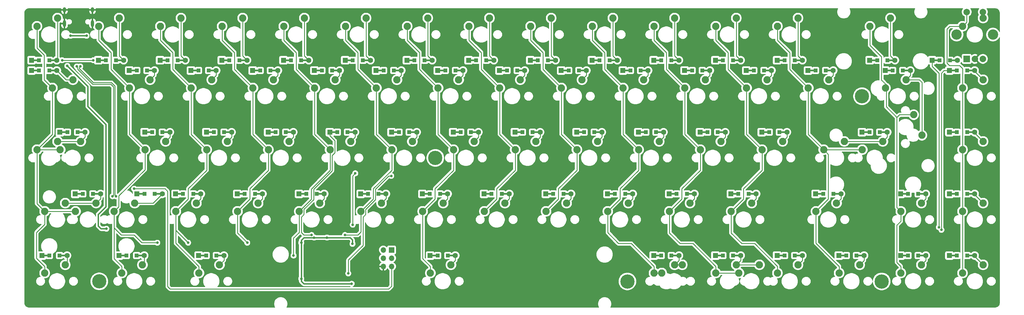
<source format=gtl>
G04 #@! TF.GenerationSoftware,KiCad,Pcbnew,(5.1.4)-1*
G04 #@! TF.CreationDate,2021-08-18T21:20:29+02:00*
G04 #@! TF.ProjectId,mini-eLiXiVy,6d696e69-2d65-44c6-9958-6956792e6b69,1a*
G04 #@! TF.SameCoordinates,Original*
G04 #@! TF.FileFunction,Copper,L1,Top*
G04 #@! TF.FilePolarity,Positive*
%FSLAX46Y46*%
G04 Gerber Fmt 4.6, Leading zero omitted, Abs format (unit mm)*
G04 Created by KiCad (PCBNEW (5.1.4)-1) date 2021-08-18 21:20:29*
%MOMM*%
%LPD*%
G04 APERTURE LIST*
%ADD10C,2.250000*%
%ADD11C,2.000000*%
%ADD12C,3.200000*%
%ADD13R,2.000000X2.000000*%
%ADD14R,1.200000X1.200000*%
%ADD15R,1.600000X1.600000*%
%ADD16C,1.600000*%
%ADD17R,2.500000X0.500000*%
%ADD18O,1.000000X1.600000*%
%ADD19O,1.000000X2.100000*%
%ADD20R,1.700000X1.700000*%
%ADD21O,1.700000X1.700000*%
%ADD22C,4.400000*%
%ADD23C,0.800000*%
%ADD24C,0.381000*%
%ADD25C,0.254000*%
%ADD26C,0.250000*%
%ADD27C,0.174000*%
G04 APERTURE END LIST*
D10*
X304165000Y-22066250D03*
X310515000Y-19526250D03*
X291623750Y-55721250D03*
X289083750Y-49371250D03*
X23177500Y-41116250D03*
X29527500Y-38576250D03*
X273208750Y-60166250D03*
X279558750Y-57626250D03*
X304165000Y-41116250D03*
X310515000Y-38576250D03*
D11*
X310454050Y-17631000D03*
X305454050Y-17631000D03*
D12*
X313554050Y-24631000D03*
X302354050Y-24631000D03*
D11*
X310454050Y-32131000D03*
X307954050Y-32131000D03*
D13*
X305454050Y-32131000D03*
D14*
X214300000Y-32543750D03*
X211150000Y-32543750D03*
D15*
X208825000Y-32543750D03*
D16*
X216625000Y-32543750D03*
D17*
X210025000Y-32543750D03*
X215425000Y-32543750D03*
D14*
X305581250Y-92868750D03*
X302431250Y-92868750D03*
D15*
X300106250Y-92868750D03*
D16*
X307906250Y-92868750D03*
D17*
X301306250Y-92868750D03*
X306706250Y-92868750D03*
D14*
X290500000Y-92868750D03*
X287350000Y-92868750D03*
D15*
X285025000Y-92868750D03*
D16*
X292825000Y-92868750D03*
D17*
X286225000Y-92868750D03*
X291625000Y-92868750D03*
D14*
X271450000Y-92868750D03*
X268300000Y-92868750D03*
D15*
X265975000Y-92868750D03*
D16*
X273775000Y-92868750D03*
D17*
X267175000Y-92868750D03*
X272575000Y-92868750D03*
D14*
X252400000Y-92868750D03*
X249250000Y-92868750D03*
D15*
X246925000Y-92868750D03*
D16*
X254725000Y-92868750D03*
D17*
X248125000Y-92868750D03*
X253525000Y-92868750D03*
D14*
X233350000Y-92868750D03*
X230200000Y-92868750D03*
D15*
X227875000Y-92868750D03*
D16*
X235675000Y-92868750D03*
D17*
X229075000Y-92868750D03*
X234475000Y-92868750D03*
D14*
X214300000Y-92868750D03*
X211150000Y-92868750D03*
D15*
X208825000Y-92868750D03*
D16*
X216625000Y-92868750D03*
D17*
X210025000Y-92868750D03*
X215425000Y-92868750D03*
D14*
X145243750Y-92868750D03*
X142093750Y-92868750D03*
D15*
X139768750Y-92868750D03*
D16*
X147568750Y-92868750D03*
D17*
X140968750Y-92868750D03*
X146368750Y-92868750D03*
D14*
X73806250Y-92868750D03*
X70656250Y-92868750D03*
D15*
X68331250Y-92868750D03*
D16*
X76131250Y-92868750D03*
D17*
X69531250Y-92868750D03*
X74931250Y-92868750D03*
D14*
X49200000Y-92868750D03*
X46050000Y-92868750D03*
D15*
X43725000Y-92868750D03*
D16*
X51525000Y-92868750D03*
D17*
X44925000Y-92868750D03*
X50325000Y-92868750D03*
D14*
X25387500Y-92868750D03*
X22237500Y-92868750D03*
D15*
X19912500Y-92868750D03*
D16*
X27712500Y-92868750D03*
D17*
X21112500Y-92868750D03*
X26512500Y-92868750D03*
D14*
X305581250Y-73818750D03*
X302431250Y-73818750D03*
D15*
X300106250Y-73818750D03*
D16*
X307906250Y-73818750D03*
D17*
X301306250Y-73818750D03*
X306706250Y-73818750D03*
D14*
X290500000Y-73818750D03*
X287350000Y-73818750D03*
D15*
X285025000Y-73818750D03*
D16*
X292825000Y-73818750D03*
D17*
X286225000Y-73818750D03*
X291625000Y-73818750D03*
D14*
X264306250Y-73818750D03*
X261156250Y-73818750D03*
D15*
X258831250Y-73818750D03*
D16*
X266631250Y-73818750D03*
D17*
X260031250Y-73818750D03*
X265431250Y-73818750D03*
D14*
X238112500Y-73818750D03*
X234962500Y-73818750D03*
D15*
X232637500Y-73818750D03*
D16*
X240437500Y-73818750D03*
D17*
X233837500Y-73818750D03*
X239237500Y-73818750D03*
D14*
X219062500Y-73818750D03*
X215912500Y-73818750D03*
D15*
X213587500Y-73818750D03*
D16*
X221387500Y-73818750D03*
D17*
X214787500Y-73818750D03*
X220187500Y-73818750D03*
D14*
X200012500Y-73818750D03*
X196862500Y-73818750D03*
D15*
X194537500Y-73818750D03*
D16*
X202337500Y-73818750D03*
D17*
X195737500Y-73818750D03*
X201137500Y-73818750D03*
D14*
X180962500Y-73818750D03*
X177812500Y-73818750D03*
D15*
X175487500Y-73818750D03*
D16*
X183287500Y-73818750D03*
D17*
X176687500Y-73818750D03*
X182087500Y-73818750D03*
D14*
X161912500Y-73818750D03*
X158762500Y-73818750D03*
D15*
X156437500Y-73818750D03*
D16*
X164237500Y-73818750D03*
D17*
X157637500Y-73818750D03*
X163037500Y-73818750D03*
D14*
X142862500Y-73818750D03*
X139712500Y-73818750D03*
D15*
X137387500Y-73818750D03*
D16*
X145187500Y-73818750D03*
D17*
X138587500Y-73818750D03*
X143987500Y-73818750D03*
D14*
X123812500Y-73818750D03*
X120662500Y-73818750D03*
D15*
X118337500Y-73818750D03*
D16*
X126137500Y-73818750D03*
D17*
X119537500Y-73818750D03*
X124937500Y-73818750D03*
D14*
X104762500Y-73818750D03*
X101612500Y-73818750D03*
D15*
X99287500Y-73818750D03*
D16*
X107087500Y-73818750D03*
D17*
X100487500Y-73818750D03*
X105887500Y-73818750D03*
D14*
X85712500Y-73818750D03*
X82562500Y-73818750D03*
D15*
X80237500Y-73818750D03*
D16*
X88037500Y-73818750D03*
D17*
X81437500Y-73818750D03*
X86837500Y-73818750D03*
D14*
X66662500Y-73818750D03*
X63512500Y-73818750D03*
D15*
X61187500Y-73818750D03*
D16*
X68987500Y-73818750D03*
D17*
X62387500Y-73818750D03*
X67787500Y-73818750D03*
D14*
X54756250Y-73818750D03*
X51606250Y-73818750D03*
D15*
X49281250Y-73818750D03*
D16*
X57081250Y-73818750D03*
D17*
X50481250Y-73818750D03*
X55881250Y-73818750D03*
D14*
X35706250Y-73818750D03*
X32556250Y-73818750D03*
D15*
X30231250Y-73818750D03*
D16*
X38031250Y-73818750D03*
D17*
X31431250Y-73818750D03*
X36831250Y-73818750D03*
D14*
X305581250Y-54768750D03*
X302431250Y-54768750D03*
D15*
X300106250Y-54768750D03*
D16*
X307906250Y-54768750D03*
D17*
X301306250Y-54768750D03*
X306706250Y-54768750D03*
D14*
X278593750Y-54768750D03*
X275443750Y-54768750D03*
D15*
X273118750Y-54768750D03*
D16*
X280918750Y-54768750D03*
D17*
X274318750Y-54768750D03*
X279718750Y-54768750D03*
D14*
X247637500Y-54768750D03*
X244487500Y-54768750D03*
D15*
X242162500Y-54768750D03*
D16*
X249962500Y-54768750D03*
D17*
X243362500Y-54768750D03*
X248762500Y-54768750D03*
D14*
X228587500Y-54768750D03*
X225437500Y-54768750D03*
D15*
X223112500Y-54768750D03*
D16*
X230912500Y-54768750D03*
D17*
X224312500Y-54768750D03*
X229712500Y-54768750D03*
D14*
X209537500Y-54768750D03*
X206387500Y-54768750D03*
D15*
X204062500Y-54768750D03*
D16*
X211862500Y-54768750D03*
D17*
X205262500Y-54768750D03*
X210662500Y-54768750D03*
D14*
X190487500Y-54768750D03*
X187337500Y-54768750D03*
D15*
X185012500Y-54768750D03*
D16*
X192812500Y-54768750D03*
D17*
X186212500Y-54768750D03*
X191612500Y-54768750D03*
D14*
X171437500Y-54768750D03*
X168287500Y-54768750D03*
D15*
X165962500Y-54768750D03*
D16*
X173762500Y-54768750D03*
D17*
X167162500Y-54768750D03*
X172562500Y-54768750D03*
D14*
X152387500Y-54768750D03*
X149237500Y-54768750D03*
D15*
X146912500Y-54768750D03*
D16*
X154712500Y-54768750D03*
D17*
X148112500Y-54768750D03*
X153512500Y-54768750D03*
D14*
X133337500Y-54768750D03*
X130187500Y-54768750D03*
D15*
X127862500Y-54768750D03*
D16*
X135662500Y-54768750D03*
D17*
X129062500Y-54768750D03*
X134462500Y-54768750D03*
D14*
X114287500Y-54768750D03*
X111137500Y-54768750D03*
D15*
X108812500Y-54768750D03*
D16*
X116612500Y-54768750D03*
D17*
X110012500Y-54768750D03*
X115412500Y-54768750D03*
D14*
X95237500Y-54768750D03*
X92087500Y-54768750D03*
D15*
X89762500Y-54768750D03*
D16*
X97562500Y-54768750D03*
D17*
X90962500Y-54768750D03*
X96362500Y-54768750D03*
D14*
X76187500Y-54768750D03*
X73037500Y-54768750D03*
D15*
X70712500Y-54768750D03*
D16*
X78512500Y-54768750D03*
D17*
X71912500Y-54768750D03*
X77312500Y-54768750D03*
D14*
X57137500Y-54768750D03*
X53987500Y-54768750D03*
D15*
X51662500Y-54768750D03*
D16*
X59462500Y-54768750D03*
D17*
X52862500Y-54768750D03*
X58262500Y-54768750D03*
D14*
X30943750Y-54768750D03*
X27793750Y-54768750D03*
D15*
X25468750Y-54768750D03*
D16*
X33268750Y-54768750D03*
D17*
X26668750Y-54768750D03*
X32068750Y-54768750D03*
D14*
X305581250Y-35718750D03*
X302431250Y-35718750D03*
D15*
X300106250Y-35718750D03*
D16*
X307906250Y-35718750D03*
D17*
X301306250Y-35718750D03*
X306706250Y-35718750D03*
D14*
X285737500Y-35718750D03*
X282587500Y-35718750D03*
D15*
X280262500Y-35718750D03*
D16*
X288062500Y-35718750D03*
D17*
X281462500Y-35718750D03*
X286862500Y-35718750D03*
D14*
X261925000Y-35718750D03*
X258775000Y-35718750D03*
D15*
X256450000Y-35718750D03*
D16*
X264250000Y-35718750D03*
D17*
X257650000Y-35718750D03*
X263050000Y-35718750D03*
D14*
X242875000Y-35718750D03*
X239725000Y-35718750D03*
D15*
X237400000Y-35718750D03*
D16*
X245200000Y-35718750D03*
D17*
X238600000Y-35718750D03*
X244000000Y-35718750D03*
D14*
X223825000Y-35718750D03*
X220675000Y-35718750D03*
D15*
X218350000Y-35718750D03*
D16*
X226150000Y-35718750D03*
D17*
X219550000Y-35718750D03*
X224950000Y-35718750D03*
D14*
X204775000Y-35718750D03*
X201625000Y-35718750D03*
D15*
X199300000Y-35718750D03*
D16*
X207100000Y-35718750D03*
D17*
X200500000Y-35718750D03*
X205900000Y-35718750D03*
D14*
X185725000Y-35718750D03*
X182575000Y-35718750D03*
D15*
X180250000Y-35718750D03*
D16*
X188050000Y-35718750D03*
D17*
X181450000Y-35718750D03*
X186850000Y-35718750D03*
D14*
X166675000Y-35718750D03*
X163525000Y-35718750D03*
D15*
X161200000Y-35718750D03*
D16*
X169000000Y-35718750D03*
D17*
X162400000Y-35718750D03*
X167800000Y-35718750D03*
D14*
X147625000Y-35718750D03*
X144475000Y-35718750D03*
D15*
X142150000Y-35718750D03*
D16*
X149950000Y-35718750D03*
D17*
X143350000Y-35718750D03*
X148750000Y-35718750D03*
D14*
X128575000Y-35718750D03*
X125425000Y-35718750D03*
D15*
X123100000Y-35718750D03*
D16*
X130900000Y-35718750D03*
D17*
X124300000Y-35718750D03*
X129700000Y-35718750D03*
D14*
X109525000Y-35718750D03*
X106375000Y-35718750D03*
D15*
X104050000Y-35718750D03*
D16*
X111850000Y-35718750D03*
D17*
X105250000Y-35718750D03*
X110650000Y-35718750D03*
D14*
X90475000Y-35718750D03*
X87325000Y-35718750D03*
D15*
X85000000Y-35718750D03*
D16*
X92800000Y-35718750D03*
D17*
X86200000Y-35718750D03*
X91600000Y-35718750D03*
D14*
X71425000Y-35718750D03*
X68275000Y-35718750D03*
D15*
X65950000Y-35718750D03*
D16*
X73750000Y-35718750D03*
D17*
X67150000Y-35718750D03*
X72550000Y-35718750D03*
D14*
X52375000Y-35718750D03*
X49225000Y-35718750D03*
D15*
X46900000Y-35718750D03*
D16*
X54700000Y-35718750D03*
D17*
X48100000Y-35718750D03*
X53500000Y-35718750D03*
D14*
X22212500Y-35718750D03*
X19062500Y-35718750D03*
D15*
X16737500Y-35718750D03*
D16*
X24537500Y-35718750D03*
D17*
X17937500Y-35718750D03*
X23337500Y-35718750D03*
D14*
X300247250Y-32543750D03*
X297097250Y-32543750D03*
D15*
X294772250Y-32543750D03*
D16*
X302572250Y-32543750D03*
D17*
X295972250Y-32543750D03*
X301372250Y-32543750D03*
D14*
X280975000Y-32543750D03*
X277825000Y-32543750D03*
D15*
X275500000Y-32543750D03*
D16*
X283300000Y-32543750D03*
D17*
X276700000Y-32543750D03*
X282100000Y-32543750D03*
D14*
X252400000Y-32543750D03*
X249250000Y-32543750D03*
D15*
X246925000Y-32543750D03*
D16*
X254725000Y-32543750D03*
D17*
X248125000Y-32543750D03*
X253525000Y-32543750D03*
D14*
X233350000Y-32543750D03*
X230200000Y-32543750D03*
D15*
X227875000Y-32543750D03*
D16*
X235675000Y-32543750D03*
D17*
X229075000Y-32543750D03*
X234475000Y-32543750D03*
D14*
X195250000Y-32543750D03*
X192100000Y-32543750D03*
D15*
X189775000Y-32543750D03*
D16*
X197575000Y-32543750D03*
D17*
X190975000Y-32543750D03*
X196375000Y-32543750D03*
D14*
X176200000Y-32543750D03*
X173050000Y-32543750D03*
D15*
X170725000Y-32543750D03*
D16*
X178525000Y-32543750D03*
D17*
X171925000Y-32543750D03*
X177325000Y-32543750D03*
D14*
X157150000Y-32543750D03*
X154000000Y-32543750D03*
D15*
X151675000Y-32543750D03*
D16*
X159475000Y-32543750D03*
D17*
X152875000Y-32543750D03*
X158275000Y-32543750D03*
D14*
X138100000Y-32543750D03*
X134950000Y-32543750D03*
D15*
X132625000Y-32543750D03*
D16*
X140425000Y-32543750D03*
D17*
X133825000Y-32543750D03*
X139225000Y-32543750D03*
D14*
X119050000Y-32543750D03*
X115900000Y-32543750D03*
D15*
X113575000Y-32543750D03*
D16*
X121375000Y-32543750D03*
D17*
X114775000Y-32543750D03*
X120175000Y-32543750D03*
D14*
X100000000Y-32543750D03*
X96850000Y-32543750D03*
D15*
X94525000Y-32543750D03*
D16*
X102325000Y-32543750D03*
D17*
X95725000Y-32543750D03*
X101125000Y-32543750D03*
D14*
X80950000Y-32543750D03*
X77800000Y-32543750D03*
D15*
X75475000Y-32543750D03*
D16*
X83275000Y-32543750D03*
D17*
X76675000Y-32543750D03*
X82075000Y-32543750D03*
D14*
X61900000Y-32543750D03*
X58750000Y-32543750D03*
D15*
X56425000Y-32543750D03*
D16*
X64225000Y-32543750D03*
D17*
X57625000Y-32543750D03*
X63025000Y-32543750D03*
D14*
X42850000Y-32543750D03*
X39700000Y-32543750D03*
D15*
X37375000Y-32543750D03*
D16*
X45175000Y-32543750D03*
D17*
X38575000Y-32543750D03*
X43975000Y-32543750D03*
D14*
X22212500Y-32543750D03*
X19062500Y-32543750D03*
D15*
X16737500Y-32543750D03*
D16*
X24537500Y-32543750D03*
D17*
X17937500Y-32543750D03*
X23337500Y-32543750D03*
D10*
X37465000Y-22066250D03*
X43815000Y-19526250D03*
X94615000Y-22066250D03*
X100965000Y-19526250D03*
D18*
X35562000Y-17020850D03*
X26922000Y-17020850D03*
D19*
X35562000Y-21200850D03*
X26922000Y-21200850D03*
D20*
X127889000Y-91154250D03*
D21*
X125349000Y-91154250D03*
X127889000Y-93694250D03*
X125349000Y-93694250D03*
X127889000Y-96234250D03*
X125349000Y-96234250D03*
D10*
X137477500Y-79216250D03*
X143827500Y-76676250D03*
X108902500Y-60166250D03*
X115252500Y-57626250D03*
X266065000Y-98266250D03*
X272415000Y-95726250D03*
X194627500Y-79216250D03*
X200977500Y-76676250D03*
X218440000Y-41116250D03*
X224790000Y-38576250D03*
X142240000Y-41116250D03*
X148590000Y-38576250D03*
X56515000Y-22066250D03*
X62865000Y-19526250D03*
X30321250Y-79216250D03*
X36671250Y-76676250D03*
X118427500Y-79216250D03*
X124777500Y-76676250D03*
D22*
X279209500Y-100857050D03*
X273138900Y-43656250D03*
X200704450Y-100857050D03*
X141401800Y-62706250D03*
X37642800Y-100844350D03*
X37642800Y-43707050D03*
D10*
X61277500Y-79216250D03*
X67627500Y-76676250D03*
X80327500Y-79216250D03*
X86677500Y-76676250D03*
X66040000Y-41116250D03*
X72390000Y-38576250D03*
X161290000Y-41116250D03*
X167640000Y-38576250D03*
X304165000Y-79216250D03*
X310515000Y-76676250D03*
X123190000Y-41116250D03*
X129540000Y-38576250D03*
X18415000Y-60166250D03*
X24765000Y-57626250D03*
X70802500Y-60166250D03*
X77152500Y-57626250D03*
X247015000Y-98266250D03*
X253365000Y-95726250D03*
X104140000Y-41116250D03*
X110490000Y-38576250D03*
X46990000Y-41116250D03*
X53340000Y-38576250D03*
X199390000Y-41116250D03*
X205740000Y-38576250D03*
X156527500Y-79216250D03*
X162877500Y-76676250D03*
X175577500Y-79216250D03*
X181927500Y-76676250D03*
X42227500Y-79216250D03*
X48577500Y-76676250D03*
X208915000Y-98266250D03*
X215265000Y-95726250D03*
X204152500Y-60166250D03*
X210502500Y-57626250D03*
X185102500Y-60166250D03*
X191452500Y-57626250D03*
X166052500Y-60166250D03*
X172402500Y-57626250D03*
X261302500Y-60166250D03*
X267652500Y-57626250D03*
X304165000Y-60166250D03*
X310515000Y-57626250D03*
X180340000Y-41116250D03*
X186690000Y-38576250D03*
X147002500Y-60166250D03*
X153352500Y-57626250D03*
X127952500Y-60166250D03*
X134302500Y-57626250D03*
X227965000Y-98266250D03*
X234315000Y-95726250D03*
X18415000Y-22066250D03*
X24765000Y-19526250D03*
X247015000Y-22066250D03*
X253365000Y-19526250D03*
X85090000Y-41116250D03*
X91440000Y-38576250D03*
X227965000Y-22066250D03*
X234315000Y-19526250D03*
X89852500Y-60166250D03*
X96202500Y-57626250D03*
X99377500Y-79216250D03*
X105727500Y-76676250D03*
X285115000Y-79216250D03*
X291465000Y-76676250D03*
X304165000Y-98266250D03*
X310515000Y-95726250D03*
X285115000Y-98266250D03*
X291465000Y-95726250D03*
X51752500Y-60166250D03*
X58102500Y-57626250D03*
X256540000Y-41116250D03*
X262890000Y-38576250D03*
X237490000Y-41116250D03*
X243840000Y-38576250D03*
X223202500Y-60166250D03*
X229552500Y-57626250D03*
X139858750Y-98266250D03*
X146208750Y-95726250D03*
X275590000Y-22066250D03*
X281940000Y-19526250D03*
X25558750Y-60166250D03*
X31908750Y-57626250D03*
X258921250Y-79216250D03*
X265271250Y-76676250D03*
X280352500Y-41116250D03*
X286702500Y-38576250D03*
X211296250Y-98266250D03*
X217646250Y-95726250D03*
X44608750Y-98266250D03*
X50958750Y-95726250D03*
X20796250Y-79216250D03*
X27146250Y-76676250D03*
X20796250Y-98266250D03*
X27146250Y-95726250D03*
X68421250Y-98266250D03*
X74771250Y-95726250D03*
X235108750Y-98266250D03*
X241458750Y-95726250D03*
X232727500Y-79216250D03*
X239077500Y-76676250D03*
X242252500Y-60166250D03*
X248602500Y-57626250D03*
X189865000Y-22066250D03*
X196215000Y-19526250D03*
X170815000Y-22066250D03*
X177165000Y-19526250D03*
X151765000Y-22066250D03*
X158115000Y-19526250D03*
X132715000Y-22066250D03*
X139065000Y-19526250D03*
X113665000Y-22066250D03*
X120015000Y-19526250D03*
X75565000Y-22066250D03*
X81915000Y-19526250D03*
X208915000Y-22066250D03*
X215265000Y-19526250D03*
X213677500Y-79216250D03*
X220027500Y-76676250D03*
D23*
X103981250Y-87312500D03*
X100012500Y-88900000D03*
X100012500Y-100012500D03*
X107950000Y-87312500D03*
X115824000Y-89249250D03*
X115570000Y-101568250D03*
X27781250Y-34290000D03*
X39846250Y-84582000D03*
X296862500Y-84137500D03*
X35814000Y-32543750D03*
X26193750Y-32543750D03*
X297656250Y-84931250D03*
X103187500Y-86518750D03*
X28790900Y-24987250D03*
X33719000Y-24987250D03*
X48418750Y-72231250D03*
X55562500Y-88900000D03*
X65087500Y-88900000D03*
X83343750Y-88900000D03*
X97631250Y-92868750D03*
X113506250Y-86518750D03*
X115887500Y-83343750D03*
X116681250Y-67468750D03*
X114522250Y-98383250D03*
X127793750Y-68262500D03*
X31767000Y-34466750D03*
X42784250Y-74549000D03*
X30717000Y-34466750D03*
X41734250Y-74549000D03*
D24*
X100012500Y-100012500D02*
X100012500Y-88900000D01*
X100012500Y-88900000D02*
X100012500Y-88106250D01*
X100012500Y-88106250D02*
X100806250Y-87312500D01*
X100806250Y-87312500D02*
X103981250Y-87312500D01*
X107950000Y-87312500D02*
X103981250Y-87312500D01*
X115824000Y-88042750D02*
X115824000Y-89249250D01*
X107950000Y-87312500D02*
X115093750Y-87312500D01*
X115093750Y-87312500D02*
X115824000Y-88042750D01*
X100012500Y-100806250D02*
X100012500Y-100012500D01*
X100806250Y-101600000D02*
X100012500Y-100806250D01*
X115570000Y-101568250D02*
X115538250Y-101600000D01*
X115538250Y-101600000D02*
X100806250Y-101600000D01*
X37306250Y-80168750D02*
X37306250Y-83693000D01*
X27781250Y-34290000D02*
X34131250Y-40640000D01*
X34131250Y-40640000D02*
X34131250Y-46831250D01*
X34131250Y-46831250D02*
X39687500Y-52387500D01*
X39687500Y-77787500D02*
X37306250Y-80168750D01*
X38195250Y-84582000D02*
X39846250Y-84582000D01*
X37306250Y-83693000D02*
X38195250Y-84582000D01*
X39687500Y-52387500D02*
X39687500Y-77787500D01*
D25*
X43815000Y-31183750D02*
X45175000Y-32543750D01*
X43815000Y-19526250D02*
X43815000Y-31183750D01*
X26193750Y-32543750D02*
X27264185Y-32543750D01*
X27264185Y-32543750D02*
X35814000Y-32543750D01*
X294772250Y-33597750D02*
X294772250Y-32543750D01*
X294772250Y-34422250D02*
X294772250Y-33597750D01*
X296862500Y-36512500D02*
X294772250Y-34422250D01*
X296862500Y-84137500D02*
X296862500Y-36512500D01*
X62865000Y-31183750D02*
X64225000Y-32543750D01*
X62865000Y-19526250D02*
X62865000Y-31183750D01*
X81915000Y-31183750D02*
X83275000Y-32543750D01*
X81915000Y-19526250D02*
X81915000Y-31183750D01*
X100965000Y-31183750D02*
X102325000Y-32543750D01*
X100965000Y-19526250D02*
X100965000Y-31183750D01*
X120015000Y-31183750D02*
X121375000Y-32543750D01*
X120015000Y-19526250D02*
X120015000Y-31183750D01*
X139625001Y-31743751D02*
X140425000Y-32543750D01*
X139065000Y-31183750D02*
X139625001Y-31743751D01*
X139065000Y-19526250D02*
X139065000Y-31183750D01*
X158115000Y-31183750D02*
X159475000Y-32543750D01*
X158115000Y-19526250D02*
X158115000Y-31183750D01*
X177165000Y-31183750D02*
X178525000Y-32543750D01*
X177165000Y-19526250D02*
X177165000Y-31183750D01*
X196215000Y-31183750D02*
X197575000Y-32543750D01*
X196215000Y-19526250D02*
X196215000Y-31183750D01*
X215265000Y-31183750D02*
X216625000Y-32543750D01*
X215265000Y-19526250D02*
X215265000Y-31183750D01*
X234315000Y-31183750D02*
X235675000Y-32543750D01*
X234315000Y-19526250D02*
X234315000Y-31183750D01*
X253365000Y-31183750D02*
X254725000Y-32543750D01*
X253365000Y-19526250D02*
X253365000Y-31183750D01*
X281940000Y-31183750D02*
X283300000Y-32543750D01*
X281940000Y-19526250D02*
X281940000Y-31183750D01*
X27395000Y-38576250D02*
X24537500Y-35718750D01*
X29527500Y-38576250D02*
X27395000Y-38576250D01*
X54700000Y-37216250D02*
X54700000Y-35718750D01*
X53340000Y-38576250D02*
X54700000Y-37216250D01*
X297656250Y-84931250D02*
X297656250Y-36512500D01*
X297656250Y-36512500D02*
X298450000Y-35718750D01*
X298450000Y-35718750D02*
X300106250Y-35718750D01*
X73750000Y-37216250D02*
X73750000Y-35718750D01*
X72390000Y-38576250D02*
X73750000Y-37216250D01*
X92800000Y-37216250D02*
X92800000Y-35718750D01*
X91440000Y-38576250D02*
X92800000Y-37216250D01*
X111850000Y-37216250D02*
X111850000Y-35718750D01*
X110490000Y-38576250D02*
X111850000Y-37216250D01*
X130900000Y-37216250D02*
X130900000Y-35718750D01*
X129540000Y-38576250D02*
X130900000Y-37216250D01*
X149950000Y-37216250D02*
X148590000Y-38576250D01*
X149950000Y-35718750D02*
X149950000Y-37216250D01*
X169000000Y-37216250D02*
X169000000Y-35718750D01*
X167640000Y-38576250D02*
X169000000Y-37216250D01*
X188050000Y-37216250D02*
X188050000Y-35718750D01*
X186690000Y-38576250D02*
X188050000Y-37216250D01*
X207100000Y-37216250D02*
X207100000Y-35718750D01*
X205740000Y-38576250D02*
X207100000Y-37216250D01*
X226150000Y-37216250D02*
X226150000Y-35718750D01*
X224790000Y-38576250D02*
X226150000Y-37216250D01*
X245200000Y-37216250D02*
X245200000Y-35718750D01*
X243840000Y-38576250D02*
X245200000Y-37216250D01*
X264250000Y-37216250D02*
X264250000Y-35718750D01*
X262890000Y-38576250D02*
X264250000Y-37216250D01*
X288062500Y-37216250D02*
X288062500Y-35718750D01*
X286702500Y-38576250D02*
X288062500Y-37216250D01*
X291623750Y-41592500D02*
X291623750Y-55721250D01*
X291623750Y-39370000D02*
X291623750Y-41592500D01*
X290830000Y-38576250D02*
X291623750Y-39370000D01*
X286702500Y-38576250D02*
X290830000Y-38576250D01*
X307906250Y-35967500D02*
X307906250Y-35718750D01*
X310515000Y-38576250D02*
X307906250Y-35967500D01*
X24765000Y-57626250D02*
X31908750Y-57626250D01*
X33268750Y-56266250D02*
X33268750Y-54768750D01*
X31908750Y-57626250D02*
X33268750Y-56266250D01*
X59462500Y-56266250D02*
X59462500Y-54768750D01*
X58102500Y-57626250D02*
X59462500Y-56266250D01*
X100806250Y-86518750D02*
X100012500Y-85725000D01*
X103187500Y-86518750D02*
X100806250Y-86518750D01*
X100012500Y-85725000D02*
X100012500Y-80962500D01*
X100012500Y-80962500D02*
X100829501Y-80145499D01*
X100829501Y-80145499D02*
X100829501Y-78570998D01*
X110354501Y-57364751D02*
X108812500Y-55822750D01*
X108812500Y-55822750D02*
X108812500Y-54768750D01*
X110354501Y-61118750D02*
X110354501Y-57364751D01*
X109537500Y-61912500D02*
X110354501Y-61118750D01*
X109537500Y-66675000D02*
X109537500Y-61912500D01*
X103835499Y-75565000D02*
X103835499Y-72377001D01*
X103835499Y-72377001D02*
X109537500Y-66675000D01*
X100829501Y-78570998D02*
X103835499Y-75565000D01*
X78512500Y-56266250D02*
X78512500Y-54768750D01*
X77152500Y-57626250D02*
X78512500Y-56266250D01*
X97562500Y-56266250D02*
X97562500Y-54768750D01*
X96202500Y-57626250D02*
X97562500Y-56266250D01*
X116612500Y-56266250D02*
X116612500Y-54768750D01*
X115252500Y-57626250D02*
X116612500Y-56266250D01*
X135662500Y-56266250D02*
X135662500Y-54768750D01*
X134302500Y-57626250D02*
X135662500Y-56266250D01*
X154712500Y-56266250D02*
X154712500Y-54768750D01*
X153352500Y-57626250D02*
X154712500Y-56266250D01*
X173762500Y-56266250D02*
X173762500Y-54768750D01*
X172402500Y-57626250D02*
X173762500Y-56266250D01*
X192812500Y-56266250D02*
X192812500Y-54768750D01*
X191452500Y-57626250D02*
X192812500Y-56266250D01*
X211862500Y-56266250D02*
X211862500Y-54768750D01*
X210502500Y-57626250D02*
X211862500Y-56266250D01*
X230912500Y-56266250D02*
X230912500Y-54768750D01*
X229552500Y-57626250D02*
X230912500Y-56266250D01*
X249962500Y-56266250D02*
X249962500Y-54768750D01*
X248602500Y-57626250D02*
X249962500Y-56266250D01*
X280918750Y-56266250D02*
X280918750Y-54768750D01*
X279558750Y-57626250D02*
X280918750Y-56266250D01*
X267652500Y-57626250D02*
X279558750Y-57626250D01*
X307906250Y-55017500D02*
X307906250Y-54768750D01*
X310515000Y-57626250D02*
X307906250Y-55017500D01*
X56281251Y-74618749D02*
X57081250Y-73818750D01*
X54223750Y-76676250D02*
X56281251Y-74618749D01*
X48577500Y-76676250D02*
X54223750Y-76676250D01*
X68987500Y-75316250D02*
X68987500Y-73818750D01*
X67627500Y-76676250D02*
X68987500Y-75316250D01*
X88037500Y-75316250D02*
X88037500Y-73818750D01*
X86677500Y-76676250D02*
X88037500Y-75316250D01*
X107087500Y-75316250D02*
X107087500Y-73818750D01*
X105727500Y-76676250D02*
X107087500Y-75316250D01*
X126201000Y-75252750D02*
X126201000Y-73755250D01*
X124777500Y-76676250D02*
X126201000Y-75252750D01*
X145187500Y-75316250D02*
X145187500Y-73818750D01*
X143827500Y-76676250D02*
X145187500Y-75316250D01*
X164237500Y-75316250D02*
X164237500Y-73818750D01*
X162877500Y-76676250D02*
X164237500Y-75316250D01*
X183287500Y-75316250D02*
X183287500Y-73818750D01*
X181927500Y-76676250D02*
X183287500Y-75316250D01*
X202337500Y-75316250D02*
X202337500Y-73818750D01*
X200977500Y-76676250D02*
X202337500Y-75316250D01*
X221387500Y-75316250D02*
X221387500Y-73818750D01*
X220027500Y-76676250D02*
X221387500Y-75316250D01*
X240437500Y-75316250D02*
X240437500Y-73818750D01*
X239077500Y-76676250D02*
X240437500Y-75316250D01*
X266631250Y-75316250D02*
X266631250Y-73818750D01*
X265271250Y-76676250D02*
X266631250Y-75316250D01*
X292825000Y-75316250D02*
X292825000Y-73818750D01*
X291465000Y-76676250D02*
X292825000Y-75316250D01*
X307906250Y-74067500D02*
X307906250Y-73818750D01*
X310515000Y-76676250D02*
X307906250Y-74067500D01*
X27744250Y-95128250D02*
X27146250Y-95726250D01*
X27744250Y-92868750D02*
X27744250Y-95128250D01*
X51556750Y-95128250D02*
X50958750Y-95726250D01*
X51556750Y-92868750D02*
X51556750Y-95128250D01*
X76131250Y-94366250D02*
X76131250Y-92868750D01*
X74771250Y-95726250D02*
X76131250Y-94366250D01*
X147568750Y-94366250D02*
X147568750Y-92868750D01*
X146208750Y-95726250D02*
X147568750Y-94366250D01*
X215265000Y-95726250D02*
X217646250Y-95726250D01*
X216625000Y-94366250D02*
X215265000Y-95726250D01*
X216625000Y-92868750D02*
X216625000Y-94366250D01*
X234315000Y-95726250D02*
X241458750Y-95726250D01*
X235675000Y-94366250D02*
X234315000Y-95726250D01*
X235675000Y-92868750D02*
X235675000Y-94366250D01*
X254725000Y-94366250D02*
X254725000Y-92868750D01*
X253365000Y-95726250D02*
X254725000Y-94366250D01*
X273775000Y-94366250D02*
X273775000Y-92868750D01*
X272415000Y-95726250D02*
X273775000Y-94366250D01*
X292825000Y-94366250D02*
X292825000Y-92868750D01*
X291465000Y-95726250D02*
X292825000Y-94366250D01*
X310515000Y-95726250D02*
X307906250Y-93117500D01*
X307906250Y-93117500D02*
X307906250Y-92868750D01*
D24*
X28790900Y-24987250D02*
X33719000Y-24987250D01*
D25*
X58737500Y-102393750D02*
X58737500Y-73807038D01*
X59531250Y-103187500D02*
X58737500Y-102393750D01*
X127000000Y-103187500D02*
X59531250Y-103187500D01*
X127889000Y-96234250D02*
X127889000Y-102298500D01*
X127889000Y-102298500D02*
X127000000Y-103187500D01*
X58737500Y-73807038D02*
X58737500Y-73025000D01*
X58737500Y-73025000D02*
X57943750Y-72231250D01*
X57943750Y-72231250D02*
X48418750Y-72231250D01*
X211296250Y-98266250D02*
X208915000Y-98266250D01*
X199390000Y-55403750D02*
X199390000Y-41116250D01*
X204152500Y-60166250D02*
X199390000Y-55403750D01*
X199390000Y-41116250D02*
X193675000Y-35401250D01*
X193675000Y-35401250D02*
X193675000Y-30162500D01*
X189865000Y-26352500D02*
X189865000Y-22066250D01*
X193675000Y-30162500D02*
X189865000Y-26352500D01*
X204152500Y-66516250D02*
X204152500Y-60166250D01*
X198437500Y-72231250D02*
X204152500Y-66516250D01*
X194627500Y-79216250D02*
X198437500Y-75406250D01*
X198437500Y-75406250D02*
X198437500Y-72231250D01*
X208915000Y-96202500D02*
X208915000Y-98266250D01*
X201866500Y-89154000D02*
X208915000Y-96202500D01*
X197897750Y-89154000D02*
X201866500Y-89154000D01*
X197643750Y-88900000D02*
X197897750Y-89154000D01*
X194627500Y-79216250D02*
X194627500Y-85725000D01*
X194627500Y-85725000D02*
X197643750Y-88900000D01*
X218440000Y-55403750D02*
X218440000Y-41116250D01*
X223202500Y-60166250D02*
X218440000Y-55403750D01*
X212725000Y-35401250D02*
X218440000Y-41116250D01*
X212725000Y-30162500D02*
X212725000Y-35401250D01*
X208915000Y-26352500D02*
X212725000Y-30162500D01*
X208915000Y-22066250D02*
X208915000Y-26352500D01*
X223202500Y-66516250D02*
X223202500Y-60166250D01*
X217487500Y-72231250D02*
X223202500Y-66516250D01*
X213677500Y-79216250D02*
X217487500Y-75406250D01*
X217487500Y-75406250D02*
X217487500Y-72231250D01*
X233517760Y-98266250D02*
X227965000Y-98266250D01*
X235108750Y-98266250D02*
X233517760Y-98266250D01*
X227965000Y-96202500D02*
X227965000Y-98266250D01*
X220916500Y-89154000D02*
X227965000Y-96202500D01*
X216947750Y-89154000D02*
X220916500Y-89154000D01*
X213677500Y-79216250D02*
X213677500Y-85883750D01*
X213677500Y-85883750D02*
X216947750Y-89154000D01*
X46990000Y-55403750D02*
X46990000Y-41116250D01*
X51752500Y-60166250D02*
X46990000Y-55403750D01*
X46990000Y-41116250D02*
X41275000Y-35401250D01*
X41275000Y-35401250D02*
X41275000Y-30162500D01*
X37465000Y-26352500D02*
X37465000Y-22066250D01*
X41275000Y-30162500D02*
X37465000Y-26352500D01*
X44608750Y-98266250D02*
X44608750Y-96202500D01*
X44608750Y-96202500D02*
X42227500Y-93821250D01*
X51752500Y-66316768D02*
X51752500Y-60166250D01*
X42227500Y-79216250D02*
X43656250Y-77787500D01*
X51752500Y-66316768D02*
X43656250Y-74413018D01*
X43656250Y-74413018D02*
X43656250Y-77787500D01*
X55562500Y-88900000D02*
X50800000Y-88900000D01*
X50800000Y-88900000D02*
X48418750Y-86518750D01*
X48418750Y-86518750D02*
X44450000Y-86518750D01*
X44450000Y-86518750D02*
X42227500Y-84296250D01*
X42227500Y-79216250D02*
X42227500Y-84296250D01*
X42227500Y-84296250D02*
X42227500Y-93821250D01*
X66040000Y-55403750D02*
X66040000Y-41116250D01*
X70802500Y-60166250D02*
X66040000Y-55403750D01*
X60325000Y-35401250D02*
X66040000Y-41116250D01*
X60325000Y-30162500D02*
X60325000Y-35401250D01*
X56515000Y-22066250D02*
X56515000Y-26352500D01*
X56515000Y-26352500D02*
X60325000Y-30162500D01*
X70802500Y-66516250D02*
X70802500Y-60166250D01*
X65087500Y-72231250D02*
X70802500Y-66516250D01*
X61277500Y-79216250D02*
X65087500Y-75406250D01*
X65087500Y-75406250D02*
X65087500Y-72231250D01*
X68421250Y-98266250D02*
X68421250Y-96202500D01*
X68421250Y-96202500D02*
X61277500Y-89058750D01*
X61277500Y-85090000D02*
X61277500Y-79216250D01*
X61277500Y-89058750D02*
X61277500Y-85883750D01*
X61277500Y-85883750D02*
X61277500Y-85090000D01*
X65087500Y-88900000D02*
X61277500Y-85090000D01*
X85090000Y-55403750D02*
X85090000Y-41116250D01*
X89852500Y-60166250D02*
X85090000Y-55403750D01*
X75565000Y-26352500D02*
X75565000Y-22066250D01*
X79375000Y-30162500D02*
X75565000Y-26352500D01*
X85090000Y-41116250D02*
X79375000Y-35401250D01*
X79375000Y-35401250D02*
X79375000Y-30162500D01*
X84137500Y-75406250D02*
X80327500Y-79216250D01*
X84137500Y-72231250D02*
X84137500Y-75406250D01*
X89852500Y-60166250D02*
X89852500Y-66516250D01*
X89852500Y-66516250D02*
X84137500Y-72231250D01*
X80327500Y-85883750D02*
X83343750Y-88900000D01*
X80327500Y-79216250D02*
X80327500Y-85883750D01*
X104140000Y-55403750D02*
X104140000Y-41116250D01*
X108902500Y-60166250D02*
X104140000Y-55403750D01*
X104140000Y-41116250D02*
X98425000Y-35401250D01*
X98425000Y-35401250D02*
X98425000Y-30162500D01*
X94615000Y-26352500D02*
X94615000Y-22066250D01*
X98425000Y-30162500D02*
X94615000Y-26352500D01*
X99377500Y-85725000D02*
X99377500Y-79216250D01*
X97631250Y-92868750D02*
X97631250Y-87471250D01*
X97631250Y-87471250D02*
X99377500Y-85725000D01*
X108902500Y-66516250D02*
X108902500Y-60166250D01*
X103092250Y-72390000D02*
X108902500Y-66516250D01*
X99377500Y-79216250D02*
X103092250Y-75501500D01*
X103092250Y-75501500D02*
X103092250Y-72390000D01*
X123190000Y-55403750D02*
X123190000Y-41116250D01*
X127952500Y-60166250D02*
X123190000Y-55403750D01*
X123190000Y-41116250D02*
X117475000Y-35401250D01*
X117475000Y-35401250D02*
X117475000Y-30162500D01*
X113665000Y-22066250D02*
X113665000Y-26352500D01*
X113665000Y-26352500D02*
X117475000Y-30162500D01*
X127952500Y-66516250D02*
X127952500Y-60166250D01*
X118427500Y-79216250D02*
X122237500Y-75406250D01*
X122237500Y-75406250D02*
X122237500Y-72231250D01*
X122237500Y-72231250D02*
X127952500Y-66516250D01*
X118427500Y-84772500D02*
X118427500Y-79216250D01*
X118427500Y-84772500D02*
X118427500Y-83978750D01*
X118427500Y-85566250D02*
X118427500Y-84772500D01*
X117475000Y-86518750D02*
X118427500Y-85566250D01*
X113506250Y-86518750D02*
X117475000Y-86518750D01*
X142240000Y-55403750D02*
X142240000Y-41116250D01*
X147002500Y-60166250D02*
X142240000Y-55403750D01*
X142240000Y-41116250D02*
X136525000Y-35401250D01*
X136525000Y-35401250D02*
X136525000Y-30162500D01*
X132715000Y-22066250D02*
X132715000Y-26352500D01*
X132715000Y-26352500D02*
X136525000Y-30162500D01*
X147002500Y-66516250D02*
X147002500Y-60166250D01*
X141287500Y-72231250D02*
X147002500Y-66516250D01*
X137477500Y-79216250D02*
X141287500Y-75406250D01*
X141287500Y-75406250D02*
X141287500Y-72231250D01*
X139858750Y-98266250D02*
X139858750Y-96202500D01*
X137477500Y-93821250D02*
X137477500Y-79216250D01*
X139858750Y-96202500D02*
X137477500Y-93821250D01*
X161290000Y-55403750D02*
X161290000Y-41116250D01*
X166052500Y-60166250D02*
X161290000Y-55403750D01*
X161290000Y-41116250D02*
X155575000Y-35401250D01*
X155575000Y-35401250D02*
X155575000Y-30162500D01*
X151765000Y-26352500D02*
X155575000Y-30162500D01*
X151765000Y-22066250D02*
X151765000Y-26352500D01*
X166052500Y-66516250D02*
X166052500Y-60166250D01*
X160337500Y-72231250D02*
X166052500Y-66516250D01*
X156527500Y-79216250D02*
X160337500Y-75406250D01*
X160337500Y-75406250D02*
X160337500Y-72231250D01*
X180340000Y-55403750D02*
X180340000Y-41116250D01*
X185102500Y-60166250D02*
X180340000Y-55403750D01*
X170815000Y-26352500D02*
X170815000Y-22066250D01*
X174625000Y-30162500D02*
X170815000Y-26352500D01*
X180340000Y-41116250D02*
X174625000Y-35401250D01*
X174625000Y-35401250D02*
X174625000Y-30162500D01*
X185102500Y-66516250D02*
X185102500Y-60166250D01*
X179387500Y-72231250D02*
X185102500Y-66516250D01*
X175577500Y-79216250D02*
X179387500Y-75406250D01*
X179387500Y-75406250D02*
X179387500Y-72231250D01*
X237490000Y-55403750D02*
X237490000Y-41116250D01*
X242252500Y-60166250D02*
X237490000Y-55403750D01*
X237490000Y-41116250D02*
X231775000Y-35401250D01*
X231775000Y-35401250D02*
X231775000Y-30162500D01*
X227965000Y-26352500D02*
X227965000Y-22066250D01*
X231775000Y-30162500D02*
X227965000Y-26352500D01*
X242252500Y-66516250D02*
X242252500Y-60166250D01*
X236537500Y-72231250D02*
X242252500Y-66516250D01*
X232727500Y-79216250D02*
X236537500Y-75406250D01*
X236537500Y-75406250D02*
X236537500Y-72231250D01*
X247015000Y-96202500D02*
X247015000Y-98266250D01*
X239966500Y-89154000D02*
X247015000Y-96202500D01*
X235997750Y-89154000D02*
X239966500Y-89154000D01*
X232727500Y-79216250D02*
X232727500Y-85883750D01*
X232727500Y-85883750D02*
X235997750Y-89154000D01*
X261302500Y-60166250D02*
X273208750Y-60166250D01*
X256540000Y-55403750D02*
X256540000Y-41116250D01*
X261302500Y-60166250D02*
X256540000Y-55403750D01*
X256540000Y-41116250D02*
X250825000Y-35401250D01*
X250825000Y-35401250D02*
X250825000Y-30162500D01*
X247015000Y-26352500D02*
X247015000Y-22066250D01*
X250825000Y-30162500D02*
X247015000Y-26352500D01*
X258921250Y-79216250D02*
X262731250Y-75406250D01*
X262731250Y-61595000D02*
X261302500Y-60166250D01*
X262731250Y-75406250D02*
X262731250Y-61595000D01*
X266065000Y-96202500D02*
X258921250Y-89058750D01*
X258921250Y-89058750D02*
X258921250Y-79216250D01*
X266065000Y-98266250D02*
X266065000Y-96202500D01*
X18415000Y-60166250D02*
X25558750Y-60166250D01*
X20796250Y-79216250D02*
X30321250Y-79216250D01*
X23177500Y-41116250D02*
X20637500Y-38576250D01*
X20637500Y-38576250D02*
X20637500Y-30956250D01*
X18415000Y-28733750D02*
X18415000Y-22066250D01*
X20637500Y-30956250D02*
X18415000Y-28733750D01*
X23177500Y-55403750D02*
X23177500Y-41116250D01*
X18415000Y-60166250D02*
X23177500Y-55403750D01*
X18415000Y-76835000D02*
X20796250Y-79216250D01*
X18415000Y-60166250D02*
X18415000Y-76835000D01*
X20796250Y-80807240D02*
X20796250Y-79216250D01*
X20796250Y-83185000D02*
X20796250Y-80807240D01*
X18256250Y-85725000D02*
X20796250Y-83185000D01*
X18256250Y-93662500D02*
X18256250Y-85725000D01*
X20796250Y-98266250D02*
X20796250Y-96202500D01*
X20796250Y-96202500D02*
X18256250Y-93662500D01*
X284734000Y-49371250D02*
X289083750Y-49371250D01*
X283897999Y-50207251D02*
X284734000Y-49371250D01*
X285115000Y-79216250D02*
X283897999Y-77999249D01*
X283897999Y-77999249D02*
X283897999Y-50207251D01*
X275590000Y-27940000D02*
X275590000Y-22066250D01*
X279135499Y-31485499D02*
X275590000Y-27940000D01*
X279135499Y-38629249D02*
X279135499Y-31485499D01*
X280609651Y-40103401D02*
X279135499Y-38629249D01*
X280609651Y-46918903D02*
X280609651Y-40103401D01*
X283897999Y-50207251D02*
X280609651Y-46918903D01*
X285115000Y-96202500D02*
X283897999Y-94985499D01*
X285115000Y-80807240D02*
X285115000Y-79216250D01*
X283897999Y-94985499D02*
X283897999Y-83482213D01*
X283897999Y-83482213D02*
X285115000Y-82265212D01*
X285115000Y-82265212D02*
X285115000Y-80807240D01*
X285115000Y-98266250D02*
X285115000Y-96202500D01*
X304165000Y-79216250D02*
X304165000Y-60166250D01*
X304165000Y-60166250D02*
X304165000Y-41116250D01*
X305454050Y-20777200D02*
X304165000Y-22066250D01*
X305454050Y-17631000D02*
X305454050Y-20777200D01*
X304165000Y-41116250D02*
X304165000Y-35083750D01*
X300196250Y-22066250D02*
X304165000Y-22066250D01*
X303244250Y-34163000D02*
X300077898Y-34163000D01*
X300077898Y-34163000D02*
X299320249Y-33405351D01*
X304165000Y-35083750D02*
X303244250Y-34163000D01*
X299320249Y-33405351D02*
X299320249Y-22942251D01*
X299320249Y-22942251D02*
X300196250Y-22066250D01*
X304165000Y-98266250D02*
X304165000Y-79216250D01*
X38031250Y-75316250D02*
X38031250Y-73818750D01*
X36671250Y-76676250D02*
X38031250Y-75316250D01*
X27146250Y-76676250D02*
X36671250Y-76676250D01*
X24765000Y-32316250D02*
X24537500Y-32543750D01*
X24765000Y-19526250D02*
X24765000Y-32316250D01*
X310454050Y-19465300D02*
X310515000Y-19526250D01*
X115887500Y-68262500D02*
X115887500Y-83343750D01*
X115887500Y-68262500D02*
X116681250Y-67468750D01*
X119062500Y-89693750D02*
X114522250Y-94234000D01*
X122885499Y-72377001D02*
X122885499Y-75598503D01*
X122885499Y-75598503D02*
X119879501Y-78604501D01*
X119879501Y-78604501D02*
X119879501Y-80145499D01*
X114522250Y-94234000D02*
X114522250Y-98383250D01*
X119879501Y-80145499D02*
X119062500Y-80962500D01*
X127000000Y-68262500D02*
X122885499Y-72377001D01*
X119062500Y-80962500D02*
X119062500Y-89693750D01*
X127000000Y-68262500D02*
X127793750Y-68262500D01*
D26*
X31492000Y-34741750D02*
X31767000Y-34466750D01*
X31492000Y-35107196D02*
X31492000Y-34741750D01*
X35822304Y-39437500D02*
X31492000Y-35107196D01*
X42784250Y-74549000D02*
X42509250Y-74274000D01*
X42509250Y-74274000D02*
X42509250Y-40568196D01*
X42509250Y-40568196D02*
X41378554Y-39437500D01*
X41378554Y-39437500D02*
X35822304Y-39437500D01*
X35615196Y-39937500D02*
X30992000Y-35314304D01*
X42009250Y-74274000D02*
X42009250Y-40775304D01*
X41734250Y-74549000D02*
X42009250Y-74274000D01*
X30992000Y-35314304D02*
X30992000Y-34741750D01*
X41171446Y-39937500D02*
X35615196Y-39937500D01*
X30992000Y-34741750D02*
X30717000Y-34466750D01*
X42009250Y-40775304D02*
X41171446Y-39937500D01*
D27*
G36*
X25809711Y-16679339D02*
G01*
X25965661Y-16853850D01*
X26755000Y-16853850D01*
X26755000Y-16833850D01*
X27089000Y-16833850D01*
X27089000Y-16853850D01*
X27878339Y-16853850D01*
X28034289Y-16679339D01*
X28022145Y-16590250D01*
X34461855Y-16590250D01*
X34449711Y-16679339D01*
X34605661Y-16853850D01*
X35395000Y-16853850D01*
X35395000Y-16833850D01*
X35729000Y-16833850D01*
X35729000Y-16853850D01*
X36518339Y-16853850D01*
X36674289Y-16679339D01*
X36662145Y-16590250D01*
X265634143Y-16590250D01*
X265615917Y-16617527D01*
X265456182Y-17003160D01*
X265374750Y-17412547D01*
X265374750Y-17829953D01*
X265456182Y-18239340D01*
X265615917Y-18624973D01*
X265847815Y-18972034D01*
X266142966Y-19267185D01*
X266490027Y-19499083D01*
X266875660Y-19658818D01*
X267285047Y-19740250D01*
X267702453Y-19740250D01*
X268111840Y-19658818D01*
X268497473Y-19499083D01*
X268844534Y-19267185D01*
X269139685Y-18972034D01*
X269371583Y-18624973D01*
X269531318Y-18239340D01*
X269612750Y-17829953D01*
X269612750Y-17412547D01*
X269531318Y-17003160D01*
X269371583Y-16617527D01*
X269353357Y-16590250D01*
X289446643Y-16590250D01*
X289428417Y-16617527D01*
X289268682Y-17003160D01*
X289187250Y-17412547D01*
X289187250Y-17829953D01*
X289268682Y-18239340D01*
X289428417Y-18624973D01*
X289660315Y-18972034D01*
X289955466Y-19267185D01*
X290302527Y-19499083D01*
X290688160Y-19658818D01*
X291097547Y-19740250D01*
X291514953Y-19740250D01*
X291924340Y-19658818D01*
X292309973Y-19499083D01*
X292657034Y-19267185D01*
X292952185Y-18972034D01*
X293184083Y-18624973D01*
X293343818Y-18239340D01*
X293425250Y-17829953D01*
X293425250Y-17412547D01*
X293343818Y-17003160D01*
X293184083Y-16617527D01*
X293165857Y-16590250D01*
X304239128Y-16590250D01*
X304215132Y-16614246D01*
X304040579Y-16875484D01*
X303920344Y-17165756D01*
X303859050Y-17473906D01*
X303859050Y-17788094D01*
X303920344Y-18096244D01*
X304040579Y-18386516D01*
X304215132Y-18647754D01*
X304437296Y-18869918D01*
X304698534Y-19044471D01*
X304732050Y-19058354D01*
X304732051Y-20439416D01*
X304666705Y-20412349D01*
X304334405Y-20346250D01*
X303995595Y-20346250D01*
X303663295Y-20412349D01*
X303350275Y-20542006D01*
X303068564Y-20730239D01*
X302828989Y-20969814D01*
X302640756Y-21251525D01*
X302602348Y-21344250D01*
X300231704Y-21344250D01*
X300196249Y-21340758D01*
X300160794Y-21344250D01*
X300160785Y-21344250D01*
X300054713Y-21354697D01*
X299918616Y-21395982D01*
X299860230Y-21427190D01*
X299793187Y-21463025D01*
X299765018Y-21486143D01*
X299683249Y-21553249D01*
X299660641Y-21580797D01*
X298834796Y-22406643D01*
X298807249Y-22429250D01*
X298784642Y-22456797D01*
X298784641Y-22456798D01*
X298717024Y-22539189D01*
X298649982Y-22664617D01*
X298610858Y-22793592D01*
X298608697Y-22800715D01*
X298594757Y-22942251D01*
X298598250Y-22977716D01*
X298598249Y-33369896D01*
X298594757Y-33405351D01*
X298598249Y-33440806D01*
X298598249Y-33440815D01*
X298608696Y-33546887D01*
X298649981Y-33682984D01*
X298672974Y-33726000D01*
X298717024Y-33808413D01*
X298752376Y-33851489D01*
X298807248Y-33918351D01*
X298834797Y-33940960D01*
X299222916Y-34329080D01*
X299189610Y-34332360D01*
X299077452Y-34366383D01*
X298974087Y-34421633D01*
X298883486Y-34495986D01*
X298809133Y-34586587D01*
X298753883Y-34689952D01*
X298719860Y-34802110D01*
X298708372Y-34918750D01*
X298708372Y-34996750D01*
X298485454Y-34996750D01*
X298449999Y-34993258D01*
X298414544Y-34996750D01*
X298414535Y-34996750D01*
X298308463Y-35007197D01*
X298172366Y-35048482D01*
X298145454Y-35062867D01*
X298046937Y-35115525D01*
X298007680Y-35147743D01*
X297936999Y-35205749D01*
X297914391Y-35233297D01*
X297259375Y-35888313D01*
X295494250Y-34123189D01*
X295494250Y-33941628D01*
X295572250Y-33941628D01*
X295688890Y-33930140D01*
X295801048Y-33896117D01*
X295904413Y-33840867D01*
X295995014Y-33766514D01*
X296069367Y-33675913D01*
X296111574Y-33596950D01*
X296165087Y-33640867D01*
X296268452Y-33696117D01*
X296380610Y-33730140D01*
X296497250Y-33741628D01*
X297697250Y-33741628D01*
X297813890Y-33730140D01*
X297926048Y-33696117D01*
X298029413Y-33640867D01*
X298120014Y-33566514D01*
X298194367Y-33475913D01*
X298249617Y-33372548D01*
X298283640Y-33260390D01*
X298295128Y-33143750D01*
X298295128Y-31943750D01*
X298283640Y-31827110D01*
X298249617Y-31714952D01*
X298194367Y-31611587D01*
X298120014Y-31520986D01*
X298029413Y-31446633D01*
X297926048Y-31391383D01*
X297813890Y-31357360D01*
X297697250Y-31345872D01*
X296497250Y-31345872D01*
X296380610Y-31357360D01*
X296268452Y-31391383D01*
X296165087Y-31446633D01*
X296111574Y-31490550D01*
X296069367Y-31411587D01*
X295995014Y-31320986D01*
X295904413Y-31246633D01*
X295801048Y-31191383D01*
X295688890Y-31157360D01*
X295572250Y-31145872D01*
X293972250Y-31145872D01*
X293855610Y-31157360D01*
X293743452Y-31191383D01*
X293640087Y-31246633D01*
X293549486Y-31320986D01*
X293475133Y-31411587D01*
X293464523Y-31431436D01*
X293317180Y-31210922D01*
X292956578Y-30850320D01*
X292532554Y-30566996D01*
X292061404Y-30371840D01*
X291561234Y-30272350D01*
X291051266Y-30272350D01*
X290551096Y-30371840D01*
X290079946Y-30566996D01*
X289655922Y-30850320D01*
X289295320Y-31210922D01*
X289011996Y-31634946D01*
X288816840Y-32106096D01*
X288717350Y-32606266D01*
X288717350Y-33116234D01*
X288816840Y-33616404D01*
X289011996Y-34087554D01*
X289295320Y-34511578D01*
X289655922Y-34872180D01*
X290079946Y-35155504D01*
X290551096Y-35350660D01*
X291051266Y-35450150D01*
X291561234Y-35450150D01*
X292061404Y-35350660D01*
X292532554Y-35155504D01*
X292956578Y-34872180D01*
X293317180Y-34511578D01*
X293600504Y-34087554D01*
X293691338Y-33868261D01*
X293743452Y-33896117D01*
X293855610Y-33930140D01*
X293972250Y-33941628D01*
X294050250Y-33941628D01*
X294050250Y-34386795D01*
X294046758Y-34422250D01*
X294050250Y-34457705D01*
X294050250Y-34457714D01*
X294060697Y-34563786D01*
X294101982Y-34699883D01*
X294125357Y-34743614D01*
X294169025Y-34825312D01*
X294220876Y-34888492D01*
X294259249Y-34935250D01*
X294286798Y-34957859D01*
X296140501Y-36811563D01*
X296140500Y-83452358D01*
X296089633Y-83503225D01*
X295980743Y-83666191D01*
X295905738Y-83847269D01*
X295867500Y-84039501D01*
X295867500Y-84235499D01*
X295905738Y-84427731D01*
X295980743Y-84608809D01*
X296089633Y-84771775D01*
X296228225Y-84910367D01*
X296391191Y-85019257D01*
X296572269Y-85094262D01*
X296678381Y-85115369D01*
X296699488Y-85221481D01*
X296774493Y-85402559D01*
X296883383Y-85565525D01*
X297021975Y-85704117D01*
X297184941Y-85813007D01*
X297366019Y-85888012D01*
X297558251Y-85926250D01*
X297754249Y-85926250D01*
X297946481Y-85888012D01*
X298127559Y-85813007D01*
X298290525Y-85704117D01*
X298429117Y-85565525D01*
X298538007Y-85402559D01*
X298613012Y-85221481D01*
X298651250Y-85029249D01*
X298651250Y-84833251D01*
X298613012Y-84641019D01*
X298538007Y-84459941D01*
X298429117Y-84296975D01*
X298378250Y-84246108D01*
X298378250Y-36811561D01*
X298708372Y-36481440D01*
X298708372Y-36518750D01*
X298719860Y-36635390D01*
X298753883Y-36747548D01*
X298809133Y-36850913D01*
X298883486Y-36941514D01*
X298974087Y-37015867D01*
X299077452Y-37071117D01*
X299189610Y-37105140D01*
X299306250Y-37116628D01*
X300906250Y-37116628D01*
X301022890Y-37105140D01*
X301135048Y-37071117D01*
X301238413Y-37015867D01*
X301329014Y-36941514D01*
X301403367Y-36850913D01*
X301445574Y-36771950D01*
X301499087Y-36815867D01*
X301602452Y-36871117D01*
X301714610Y-36905140D01*
X301831250Y-36916628D01*
X303031250Y-36916628D01*
X303147890Y-36905140D01*
X303260048Y-36871117D01*
X303363413Y-36815867D01*
X303443001Y-36750552D01*
X303443000Y-39553598D01*
X303350275Y-39592006D01*
X303068564Y-39780239D01*
X302828989Y-40019814D01*
X302640756Y-40301525D01*
X302511099Y-40614545D01*
X302445000Y-40946845D01*
X302445000Y-41285655D01*
X302511099Y-41617955D01*
X302640756Y-41930975D01*
X302811325Y-42186250D01*
X302750218Y-42186250D01*
X302466217Y-42242741D01*
X302198694Y-42353553D01*
X301957929Y-42514426D01*
X301753176Y-42719179D01*
X301592303Y-42959944D01*
X301481491Y-43227467D01*
X301425000Y-43511468D01*
X301425000Y-43801032D01*
X301481491Y-44085033D01*
X301592303Y-44352556D01*
X301753176Y-44593321D01*
X301957929Y-44798074D01*
X302198694Y-44958947D01*
X302466217Y-45069759D01*
X302750218Y-45126250D01*
X303039782Y-45126250D01*
X303323783Y-45069759D01*
X303443001Y-45020377D01*
X303443000Y-53736947D01*
X303363413Y-53671633D01*
X303260048Y-53616383D01*
X303147890Y-53582360D01*
X303031250Y-53570872D01*
X301831250Y-53570872D01*
X301714610Y-53582360D01*
X301602452Y-53616383D01*
X301499087Y-53671633D01*
X301445574Y-53715550D01*
X301403367Y-53636587D01*
X301329014Y-53545986D01*
X301238413Y-53471633D01*
X301135048Y-53416383D01*
X301022890Y-53382360D01*
X300906250Y-53370872D01*
X299306250Y-53370872D01*
X299189610Y-53382360D01*
X299077452Y-53416383D01*
X298974087Y-53471633D01*
X298883486Y-53545986D01*
X298809133Y-53636587D01*
X298753883Y-53739952D01*
X298719860Y-53852110D01*
X298708372Y-53968750D01*
X298708372Y-55568750D01*
X298719860Y-55685390D01*
X298753883Y-55797548D01*
X298809133Y-55900913D01*
X298883486Y-55991514D01*
X298974087Y-56065867D01*
X299077452Y-56121117D01*
X299189610Y-56155140D01*
X299306250Y-56166628D01*
X300906250Y-56166628D01*
X301022890Y-56155140D01*
X301135048Y-56121117D01*
X301238413Y-56065867D01*
X301329014Y-55991514D01*
X301403367Y-55900913D01*
X301445574Y-55821950D01*
X301499087Y-55865867D01*
X301602452Y-55921117D01*
X301714610Y-55955140D01*
X301831250Y-55966628D01*
X303031250Y-55966628D01*
X303147890Y-55955140D01*
X303260048Y-55921117D01*
X303363413Y-55865867D01*
X303443000Y-55800553D01*
X303443000Y-58603598D01*
X303350275Y-58642006D01*
X303068564Y-58830239D01*
X302828989Y-59069814D01*
X302640756Y-59351525D01*
X302511099Y-59664545D01*
X302445000Y-59996845D01*
X302445000Y-60335655D01*
X302511099Y-60667955D01*
X302640756Y-60980975D01*
X302811325Y-61236250D01*
X302750218Y-61236250D01*
X302466217Y-61292741D01*
X302198694Y-61403553D01*
X301957929Y-61564426D01*
X301753176Y-61769179D01*
X301592303Y-62009944D01*
X301481491Y-62277467D01*
X301425000Y-62561468D01*
X301425000Y-62851032D01*
X301481491Y-63135033D01*
X301592303Y-63402556D01*
X301753176Y-63643321D01*
X301957929Y-63848074D01*
X302198694Y-64008947D01*
X302466217Y-64119759D01*
X302750218Y-64176250D01*
X303039782Y-64176250D01*
X303323783Y-64119759D01*
X303443001Y-64070377D01*
X303443000Y-72786947D01*
X303363413Y-72721633D01*
X303260048Y-72666383D01*
X303147890Y-72632360D01*
X303031250Y-72620872D01*
X301831250Y-72620872D01*
X301714610Y-72632360D01*
X301602452Y-72666383D01*
X301499087Y-72721633D01*
X301445574Y-72765550D01*
X301403367Y-72686587D01*
X301329014Y-72595986D01*
X301238413Y-72521633D01*
X301135048Y-72466383D01*
X301022890Y-72432360D01*
X300906250Y-72420872D01*
X299306250Y-72420872D01*
X299189610Y-72432360D01*
X299077452Y-72466383D01*
X298974087Y-72521633D01*
X298883486Y-72595986D01*
X298809133Y-72686587D01*
X298753883Y-72789952D01*
X298719860Y-72902110D01*
X298708372Y-73018750D01*
X298708372Y-74618750D01*
X298719860Y-74735390D01*
X298753883Y-74847548D01*
X298809133Y-74950913D01*
X298883486Y-75041514D01*
X298974087Y-75115867D01*
X299077452Y-75171117D01*
X299189610Y-75205140D01*
X299306250Y-75216628D01*
X300906250Y-75216628D01*
X301022890Y-75205140D01*
X301135048Y-75171117D01*
X301238413Y-75115867D01*
X301329014Y-75041514D01*
X301403367Y-74950913D01*
X301445574Y-74871950D01*
X301499087Y-74915867D01*
X301602452Y-74971117D01*
X301714610Y-75005140D01*
X301831250Y-75016628D01*
X303031250Y-75016628D01*
X303147890Y-75005140D01*
X303260048Y-74971117D01*
X303363413Y-74915867D01*
X303443000Y-74850553D01*
X303443000Y-77653598D01*
X303350275Y-77692006D01*
X303068564Y-77880239D01*
X302828989Y-78119814D01*
X302640756Y-78401525D01*
X302511099Y-78714545D01*
X302445000Y-79046845D01*
X302445000Y-79385655D01*
X302511099Y-79717955D01*
X302640756Y-80030975D01*
X302811325Y-80286250D01*
X302750218Y-80286250D01*
X302466217Y-80342741D01*
X302198694Y-80453553D01*
X301957929Y-80614426D01*
X301753176Y-80819179D01*
X301592303Y-81059944D01*
X301481491Y-81327467D01*
X301425000Y-81611468D01*
X301425000Y-81901032D01*
X301481491Y-82185033D01*
X301592303Y-82452556D01*
X301753176Y-82693321D01*
X301957929Y-82898074D01*
X302198694Y-83058947D01*
X302466217Y-83169759D01*
X302750218Y-83226250D01*
X303039782Y-83226250D01*
X303323783Y-83169759D01*
X303443001Y-83120377D01*
X303443000Y-91836947D01*
X303363413Y-91771633D01*
X303260048Y-91716383D01*
X303147890Y-91682360D01*
X303031250Y-91670872D01*
X301831250Y-91670872D01*
X301714610Y-91682360D01*
X301602452Y-91716383D01*
X301499087Y-91771633D01*
X301445574Y-91815550D01*
X301403367Y-91736587D01*
X301329014Y-91645986D01*
X301238413Y-91571633D01*
X301135048Y-91516383D01*
X301022890Y-91482360D01*
X300906250Y-91470872D01*
X299306250Y-91470872D01*
X299189610Y-91482360D01*
X299077452Y-91516383D01*
X298974087Y-91571633D01*
X298883486Y-91645986D01*
X298809133Y-91736587D01*
X298753883Y-91839952D01*
X298719860Y-91952110D01*
X298708372Y-92068750D01*
X298708372Y-93668750D01*
X298719860Y-93785390D01*
X298753883Y-93897548D01*
X298809133Y-94000913D01*
X298883486Y-94091514D01*
X298974087Y-94165867D01*
X299077452Y-94221117D01*
X299189610Y-94255140D01*
X299306250Y-94266628D01*
X300906250Y-94266628D01*
X301022890Y-94255140D01*
X301135048Y-94221117D01*
X301238413Y-94165867D01*
X301329014Y-94091514D01*
X301403367Y-94000913D01*
X301445574Y-93921950D01*
X301499087Y-93965867D01*
X301602452Y-94021117D01*
X301714610Y-94055140D01*
X301831250Y-94066628D01*
X303031250Y-94066628D01*
X303147890Y-94055140D01*
X303260048Y-94021117D01*
X303363413Y-93965867D01*
X303443000Y-93900553D01*
X303443000Y-96703598D01*
X303350275Y-96742006D01*
X303068564Y-96930239D01*
X302828989Y-97169814D01*
X302640756Y-97451525D01*
X302511099Y-97764545D01*
X302445000Y-98096845D01*
X302445000Y-98435655D01*
X302511099Y-98767955D01*
X302640756Y-99080975D01*
X302811325Y-99336250D01*
X302750218Y-99336250D01*
X302466217Y-99392741D01*
X302198694Y-99503553D01*
X301957929Y-99664426D01*
X301753176Y-99869179D01*
X301592303Y-100109944D01*
X301481491Y-100377467D01*
X301425000Y-100661468D01*
X301425000Y-100951032D01*
X301481491Y-101235033D01*
X301592303Y-101502556D01*
X301753176Y-101743321D01*
X301957929Y-101948074D01*
X302198694Y-102108947D01*
X302466217Y-102219759D01*
X302750218Y-102276250D01*
X303039782Y-102276250D01*
X303323783Y-102219759D01*
X303591306Y-102108947D01*
X303832071Y-101948074D01*
X304036824Y-101743321D01*
X304197697Y-101502556D01*
X304308509Y-101235033D01*
X304365000Y-100951032D01*
X304365000Y-100661468D01*
X304343080Y-100551266D01*
X305386100Y-100551266D01*
X305386100Y-101061234D01*
X305485590Y-101561404D01*
X305680746Y-102032554D01*
X305964070Y-102456578D01*
X306324672Y-102817180D01*
X306748696Y-103100504D01*
X307219846Y-103295660D01*
X307720016Y-103395150D01*
X308229984Y-103395150D01*
X308730154Y-103295660D01*
X309201304Y-103100504D01*
X309625328Y-102817180D01*
X309985930Y-102456578D01*
X310269254Y-102032554D01*
X310464410Y-101561404D01*
X310563900Y-101061234D01*
X310563900Y-100661468D01*
X311585000Y-100661468D01*
X311585000Y-100951032D01*
X311641491Y-101235033D01*
X311752303Y-101502556D01*
X311913176Y-101743321D01*
X312117929Y-101948074D01*
X312358694Y-102108947D01*
X312626217Y-102219759D01*
X312910218Y-102276250D01*
X313199782Y-102276250D01*
X313483783Y-102219759D01*
X313751306Y-102108947D01*
X313992071Y-101948074D01*
X314196824Y-101743321D01*
X314357697Y-101502556D01*
X314468509Y-101235033D01*
X314525000Y-100951032D01*
X314525000Y-100661468D01*
X314468509Y-100377467D01*
X314357697Y-100109944D01*
X314196824Y-99869179D01*
X313992071Y-99664426D01*
X313751306Y-99503553D01*
X313483783Y-99392741D01*
X313199782Y-99336250D01*
X312910218Y-99336250D01*
X312626217Y-99392741D01*
X312358694Y-99503553D01*
X312117929Y-99664426D01*
X311913176Y-99869179D01*
X311752303Y-100109944D01*
X311641491Y-100377467D01*
X311585000Y-100661468D01*
X310563900Y-100661468D01*
X310563900Y-100551266D01*
X310464410Y-100051096D01*
X310269254Y-99579946D01*
X309985930Y-99155922D01*
X309625328Y-98795320D01*
X309201304Y-98511996D01*
X308730154Y-98316840D01*
X308229984Y-98217350D01*
X307720016Y-98217350D01*
X307219846Y-98316840D01*
X306748696Y-98511996D01*
X306324672Y-98795320D01*
X305964070Y-99155922D01*
X305680746Y-99579946D01*
X305485590Y-100051096D01*
X305386100Y-100551266D01*
X304343080Y-100551266D01*
X304308509Y-100377467D01*
X304197697Y-100109944D01*
X304115048Y-99986250D01*
X304334405Y-99986250D01*
X304666705Y-99920151D01*
X304979725Y-99790494D01*
X305261436Y-99602261D01*
X305501011Y-99362686D01*
X305689244Y-99080975D01*
X305818901Y-98767955D01*
X305885000Y-98435655D01*
X305885000Y-98096845D01*
X305818901Y-97764545D01*
X305689244Y-97451525D01*
X305501011Y-97169814D01*
X305261436Y-96930239D01*
X304979725Y-96742006D01*
X304887000Y-96703598D01*
X304887000Y-94057345D01*
X304981250Y-94066628D01*
X306181250Y-94066628D01*
X306297890Y-94055140D01*
X306410048Y-94021117D01*
X306513413Y-93965867D01*
X306604014Y-93891514D01*
X306678367Y-93800913D01*
X306723418Y-93716628D01*
X306795032Y-93716628D01*
X306822683Y-93758011D01*
X307016989Y-93952317D01*
X307245470Y-94104983D01*
X307499343Y-94210141D01*
X307768854Y-94263750D01*
X308031439Y-94263750D01*
X308899507Y-95131819D01*
X308861099Y-95224545D01*
X308795000Y-95556845D01*
X308795000Y-95895655D01*
X308861099Y-96227955D01*
X308990756Y-96540975D01*
X309178989Y-96822686D01*
X309418564Y-97062261D01*
X309700275Y-97250494D01*
X310013295Y-97380151D01*
X310345595Y-97446250D01*
X310684405Y-97446250D01*
X311016705Y-97380151D01*
X311329725Y-97250494D01*
X311611436Y-97062261D01*
X311851011Y-96822686D01*
X312039244Y-96540975D01*
X312168901Y-96227955D01*
X312235000Y-95895655D01*
X312235000Y-95556845D01*
X312168901Y-95224545D01*
X312039244Y-94911525D01*
X311851011Y-94629814D01*
X311611436Y-94390239D01*
X311329725Y-94202006D01*
X311016705Y-94072349D01*
X310684405Y-94006250D01*
X310345595Y-94006250D01*
X310013295Y-94072349D01*
X309920569Y-94110757D01*
X309200142Y-93390330D01*
X309247641Y-93275657D01*
X309301250Y-93006146D01*
X309301250Y-92731354D01*
X309247641Y-92461843D01*
X309142483Y-92207970D01*
X308989817Y-91979489D01*
X308795511Y-91785183D01*
X308567030Y-91632517D01*
X308313157Y-91527359D01*
X308043646Y-91473750D01*
X307768854Y-91473750D01*
X307499343Y-91527359D01*
X307245470Y-91632517D01*
X307016989Y-91785183D01*
X306822683Y-91979489D01*
X306795032Y-92020872D01*
X306723418Y-92020872D01*
X306678367Y-91936587D01*
X306604014Y-91845986D01*
X306513413Y-91771633D01*
X306410048Y-91716383D01*
X306297890Y-91682360D01*
X306181250Y-91670872D01*
X304981250Y-91670872D01*
X304887000Y-91680155D01*
X304887000Y-81501266D01*
X305386100Y-81501266D01*
X305386100Y-82011234D01*
X305485590Y-82511404D01*
X305680746Y-82982554D01*
X305964070Y-83406578D01*
X306324672Y-83767180D01*
X306748696Y-84050504D01*
X307219846Y-84245660D01*
X307720016Y-84345150D01*
X308229984Y-84345150D01*
X308730154Y-84245660D01*
X309201304Y-84050504D01*
X309625328Y-83767180D01*
X309985930Y-83406578D01*
X310269254Y-82982554D01*
X310464410Y-82511404D01*
X310563900Y-82011234D01*
X310563900Y-81611468D01*
X311585000Y-81611468D01*
X311585000Y-81901032D01*
X311641491Y-82185033D01*
X311752303Y-82452556D01*
X311913176Y-82693321D01*
X312117929Y-82898074D01*
X312358694Y-83058947D01*
X312626217Y-83169759D01*
X312910218Y-83226250D01*
X313199782Y-83226250D01*
X313483783Y-83169759D01*
X313751306Y-83058947D01*
X313992071Y-82898074D01*
X314196824Y-82693321D01*
X314357697Y-82452556D01*
X314468509Y-82185033D01*
X314525000Y-81901032D01*
X314525000Y-81611468D01*
X314468509Y-81327467D01*
X314357697Y-81059944D01*
X314196824Y-80819179D01*
X313992071Y-80614426D01*
X313751306Y-80453553D01*
X313483783Y-80342741D01*
X313199782Y-80286250D01*
X312910218Y-80286250D01*
X312626217Y-80342741D01*
X312358694Y-80453553D01*
X312117929Y-80614426D01*
X311913176Y-80819179D01*
X311752303Y-81059944D01*
X311641491Y-81327467D01*
X311585000Y-81611468D01*
X310563900Y-81611468D01*
X310563900Y-81501266D01*
X310464410Y-81001096D01*
X310269254Y-80529946D01*
X309985930Y-80105922D01*
X309625328Y-79745320D01*
X309201304Y-79461996D01*
X308730154Y-79266840D01*
X308229984Y-79167350D01*
X307720016Y-79167350D01*
X307219846Y-79266840D01*
X306748696Y-79461996D01*
X306324672Y-79745320D01*
X305964070Y-80105922D01*
X305680746Y-80529946D01*
X305485590Y-81001096D01*
X305386100Y-81501266D01*
X304887000Y-81501266D01*
X304887000Y-80778902D01*
X304979725Y-80740494D01*
X305261436Y-80552261D01*
X305501011Y-80312686D01*
X305689244Y-80030975D01*
X305818901Y-79717955D01*
X305885000Y-79385655D01*
X305885000Y-79046845D01*
X305818901Y-78714545D01*
X305689244Y-78401525D01*
X305501011Y-78119814D01*
X305261436Y-77880239D01*
X304979725Y-77692006D01*
X304887000Y-77653598D01*
X304887000Y-75007345D01*
X304981250Y-75016628D01*
X306181250Y-75016628D01*
X306297890Y-75005140D01*
X306410048Y-74971117D01*
X306513413Y-74915867D01*
X306604014Y-74841514D01*
X306678367Y-74750913D01*
X306723418Y-74666628D01*
X306795032Y-74666628D01*
X306822683Y-74708011D01*
X307016989Y-74902317D01*
X307245470Y-75054983D01*
X307499343Y-75160141D01*
X307768854Y-75213750D01*
X308031439Y-75213750D01*
X308899507Y-76081819D01*
X308861099Y-76174545D01*
X308795000Y-76506845D01*
X308795000Y-76845655D01*
X308861099Y-77177955D01*
X308990756Y-77490975D01*
X309178989Y-77772686D01*
X309418564Y-78012261D01*
X309700275Y-78200494D01*
X310013295Y-78330151D01*
X310345595Y-78396250D01*
X310684405Y-78396250D01*
X311016705Y-78330151D01*
X311329725Y-78200494D01*
X311611436Y-78012261D01*
X311851011Y-77772686D01*
X312039244Y-77490975D01*
X312168901Y-77177955D01*
X312235000Y-76845655D01*
X312235000Y-76506845D01*
X312168901Y-76174545D01*
X312039244Y-75861525D01*
X311851011Y-75579814D01*
X311611436Y-75340239D01*
X311329725Y-75152006D01*
X311016705Y-75022349D01*
X310684405Y-74956250D01*
X310345595Y-74956250D01*
X310013295Y-75022349D01*
X309920569Y-75060757D01*
X309200142Y-74340330D01*
X309247641Y-74225657D01*
X309301250Y-73956146D01*
X309301250Y-73681354D01*
X309247641Y-73411843D01*
X309142483Y-73157970D01*
X308989817Y-72929489D01*
X308795511Y-72735183D01*
X308567030Y-72582517D01*
X308313157Y-72477359D01*
X308043646Y-72423750D01*
X307768854Y-72423750D01*
X307499343Y-72477359D01*
X307245470Y-72582517D01*
X307016989Y-72735183D01*
X306822683Y-72929489D01*
X306795032Y-72970872D01*
X306723418Y-72970872D01*
X306678367Y-72886587D01*
X306604014Y-72795986D01*
X306513413Y-72721633D01*
X306410048Y-72666383D01*
X306297890Y-72632360D01*
X306181250Y-72620872D01*
X304981250Y-72620872D01*
X304887000Y-72630155D01*
X304887000Y-62451266D01*
X305386100Y-62451266D01*
X305386100Y-62961234D01*
X305485590Y-63461404D01*
X305680746Y-63932554D01*
X305964070Y-64356578D01*
X306324672Y-64717180D01*
X306748696Y-65000504D01*
X307219846Y-65195660D01*
X307720016Y-65295150D01*
X308229984Y-65295150D01*
X308730154Y-65195660D01*
X309201304Y-65000504D01*
X309625328Y-64717180D01*
X309985930Y-64356578D01*
X310269254Y-63932554D01*
X310464410Y-63461404D01*
X310563900Y-62961234D01*
X310563900Y-62561468D01*
X311585000Y-62561468D01*
X311585000Y-62851032D01*
X311641491Y-63135033D01*
X311752303Y-63402556D01*
X311913176Y-63643321D01*
X312117929Y-63848074D01*
X312358694Y-64008947D01*
X312626217Y-64119759D01*
X312910218Y-64176250D01*
X313199782Y-64176250D01*
X313483783Y-64119759D01*
X313751306Y-64008947D01*
X313992071Y-63848074D01*
X314196824Y-63643321D01*
X314357697Y-63402556D01*
X314468509Y-63135033D01*
X314525000Y-62851032D01*
X314525000Y-62561468D01*
X314468509Y-62277467D01*
X314357697Y-62009944D01*
X314196824Y-61769179D01*
X313992071Y-61564426D01*
X313751306Y-61403553D01*
X313483783Y-61292741D01*
X313199782Y-61236250D01*
X312910218Y-61236250D01*
X312626217Y-61292741D01*
X312358694Y-61403553D01*
X312117929Y-61564426D01*
X311913176Y-61769179D01*
X311752303Y-62009944D01*
X311641491Y-62277467D01*
X311585000Y-62561468D01*
X310563900Y-62561468D01*
X310563900Y-62451266D01*
X310464410Y-61951096D01*
X310269254Y-61479946D01*
X309985930Y-61055922D01*
X309625328Y-60695320D01*
X309201304Y-60411996D01*
X308730154Y-60216840D01*
X308229984Y-60117350D01*
X307720016Y-60117350D01*
X307219846Y-60216840D01*
X306748696Y-60411996D01*
X306324672Y-60695320D01*
X305964070Y-61055922D01*
X305680746Y-61479946D01*
X305485590Y-61951096D01*
X305386100Y-62451266D01*
X304887000Y-62451266D01*
X304887000Y-61728902D01*
X304979725Y-61690494D01*
X305261436Y-61502261D01*
X305501011Y-61262686D01*
X305689244Y-60980975D01*
X305818901Y-60667955D01*
X305885000Y-60335655D01*
X305885000Y-59996845D01*
X305818901Y-59664545D01*
X305689244Y-59351525D01*
X305501011Y-59069814D01*
X305261436Y-58830239D01*
X304979725Y-58642006D01*
X304887000Y-58603598D01*
X304887000Y-55957345D01*
X304981250Y-55966628D01*
X306181250Y-55966628D01*
X306297890Y-55955140D01*
X306410048Y-55921117D01*
X306513413Y-55865867D01*
X306604014Y-55791514D01*
X306678367Y-55700913D01*
X306723418Y-55616628D01*
X306795032Y-55616628D01*
X306822683Y-55658011D01*
X307016989Y-55852317D01*
X307245470Y-56004983D01*
X307499343Y-56110141D01*
X307768854Y-56163750D01*
X308031439Y-56163750D01*
X308899507Y-57031819D01*
X308861099Y-57124545D01*
X308795000Y-57456845D01*
X308795000Y-57795655D01*
X308861099Y-58127955D01*
X308990756Y-58440975D01*
X309178989Y-58722686D01*
X309418564Y-58962261D01*
X309700275Y-59150494D01*
X310013295Y-59280151D01*
X310345595Y-59346250D01*
X310684405Y-59346250D01*
X311016705Y-59280151D01*
X311329725Y-59150494D01*
X311611436Y-58962261D01*
X311851011Y-58722686D01*
X312039244Y-58440975D01*
X312168901Y-58127955D01*
X312235000Y-57795655D01*
X312235000Y-57456845D01*
X312168901Y-57124545D01*
X312039244Y-56811525D01*
X311851011Y-56529814D01*
X311611436Y-56290239D01*
X311329725Y-56102006D01*
X311016705Y-55972349D01*
X310684405Y-55906250D01*
X310345595Y-55906250D01*
X310013295Y-55972349D01*
X309920569Y-56010757D01*
X309200142Y-55290330D01*
X309247641Y-55175657D01*
X309301250Y-54906146D01*
X309301250Y-54631354D01*
X309247641Y-54361843D01*
X309142483Y-54107970D01*
X308989817Y-53879489D01*
X308795511Y-53685183D01*
X308567030Y-53532517D01*
X308313157Y-53427359D01*
X308043646Y-53373750D01*
X307768854Y-53373750D01*
X307499343Y-53427359D01*
X307245470Y-53532517D01*
X307016989Y-53685183D01*
X306822683Y-53879489D01*
X306795032Y-53920872D01*
X306723418Y-53920872D01*
X306678367Y-53836587D01*
X306604014Y-53745986D01*
X306513413Y-53671633D01*
X306410048Y-53616383D01*
X306297890Y-53582360D01*
X306181250Y-53570872D01*
X304981250Y-53570872D01*
X304887000Y-53580155D01*
X304887000Y-43401266D01*
X305386100Y-43401266D01*
X305386100Y-43911234D01*
X305485590Y-44411404D01*
X305680746Y-44882554D01*
X305964070Y-45306578D01*
X306324672Y-45667180D01*
X306748696Y-45950504D01*
X307219846Y-46145660D01*
X307720016Y-46245150D01*
X308229984Y-46245150D01*
X308730154Y-46145660D01*
X309201304Y-45950504D01*
X309625328Y-45667180D01*
X309985930Y-45306578D01*
X310269254Y-44882554D01*
X310464410Y-44411404D01*
X310563900Y-43911234D01*
X310563900Y-43511468D01*
X311585000Y-43511468D01*
X311585000Y-43801032D01*
X311641491Y-44085033D01*
X311752303Y-44352556D01*
X311913176Y-44593321D01*
X312117929Y-44798074D01*
X312358694Y-44958947D01*
X312626217Y-45069759D01*
X312910218Y-45126250D01*
X313199782Y-45126250D01*
X313483783Y-45069759D01*
X313751306Y-44958947D01*
X313992071Y-44798074D01*
X314196824Y-44593321D01*
X314357697Y-44352556D01*
X314468509Y-44085033D01*
X314525000Y-43801032D01*
X314525000Y-43511468D01*
X314468509Y-43227467D01*
X314357697Y-42959944D01*
X314196824Y-42719179D01*
X313992071Y-42514426D01*
X313751306Y-42353553D01*
X313483783Y-42242741D01*
X313199782Y-42186250D01*
X312910218Y-42186250D01*
X312626217Y-42242741D01*
X312358694Y-42353553D01*
X312117929Y-42514426D01*
X311913176Y-42719179D01*
X311752303Y-42959944D01*
X311641491Y-43227467D01*
X311585000Y-43511468D01*
X310563900Y-43511468D01*
X310563900Y-43401266D01*
X310464410Y-42901096D01*
X310269254Y-42429946D01*
X309985930Y-42005922D01*
X309625328Y-41645320D01*
X309201304Y-41361996D01*
X308730154Y-41166840D01*
X308229984Y-41067350D01*
X307720016Y-41067350D01*
X307219846Y-41166840D01*
X306748696Y-41361996D01*
X306324672Y-41645320D01*
X305964070Y-42005922D01*
X305680746Y-42429946D01*
X305485590Y-42901096D01*
X305386100Y-43401266D01*
X304887000Y-43401266D01*
X304887000Y-42678902D01*
X304979725Y-42640494D01*
X305261436Y-42452261D01*
X305501011Y-42212686D01*
X305689244Y-41930975D01*
X305818901Y-41617955D01*
X305885000Y-41285655D01*
X305885000Y-40946845D01*
X305818901Y-40614545D01*
X305689244Y-40301525D01*
X305501011Y-40019814D01*
X305261436Y-39780239D01*
X304979725Y-39592006D01*
X304887000Y-39553598D01*
X304887000Y-36907345D01*
X304981250Y-36916628D01*
X306181250Y-36916628D01*
X306297890Y-36905140D01*
X306410048Y-36871117D01*
X306513413Y-36815867D01*
X306604014Y-36741514D01*
X306678367Y-36650913D01*
X306723418Y-36566628D01*
X306795032Y-36566628D01*
X306822683Y-36608011D01*
X307016989Y-36802317D01*
X307245470Y-36954983D01*
X307499343Y-37060141D01*
X307768854Y-37113750D01*
X308031439Y-37113750D01*
X308899507Y-37981819D01*
X308861099Y-38074545D01*
X308795000Y-38406845D01*
X308795000Y-38745655D01*
X308861099Y-39077955D01*
X308990756Y-39390975D01*
X309178989Y-39672686D01*
X309418564Y-39912261D01*
X309700275Y-40100494D01*
X310013295Y-40230151D01*
X310345595Y-40296250D01*
X310684405Y-40296250D01*
X311016705Y-40230151D01*
X311329725Y-40100494D01*
X311611436Y-39912261D01*
X311851011Y-39672686D01*
X312039244Y-39390975D01*
X312168901Y-39077955D01*
X312235000Y-38745655D01*
X312235000Y-38406845D01*
X312168901Y-38074545D01*
X312039244Y-37761525D01*
X311851011Y-37479814D01*
X311611436Y-37240239D01*
X311329725Y-37052006D01*
X311016705Y-36922349D01*
X310684405Y-36856250D01*
X310345595Y-36856250D01*
X310013295Y-36922349D01*
X309920569Y-36960757D01*
X309200142Y-36240330D01*
X309247641Y-36125657D01*
X309301250Y-35856146D01*
X309301250Y-35581354D01*
X309247641Y-35311843D01*
X309142483Y-35057970D01*
X308989817Y-34829489D01*
X308795511Y-34635183D01*
X308567030Y-34482517D01*
X308313157Y-34377359D01*
X308043646Y-34323750D01*
X307768854Y-34323750D01*
X307499343Y-34377359D01*
X307245470Y-34482517D01*
X307016989Y-34635183D01*
X306822683Y-34829489D01*
X306795032Y-34870872D01*
X306723418Y-34870872D01*
X306678367Y-34786587D01*
X306604014Y-34695986D01*
X306513413Y-34621633D01*
X306410048Y-34566383D01*
X306297890Y-34532360D01*
X306181250Y-34520872D01*
X304981250Y-34520872D01*
X304864610Y-34532360D01*
X304752452Y-34566383D01*
X304698211Y-34595375D01*
X304678001Y-34570749D01*
X304650453Y-34548141D01*
X303779863Y-33677552D01*
X303757251Y-33649999D01*
X303647312Y-33559775D01*
X303570246Y-33518582D01*
X303655817Y-33433011D01*
X303808483Y-33204530D01*
X303856172Y-33089399D01*
X303856172Y-33131000D01*
X303867660Y-33247640D01*
X303901683Y-33359798D01*
X303956933Y-33463163D01*
X304031286Y-33553764D01*
X304121887Y-33628117D01*
X304225252Y-33683367D01*
X304337410Y-33717390D01*
X304454050Y-33728878D01*
X306454050Y-33728878D01*
X306570690Y-33717390D01*
X306682848Y-33683367D01*
X306786213Y-33628117D01*
X306876814Y-33553764D01*
X306951167Y-33463163D01*
X307006417Y-33359798D01*
X307026007Y-33295219D01*
X307050831Y-33270395D01*
X307152230Y-33518729D01*
X307438369Y-33648491D01*
X307744326Y-33719938D01*
X308058342Y-33730322D01*
X308368350Y-33679245D01*
X308662437Y-33568670D01*
X308755870Y-33518729D01*
X308857270Y-33270394D01*
X307954050Y-32367174D01*
X307939908Y-32381316D01*
X307703734Y-32145142D01*
X307717876Y-32131000D01*
X308190224Y-32131000D01*
X309093444Y-33034220D01*
X309129448Y-33019519D01*
X309215132Y-33147754D01*
X309437296Y-33369918D01*
X309698534Y-33544471D01*
X309988806Y-33664706D01*
X310296956Y-33726000D01*
X310611144Y-33726000D01*
X310919294Y-33664706D01*
X311209566Y-33544471D01*
X311470804Y-33369918D01*
X311692968Y-33147754D01*
X311867521Y-32886516D01*
X311987756Y-32596244D01*
X312049050Y-32288094D01*
X312049050Y-31973906D01*
X311987756Y-31665756D01*
X311867521Y-31375484D01*
X311692968Y-31114246D01*
X311470804Y-30892082D01*
X311209566Y-30717529D01*
X310919294Y-30597294D01*
X310611144Y-30536000D01*
X310296956Y-30536000D01*
X309988806Y-30597294D01*
X309698534Y-30717529D01*
X309437296Y-30892082D01*
X309215132Y-31114246D01*
X309129448Y-31242481D01*
X309093444Y-31227780D01*
X308190224Y-32131000D01*
X307717876Y-32131000D01*
X307703734Y-32116858D01*
X307939908Y-31880684D01*
X307954050Y-31894826D01*
X308857270Y-30991606D01*
X308755870Y-30743271D01*
X308469731Y-30613509D01*
X308163774Y-30542062D01*
X307849758Y-30531678D01*
X307539750Y-30582755D01*
X307245663Y-30693330D01*
X307152230Y-30743271D01*
X307050831Y-30991605D01*
X307026007Y-30966781D01*
X307006417Y-30902202D01*
X306951167Y-30798837D01*
X306876814Y-30708236D01*
X306786213Y-30633883D01*
X306682848Y-30578633D01*
X306570690Y-30544610D01*
X306454050Y-30533122D01*
X304454050Y-30533122D01*
X304337410Y-30544610D01*
X304225252Y-30578633D01*
X304121887Y-30633883D01*
X304031286Y-30708236D01*
X303956933Y-30798837D01*
X303901683Y-30902202D01*
X303867660Y-31014360D01*
X303856172Y-31131000D01*
X303856172Y-31998101D01*
X303808483Y-31882970D01*
X303655817Y-31654489D01*
X303461511Y-31460183D01*
X303233030Y-31307517D01*
X302979157Y-31202359D01*
X302709646Y-31148750D01*
X302434854Y-31148750D01*
X302165343Y-31202359D01*
X301911470Y-31307517D01*
X301682989Y-31460183D01*
X301488683Y-31654489D01*
X301461032Y-31695872D01*
X301389418Y-31695872D01*
X301344367Y-31611587D01*
X301270014Y-31520986D01*
X301179413Y-31446633D01*
X301076048Y-31391383D01*
X300963890Y-31357360D01*
X300847250Y-31345872D01*
X300042249Y-31345872D01*
X300042249Y-23241312D01*
X300495312Y-22788250D01*
X301161024Y-22788250D01*
X300954819Y-22926032D01*
X300649082Y-23231769D01*
X300408866Y-23591277D01*
X300243402Y-23990742D01*
X300159050Y-24414811D01*
X300159050Y-24847189D01*
X300243402Y-25271258D01*
X300408866Y-25670723D01*
X300649082Y-26030231D01*
X300954819Y-26335968D01*
X301314327Y-26576184D01*
X301713792Y-26741648D01*
X302137861Y-26826000D01*
X302570239Y-26826000D01*
X302994308Y-26741648D01*
X303393773Y-26576184D01*
X303753281Y-26335968D01*
X304059018Y-26030231D01*
X304299234Y-25670723D01*
X304464698Y-25271258D01*
X304549050Y-24847189D01*
X304549050Y-24414811D01*
X304536411Y-24351266D01*
X305386100Y-24351266D01*
X305386100Y-24861234D01*
X305485590Y-25361404D01*
X305680746Y-25832554D01*
X305964070Y-26256578D01*
X306324672Y-26617180D01*
X306748696Y-26900504D01*
X307219846Y-27095660D01*
X307720016Y-27195150D01*
X308229984Y-27195150D01*
X308730154Y-27095660D01*
X309201304Y-26900504D01*
X309625328Y-26617180D01*
X309985930Y-26256578D01*
X310269254Y-25832554D01*
X310464410Y-25361404D01*
X310563900Y-24861234D01*
X310563900Y-24351266D01*
X310464410Y-23851096D01*
X310269254Y-23379946D01*
X309985930Y-22955922D01*
X309625328Y-22595320D01*
X309201304Y-22311996D01*
X308730154Y-22116840D01*
X308229984Y-22017350D01*
X307720016Y-22017350D01*
X307219846Y-22116840D01*
X306748696Y-22311996D01*
X306324672Y-22595320D01*
X305964070Y-22955922D01*
X305680746Y-23379946D01*
X305485590Y-23851096D01*
X305386100Y-24351266D01*
X304536411Y-24351266D01*
X304464698Y-23990742D01*
X304376524Y-23777872D01*
X304666705Y-23720151D01*
X304979725Y-23590494D01*
X305261436Y-23402261D01*
X305501011Y-23162686D01*
X305689244Y-22880975D01*
X305818901Y-22567955D01*
X305885000Y-22235655D01*
X305885000Y-21896845D01*
X305818901Y-21564545D01*
X305780493Y-21471819D01*
X305939503Y-21312809D01*
X305967051Y-21290201D01*
X305998791Y-21251525D01*
X306057275Y-21180263D01*
X306124317Y-21054835D01*
X306124318Y-21054834D01*
X306165603Y-20918737D01*
X306176050Y-20812665D01*
X306176050Y-20812655D01*
X306179542Y-20777200D01*
X306176050Y-20741745D01*
X306176050Y-19058354D01*
X306209566Y-19044471D01*
X306470804Y-18869918D01*
X306692968Y-18647754D01*
X306867521Y-18386516D01*
X306987756Y-18096244D01*
X307049050Y-17788094D01*
X307049050Y-17473906D01*
X306987756Y-17165756D01*
X306867521Y-16875484D01*
X306692968Y-16614246D01*
X306668972Y-16590250D01*
X309239128Y-16590250D01*
X309215132Y-16614246D01*
X309040579Y-16875484D01*
X308920344Y-17165756D01*
X308859050Y-17473906D01*
X308859050Y-17788094D01*
X308920344Y-18096244D01*
X309040579Y-18386516D01*
X309124249Y-18511738D01*
X308990756Y-18711525D01*
X308861099Y-19024545D01*
X308795000Y-19356845D01*
X308795000Y-19695655D01*
X308861099Y-20027955D01*
X308990756Y-20340975D01*
X309178989Y-20622686D01*
X309418564Y-20862261D01*
X309700275Y-21050494D01*
X310013295Y-21180151D01*
X310345595Y-21246250D01*
X310684405Y-21246250D01*
X311016705Y-21180151D01*
X311329725Y-21050494D01*
X311611436Y-20862261D01*
X311851011Y-20622686D01*
X312039244Y-20340975D01*
X312168901Y-20027955D01*
X312235000Y-19695655D01*
X312235000Y-19356845D01*
X312168901Y-19024545D01*
X312039244Y-18711525D01*
X311851011Y-18429814D01*
X311843565Y-18422368D01*
X311867521Y-18386516D01*
X311987756Y-18096244D01*
X312049050Y-17788094D01*
X312049050Y-17473906D01*
X311987756Y-17165756D01*
X311867521Y-16875484D01*
X311692968Y-16614246D01*
X311668972Y-16590250D01*
X314269278Y-16590250D01*
X314548613Y-16617639D01*
X314788142Y-16689957D01*
X315009063Y-16807423D01*
X315202960Y-16965562D01*
X315362447Y-17158349D01*
X315481454Y-17378448D01*
X315555441Y-17617460D01*
X315584601Y-17894887D01*
X315584601Y-23797371D01*
X315499234Y-23591277D01*
X315259018Y-23231769D01*
X314953281Y-22926032D01*
X314593773Y-22685816D01*
X314194308Y-22520352D01*
X313770239Y-22436000D01*
X313337861Y-22436000D01*
X312913792Y-22520352D01*
X312514327Y-22685816D01*
X312154819Y-22926032D01*
X311849082Y-23231769D01*
X311608866Y-23591277D01*
X311443402Y-23990742D01*
X311359050Y-24414811D01*
X311359050Y-24847189D01*
X311443402Y-25271258D01*
X311608866Y-25670723D01*
X311849082Y-26030231D01*
X312154819Y-26335968D01*
X312514327Y-26576184D01*
X312913792Y-26741648D01*
X313337861Y-26826000D01*
X313770239Y-26826000D01*
X314194308Y-26741648D01*
X314593773Y-26576184D01*
X314953281Y-26335968D01*
X315259018Y-26030231D01*
X315499234Y-25670723D01*
X315584601Y-25464629D01*
X315584600Y-107506928D01*
X315557211Y-107786263D01*
X315484893Y-108025791D01*
X315367427Y-108246713D01*
X315209290Y-108440608D01*
X315016498Y-108600100D01*
X314796403Y-108719104D01*
X314557390Y-108793091D01*
X314279964Y-108822250D01*
X195528257Y-108822250D01*
X195546483Y-108794973D01*
X195706218Y-108409340D01*
X195787650Y-107999953D01*
X195787650Y-107582547D01*
X195706218Y-107173160D01*
X195546483Y-106787527D01*
X195314585Y-106440466D01*
X195019434Y-106145315D01*
X194672373Y-105913417D01*
X194286740Y-105753682D01*
X193877353Y-105672250D01*
X193459947Y-105672250D01*
X193050560Y-105753682D01*
X192664927Y-105913417D01*
X192317866Y-106145315D01*
X192022715Y-106440466D01*
X191790817Y-106787527D01*
X191631082Y-107173160D01*
X191549650Y-107582547D01*
X191549650Y-107999953D01*
X191631082Y-108409340D01*
X191790817Y-108794973D01*
X191809043Y-108822250D01*
X95528457Y-108822250D01*
X95546683Y-108794973D01*
X95706418Y-108409340D01*
X95787850Y-107999953D01*
X95787850Y-107582547D01*
X95706418Y-107173160D01*
X95546683Y-106787527D01*
X95314785Y-106440466D01*
X95019634Y-106145315D01*
X94672573Y-105913417D01*
X94286940Y-105753682D01*
X93877553Y-105672250D01*
X93460147Y-105672250D01*
X93050760Y-105753682D01*
X92665127Y-105913417D01*
X92318066Y-106145315D01*
X92022915Y-106440466D01*
X91791017Y-106787527D01*
X91631282Y-107173160D01*
X91549850Y-107582547D01*
X91549850Y-107999953D01*
X91631282Y-108409340D01*
X91791017Y-108794973D01*
X91809243Y-108822250D01*
X15930722Y-108822250D01*
X15651387Y-108794861D01*
X15411859Y-108722543D01*
X15190937Y-108605077D01*
X14997042Y-108446940D01*
X14837550Y-108254148D01*
X14718546Y-108034053D01*
X14644559Y-107795040D01*
X14615400Y-107517614D01*
X14615400Y-31743750D01*
X15339622Y-31743750D01*
X15339622Y-33343750D01*
X15351110Y-33460390D01*
X15385133Y-33572548D01*
X15440383Y-33675913D01*
X15514736Y-33766514D01*
X15605337Y-33840867D01*
X15708702Y-33896117D01*
X15820860Y-33930140D01*
X15937500Y-33941628D01*
X17537500Y-33941628D01*
X17654140Y-33930140D01*
X17766298Y-33896117D01*
X17869663Y-33840867D01*
X17960264Y-33766514D01*
X18034617Y-33675913D01*
X18076824Y-33596950D01*
X18130337Y-33640867D01*
X18233702Y-33696117D01*
X18345860Y-33730140D01*
X18462500Y-33741628D01*
X19662500Y-33741628D01*
X19779140Y-33730140D01*
X19891298Y-33696117D01*
X19915501Y-33683180D01*
X19915501Y-34579320D01*
X19891298Y-34566383D01*
X19779140Y-34532360D01*
X19662500Y-34520872D01*
X18462500Y-34520872D01*
X18345860Y-34532360D01*
X18233702Y-34566383D01*
X18130337Y-34621633D01*
X18076824Y-34665550D01*
X18034617Y-34586587D01*
X17960264Y-34495986D01*
X17869663Y-34421633D01*
X17766298Y-34366383D01*
X17654140Y-34332360D01*
X17537500Y-34320872D01*
X15937500Y-34320872D01*
X15820860Y-34332360D01*
X15708702Y-34366383D01*
X15605337Y-34421633D01*
X15514736Y-34495986D01*
X15440383Y-34586587D01*
X15385133Y-34689952D01*
X15351110Y-34802110D01*
X15339622Y-34918750D01*
X15339622Y-36518750D01*
X15351110Y-36635390D01*
X15385133Y-36747548D01*
X15440383Y-36850913D01*
X15514736Y-36941514D01*
X15605337Y-37015867D01*
X15708702Y-37071117D01*
X15820860Y-37105140D01*
X15937500Y-37116628D01*
X17537500Y-37116628D01*
X17654140Y-37105140D01*
X17766298Y-37071117D01*
X17869663Y-37015867D01*
X17960264Y-36941514D01*
X18034617Y-36850913D01*
X18076824Y-36771950D01*
X18130337Y-36815867D01*
X18233702Y-36871117D01*
X18345860Y-36905140D01*
X18462500Y-36916628D01*
X19662500Y-36916628D01*
X19779140Y-36905140D01*
X19891298Y-36871117D01*
X19915500Y-36858181D01*
X19915500Y-38540795D01*
X19912008Y-38576250D01*
X19915500Y-38611705D01*
X19915500Y-38611714D01*
X19925947Y-38717786D01*
X19967232Y-38853883D01*
X19983622Y-38884546D01*
X20034275Y-38979312D01*
X20080432Y-39035554D01*
X20124499Y-39089250D01*
X20152047Y-39111858D01*
X21562007Y-40521819D01*
X21523599Y-40614545D01*
X21457500Y-40946845D01*
X21457500Y-41285655D01*
X21523599Y-41617955D01*
X21653256Y-41930975D01*
X21823825Y-42186250D01*
X21762718Y-42186250D01*
X21478717Y-42242741D01*
X21211194Y-42353553D01*
X20970429Y-42514426D01*
X20765676Y-42719179D01*
X20604803Y-42959944D01*
X20493991Y-43227467D01*
X20437500Y-43511468D01*
X20437500Y-43801032D01*
X20493991Y-44085033D01*
X20604803Y-44352556D01*
X20765676Y-44593321D01*
X20970429Y-44798074D01*
X21211194Y-44958947D01*
X21478717Y-45069759D01*
X21762718Y-45126250D01*
X22052282Y-45126250D01*
X22336283Y-45069759D01*
X22455501Y-45020377D01*
X22455500Y-55104688D01*
X19009431Y-58550757D01*
X18916705Y-58512349D01*
X18584405Y-58446250D01*
X18245595Y-58446250D01*
X17913295Y-58512349D01*
X17600275Y-58642006D01*
X17318564Y-58830239D01*
X17078989Y-59069814D01*
X16890756Y-59351525D01*
X16761099Y-59664545D01*
X16695000Y-59996845D01*
X16695000Y-60335655D01*
X16761099Y-60667955D01*
X16890756Y-60980975D01*
X17061325Y-61236250D01*
X17000218Y-61236250D01*
X16716217Y-61292741D01*
X16448694Y-61403553D01*
X16207929Y-61564426D01*
X16003176Y-61769179D01*
X15842303Y-62009944D01*
X15731491Y-62277467D01*
X15675000Y-62561468D01*
X15675000Y-62851032D01*
X15731491Y-63135033D01*
X15842303Y-63402556D01*
X16003176Y-63643321D01*
X16207929Y-63848074D01*
X16448694Y-64008947D01*
X16716217Y-64119759D01*
X17000218Y-64176250D01*
X17289782Y-64176250D01*
X17573783Y-64119759D01*
X17693000Y-64070377D01*
X17693001Y-76799535D01*
X17689508Y-76835000D01*
X17703448Y-76976536D01*
X17744733Y-77112634D01*
X17811775Y-77238062D01*
X17852510Y-77287697D01*
X17902000Y-77348001D01*
X17929547Y-77370608D01*
X19180757Y-78621819D01*
X19142349Y-78714545D01*
X19076250Y-79046845D01*
X19076250Y-79385655D01*
X19142349Y-79717955D01*
X19272006Y-80030975D01*
X19442575Y-80286250D01*
X19381468Y-80286250D01*
X19097467Y-80342741D01*
X18829944Y-80453553D01*
X18589179Y-80614426D01*
X18384426Y-80819179D01*
X18223553Y-81059944D01*
X18112741Y-81327467D01*
X18056250Y-81611468D01*
X18056250Y-81901032D01*
X18112741Y-82185033D01*
X18223553Y-82452556D01*
X18384426Y-82693321D01*
X18589179Y-82898074D01*
X18829944Y-83058947D01*
X19097467Y-83169759D01*
X19381468Y-83226250D01*
X19671032Y-83226250D01*
X19749558Y-83210630D01*
X17770797Y-85189392D01*
X17743250Y-85211999D01*
X17720643Y-85239546D01*
X17720642Y-85239547D01*
X17653025Y-85321938D01*
X17624276Y-85375725D01*
X17585983Y-85447366D01*
X17544698Y-85583463D01*
X17542900Y-85601715D01*
X17530758Y-85725000D01*
X17534251Y-85760464D01*
X17534250Y-93627045D01*
X17530758Y-93662500D01*
X17534250Y-93697955D01*
X17534250Y-93697964D01*
X17544697Y-93804036D01*
X17585982Y-93940133D01*
X17617190Y-93998519D01*
X17653025Y-94065562D01*
X17714167Y-94140063D01*
X17743249Y-94175500D01*
X17770798Y-94198109D01*
X20074251Y-96501563D01*
X20074251Y-96703598D01*
X19981525Y-96742006D01*
X19699814Y-96930239D01*
X19460239Y-97169814D01*
X19272006Y-97451525D01*
X19142349Y-97764545D01*
X19076250Y-98096845D01*
X19076250Y-98435655D01*
X19142349Y-98767955D01*
X19272006Y-99080975D01*
X19442575Y-99336250D01*
X19381468Y-99336250D01*
X19097467Y-99392741D01*
X18829944Y-99503553D01*
X18589179Y-99664426D01*
X18384426Y-99869179D01*
X18223553Y-100109944D01*
X18112741Y-100377467D01*
X18056250Y-100661468D01*
X18056250Y-100951032D01*
X18112741Y-101235033D01*
X18223553Y-101502556D01*
X18384426Y-101743321D01*
X18589179Y-101948074D01*
X18829944Y-102108947D01*
X19097467Y-102219759D01*
X19381468Y-102276250D01*
X19671032Y-102276250D01*
X19955033Y-102219759D01*
X20222556Y-102108947D01*
X20463321Y-101948074D01*
X20668074Y-101743321D01*
X20828947Y-101502556D01*
X20939759Y-101235033D01*
X20996250Y-100951032D01*
X20996250Y-100661468D01*
X20974330Y-100551266D01*
X22017350Y-100551266D01*
X22017350Y-101061234D01*
X22116840Y-101561404D01*
X22311996Y-102032554D01*
X22595320Y-102456578D01*
X22955922Y-102817180D01*
X23379946Y-103100504D01*
X23851096Y-103295660D01*
X24351266Y-103395150D01*
X24861234Y-103395150D01*
X25361404Y-103295660D01*
X25832554Y-103100504D01*
X26256578Y-102817180D01*
X26617180Y-102456578D01*
X26900504Y-102032554D01*
X27095660Y-101561404D01*
X27195150Y-101061234D01*
X27195150Y-100661468D01*
X28216250Y-100661468D01*
X28216250Y-100951032D01*
X28272741Y-101235033D01*
X28383553Y-101502556D01*
X28544426Y-101743321D01*
X28749179Y-101948074D01*
X28989944Y-102108947D01*
X29257467Y-102219759D01*
X29541468Y-102276250D01*
X29831032Y-102276250D01*
X30115033Y-102219759D01*
X30382556Y-102108947D01*
X30623321Y-101948074D01*
X30828074Y-101743321D01*
X30988947Y-101502556D01*
X31099759Y-101235033D01*
X31156250Y-100951032D01*
X31156250Y-100661468D01*
X31137871Y-100569067D01*
X34847800Y-100569067D01*
X34847800Y-101119633D01*
X34955210Y-101659621D01*
X35165903Y-102168279D01*
X35471782Y-102626059D01*
X35861091Y-103015368D01*
X36318871Y-103321247D01*
X36827529Y-103531940D01*
X37367517Y-103639350D01*
X37918083Y-103639350D01*
X38458071Y-103531940D01*
X38966729Y-103321247D01*
X39424509Y-103015368D01*
X39813818Y-102626059D01*
X40119697Y-102168279D01*
X40330390Y-101659621D01*
X40437800Y-101119633D01*
X40437800Y-100569067D01*
X40330390Y-100029079D01*
X40119697Y-99520421D01*
X39813818Y-99062641D01*
X39424509Y-98673332D01*
X38966729Y-98367453D01*
X38458071Y-98156760D01*
X37918083Y-98049350D01*
X37367517Y-98049350D01*
X36827529Y-98156760D01*
X36318871Y-98367453D01*
X35861091Y-98673332D01*
X35471782Y-99062641D01*
X35165903Y-99520421D01*
X34955210Y-100029079D01*
X34847800Y-100569067D01*
X31137871Y-100569067D01*
X31099759Y-100377467D01*
X30988947Y-100109944D01*
X30828074Y-99869179D01*
X30623321Y-99664426D01*
X30382556Y-99503553D01*
X30115033Y-99392741D01*
X29831032Y-99336250D01*
X29541468Y-99336250D01*
X29257467Y-99392741D01*
X28989944Y-99503553D01*
X28749179Y-99664426D01*
X28544426Y-99869179D01*
X28383553Y-100109944D01*
X28272741Y-100377467D01*
X28216250Y-100661468D01*
X27195150Y-100661468D01*
X27195150Y-100551266D01*
X27095660Y-100051096D01*
X26900504Y-99579946D01*
X26617180Y-99155922D01*
X26256578Y-98795320D01*
X25832554Y-98511996D01*
X25361404Y-98316840D01*
X24861234Y-98217350D01*
X24351266Y-98217350D01*
X23851096Y-98316840D01*
X23379946Y-98511996D01*
X22955922Y-98795320D01*
X22595320Y-99155922D01*
X22311996Y-99579946D01*
X22116840Y-100051096D01*
X22017350Y-100551266D01*
X20974330Y-100551266D01*
X20939759Y-100377467D01*
X20828947Y-100109944D01*
X20746298Y-99986250D01*
X20965655Y-99986250D01*
X21297955Y-99920151D01*
X21610975Y-99790494D01*
X21892686Y-99602261D01*
X22132261Y-99362686D01*
X22320494Y-99080975D01*
X22450151Y-98767955D01*
X22516250Y-98435655D01*
X22516250Y-98096845D01*
X22450151Y-97764545D01*
X22320494Y-97451525D01*
X22132261Y-97169814D01*
X21892686Y-96930239D01*
X21610975Y-96742006D01*
X21518250Y-96703598D01*
X21518250Y-96237954D01*
X21521742Y-96202499D01*
X21518250Y-96167044D01*
X21518250Y-96167035D01*
X21507803Y-96060963D01*
X21466518Y-95924866D01*
X21421051Y-95839803D01*
X21399475Y-95799437D01*
X21331858Y-95717046D01*
X21309251Y-95689499D01*
X21281703Y-95666891D01*
X19881439Y-94266628D01*
X20712500Y-94266628D01*
X20829140Y-94255140D01*
X20941298Y-94221117D01*
X21044663Y-94165867D01*
X21135264Y-94091514D01*
X21209617Y-94000913D01*
X21251824Y-93921950D01*
X21305337Y-93965867D01*
X21408702Y-94021117D01*
X21520860Y-94055140D01*
X21637500Y-94066628D01*
X22837500Y-94066628D01*
X22954140Y-94055140D01*
X23066298Y-94021117D01*
X23169663Y-93965867D01*
X23260264Y-93891514D01*
X23334617Y-93800913D01*
X23389867Y-93697548D01*
X23423890Y-93585390D01*
X23435378Y-93468750D01*
X23435378Y-92312101D01*
X23451304Y-92305504D01*
X23506310Y-92268750D01*
X24189622Y-92268750D01*
X24189622Y-93468750D01*
X24201110Y-93585390D01*
X24235133Y-93697548D01*
X24290383Y-93800913D01*
X24364736Y-93891514D01*
X24455337Y-93965867D01*
X24558702Y-94021117D01*
X24670860Y-94055140D01*
X24787500Y-94066628D01*
X25987500Y-94066628D01*
X26104140Y-94055140D01*
X26216298Y-94021117D01*
X26319663Y-93965867D01*
X26410264Y-93891514D01*
X26484617Y-93800913D01*
X26529668Y-93716628D01*
X26601282Y-93716628D01*
X26628933Y-93758011D01*
X26823239Y-93952317D01*
X26920677Y-94017423D01*
X26644545Y-94072349D01*
X26331525Y-94202006D01*
X26049814Y-94390239D01*
X25810239Y-94629814D01*
X25622006Y-94911525D01*
X25492349Y-95224545D01*
X25426250Y-95556845D01*
X25426250Y-95895655D01*
X25492349Y-96227955D01*
X25622006Y-96540975D01*
X25810239Y-96822686D01*
X26049814Y-97062261D01*
X26331525Y-97250494D01*
X26644545Y-97380151D01*
X26976845Y-97446250D01*
X27315655Y-97446250D01*
X27647955Y-97380151D01*
X27960975Y-97250494D01*
X28242686Y-97062261D01*
X28482261Y-96822686D01*
X28670494Y-96540975D01*
X28800151Y-96227955D01*
X28866250Y-95895655D01*
X28866250Y-95556845D01*
X28800151Y-95224545D01*
X28670494Y-94911525D01*
X28482261Y-94629814D01*
X28466250Y-94613803D01*
X28466250Y-94042862D01*
X28601761Y-93952317D01*
X28796067Y-93758011D01*
X28948733Y-93529530D01*
X29053891Y-93275657D01*
X29107500Y-93006146D01*
X29107500Y-92731354D01*
X29053891Y-92461843D01*
X28948733Y-92207970D01*
X28796067Y-91979489D01*
X28601761Y-91785183D01*
X28373280Y-91632517D01*
X28119407Y-91527359D01*
X27849896Y-91473750D01*
X27575104Y-91473750D01*
X27305593Y-91527359D01*
X27051720Y-91632517D01*
X26823239Y-91785183D01*
X26628933Y-91979489D01*
X26601282Y-92020872D01*
X26529668Y-92020872D01*
X26484617Y-91936587D01*
X26410264Y-91845986D01*
X26319663Y-91771633D01*
X26216298Y-91716383D01*
X26104140Y-91682360D01*
X25987500Y-91670872D01*
X24787500Y-91670872D01*
X24670860Y-91682360D01*
X24558702Y-91716383D01*
X24455337Y-91771633D01*
X24364736Y-91845986D01*
X24290383Y-91936587D01*
X24235133Y-92039952D01*
X24201110Y-92152110D01*
X24189622Y-92268750D01*
X23506310Y-92268750D01*
X23875328Y-92022180D01*
X24235930Y-91661578D01*
X24519254Y-91237554D01*
X24714410Y-90766404D01*
X24813900Y-90266234D01*
X24813900Y-89756266D01*
X24714410Y-89256096D01*
X24519254Y-88784946D01*
X24235930Y-88360922D01*
X23875328Y-88000320D01*
X23451304Y-87716996D01*
X22980154Y-87521840D01*
X22479984Y-87422350D01*
X21970016Y-87422350D01*
X21469846Y-87521840D01*
X20998696Y-87716996D01*
X20574672Y-88000320D01*
X20214070Y-88360922D01*
X19930746Y-88784946D01*
X19735590Y-89256096D01*
X19636100Y-89756266D01*
X19636100Y-90266234D01*
X19735590Y-90766404D01*
X19930746Y-91237554D01*
X20086644Y-91470872D01*
X19112500Y-91470872D01*
X18995860Y-91482360D01*
X18978250Y-91487702D01*
X18978250Y-86024061D01*
X21281708Y-83720604D01*
X21309250Y-83698001D01*
X21331854Y-83670458D01*
X21331858Y-83670454D01*
X21399475Y-83588063D01*
X21435310Y-83521020D01*
X21466518Y-83462634D01*
X21507803Y-83326537D01*
X21518250Y-83220465D01*
X21518250Y-83220456D01*
X21521742Y-83185001D01*
X21518250Y-83149546D01*
X21518250Y-80778902D01*
X21610975Y-80740494D01*
X21892686Y-80552261D01*
X22132261Y-80312686D01*
X22320494Y-80030975D01*
X22358902Y-79938250D01*
X22762992Y-79938250D01*
X22595320Y-80105922D01*
X22311996Y-80529946D01*
X22116840Y-81001096D01*
X22017350Y-81501266D01*
X22017350Y-82011234D01*
X22116840Y-82511404D01*
X22311996Y-82982554D01*
X22595320Y-83406578D01*
X22955922Y-83767180D01*
X23379946Y-84050504D01*
X23851096Y-84245660D01*
X24351266Y-84345150D01*
X24861234Y-84345150D01*
X25361404Y-84245660D01*
X25832554Y-84050504D01*
X26256578Y-83767180D01*
X26617180Y-83406578D01*
X26900504Y-82982554D01*
X27095660Y-82511404D01*
X27195150Y-82011234D01*
X27195150Y-81501266D01*
X27095660Y-81001096D01*
X26900504Y-80529946D01*
X26617180Y-80105922D01*
X26449508Y-79938250D01*
X28758598Y-79938250D01*
X28797006Y-80030975D01*
X28967575Y-80286250D01*
X28906468Y-80286250D01*
X28622467Y-80342741D01*
X28354944Y-80453553D01*
X28114179Y-80614426D01*
X27909426Y-80819179D01*
X27748553Y-81059944D01*
X27637741Y-81327467D01*
X27581250Y-81611468D01*
X27581250Y-81901032D01*
X27637741Y-82185033D01*
X27748553Y-82452556D01*
X27909426Y-82693321D01*
X28114179Y-82898074D01*
X28354944Y-83058947D01*
X28622467Y-83169759D01*
X28906468Y-83226250D01*
X29196032Y-83226250D01*
X29368750Y-83191894D01*
X29541468Y-83226250D01*
X29831032Y-83226250D01*
X30115033Y-83169759D01*
X30382556Y-83058947D01*
X30623321Y-82898074D01*
X30828074Y-82693321D01*
X30988947Y-82452556D01*
X31099759Y-82185033D01*
X31156250Y-81901032D01*
X31156250Y-81611468D01*
X31099759Y-81327467D01*
X30988947Y-81059944D01*
X30853640Y-80857441D01*
X31135975Y-80740494D01*
X31417686Y-80552261D01*
X31657261Y-80312686D01*
X31845494Y-80030975D01*
X31975151Y-79717955D01*
X32041250Y-79385655D01*
X32041250Y-79046845D01*
X31975151Y-78714545D01*
X31845494Y-78401525D01*
X31657261Y-78119814D01*
X31417686Y-77880239D01*
X31135975Y-77692006D01*
X30822955Y-77562349D01*
X30490655Y-77496250D01*
X30151845Y-77496250D01*
X29819545Y-77562349D01*
X29506525Y-77692006D01*
X29224814Y-77880239D01*
X28985239Y-78119814D01*
X28797006Y-78401525D01*
X28758598Y-78494250D01*
X22358902Y-78494250D01*
X22320494Y-78401525D01*
X22132261Y-78119814D01*
X21892686Y-77880239D01*
X21610975Y-77692006D01*
X21297955Y-77562349D01*
X20965655Y-77496250D01*
X20626845Y-77496250D01*
X20294545Y-77562349D01*
X20201819Y-77600757D01*
X19137000Y-76535939D01*
X19137000Y-74562547D01*
X20106000Y-74562547D01*
X20106000Y-74979953D01*
X20187432Y-75389340D01*
X20347167Y-75774973D01*
X20579065Y-76122034D01*
X20874216Y-76417185D01*
X21221277Y-76649083D01*
X21606910Y-76808818D01*
X22016297Y-76890250D01*
X22433703Y-76890250D01*
X22843090Y-76808818D01*
X23228723Y-76649083D01*
X23575784Y-76417185D01*
X23870935Y-76122034D01*
X24102833Y-75774973D01*
X24262568Y-75389340D01*
X24344000Y-74979953D01*
X24344000Y-74562547D01*
X24262568Y-74153160D01*
X24102833Y-73767527D01*
X23870935Y-73420466D01*
X23575784Y-73125315D01*
X23416298Y-73018750D01*
X28833372Y-73018750D01*
X28833372Y-74618750D01*
X28844860Y-74735390D01*
X28878883Y-74847548D01*
X28934133Y-74950913D01*
X29008486Y-75041514D01*
X29099087Y-75115867D01*
X29202452Y-75171117D01*
X29314610Y-75205140D01*
X29431250Y-75216628D01*
X31031250Y-75216628D01*
X31147890Y-75205140D01*
X31260048Y-75171117D01*
X31363413Y-75115867D01*
X31454014Y-75041514D01*
X31528367Y-74950913D01*
X31570574Y-74871950D01*
X31624087Y-74915867D01*
X31727452Y-74971117D01*
X31839610Y-75005140D01*
X31956250Y-75016628D01*
X33156250Y-75016628D01*
X33272890Y-75005140D01*
X33385048Y-74971117D01*
X33488413Y-74915867D01*
X33579014Y-74841514D01*
X33653367Y-74750913D01*
X33708617Y-74647548D01*
X33742640Y-74535390D01*
X33754128Y-74418750D01*
X33754128Y-73218750D01*
X33742640Y-73102110D01*
X33708617Y-72989952D01*
X33653367Y-72886587D01*
X33579014Y-72795986D01*
X33488413Y-72721633D01*
X33385048Y-72666383D01*
X33272890Y-72632360D01*
X33156250Y-72620872D01*
X31956250Y-72620872D01*
X31839610Y-72632360D01*
X31727452Y-72666383D01*
X31624087Y-72721633D01*
X31570574Y-72765550D01*
X31528367Y-72686587D01*
X31454014Y-72595986D01*
X31363413Y-72521633D01*
X31260048Y-72466383D01*
X31147890Y-72432360D01*
X31031250Y-72420872D01*
X29431250Y-72420872D01*
X29314610Y-72432360D01*
X29202452Y-72466383D01*
X29099087Y-72521633D01*
X29008486Y-72595986D01*
X28934133Y-72686587D01*
X28878883Y-72789952D01*
X28844860Y-72902110D01*
X28833372Y-73018750D01*
X23416298Y-73018750D01*
X23228723Y-72893417D01*
X22843090Y-72733682D01*
X22433703Y-72652250D01*
X22016297Y-72652250D01*
X21606910Y-72733682D01*
X21221277Y-72893417D01*
X20874216Y-73125315D01*
X20579065Y-73420466D01*
X20347167Y-73767527D01*
X20187432Y-74153160D01*
X20106000Y-74562547D01*
X19137000Y-74562547D01*
X19137000Y-61728902D01*
X19229725Y-61690494D01*
X19511436Y-61502261D01*
X19751011Y-61262686D01*
X19939244Y-60980975D01*
X19977652Y-60888250D01*
X20381742Y-60888250D01*
X20214070Y-61055922D01*
X19930746Y-61479946D01*
X19735590Y-61951096D01*
X19636100Y-62451266D01*
X19636100Y-62961234D01*
X19735590Y-63461404D01*
X19930746Y-63932554D01*
X20214070Y-64356578D01*
X20574672Y-64717180D01*
X20998696Y-65000504D01*
X21469846Y-65195660D01*
X21970016Y-65295150D01*
X22479984Y-65295150D01*
X22980154Y-65195660D01*
X23451304Y-65000504D01*
X23875328Y-64717180D01*
X24235930Y-64356578D01*
X24356421Y-64176250D01*
X24433532Y-64176250D01*
X24717533Y-64119759D01*
X24985056Y-64008947D01*
X25225821Y-63848074D01*
X25430574Y-63643321D01*
X25591447Y-63402556D01*
X25702259Y-63135033D01*
X25758750Y-62851032D01*
X25758750Y-62561468D01*
X25702259Y-62277467D01*
X25591447Y-62009944D01*
X25508798Y-61886250D01*
X25728155Y-61886250D01*
X26060455Y-61820151D01*
X26155394Y-61780826D01*
X26002303Y-62009944D01*
X25891491Y-62277467D01*
X25835000Y-62561468D01*
X25835000Y-62851032D01*
X25891491Y-63135033D01*
X26002303Y-63402556D01*
X26163176Y-63643321D01*
X26367929Y-63848074D01*
X26608694Y-64008947D01*
X26876217Y-64119759D01*
X27160218Y-64176250D01*
X27237329Y-64176250D01*
X27357820Y-64356578D01*
X27718422Y-64717180D01*
X28142446Y-65000504D01*
X28613596Y-65195660D01*
X29113766Y-65295150D01*
X29623734Y-65295150D01*
X30123904Y-65195660D01*
X30595054Y-65000504D01*
X31019078Y-64717180D01*
X31379680Y-64356578D01*
X31663004Y-63932554D01*
X31858160Y-63461404D01*
X31957650Y-62961234D01*
X31957650Y-62561468D01*
X32978750Y-62561468D01*
X32978750Y-62851032D01*
X33035241Y-63135033D01*
X33146053Y-63402556D01*
X33306926Y-63643321D01*
X33511679Y-63848074D01*
X33752444Y-64008947D01*
X34019967Y-64119759D01*
X34303968Y-64176250D01*
X34593532Y-64176250D01*
X34877533Y-64119759D01*
X35145056Y-64008947D01*
X35385821Y-63848074D01*
X35590574Y-63643321D01*
X35751447Y-63402556D01*
X35862259Y-63135033D01*
X35918750Y-62851032D01*
X35918750Y-62561468D01*
X35862259Y-62277467D01*
X35751447Y-62009944D01*
X35590574Y-61769179D01*
X35385821Y-61564426D01*
X35145056Y-61403553D01*
X34877533Y-61292741D01*
X34593532Y-61236250D01*
X34303968Y-61236250D01*
X34019967Y-61292741D01*
X33752444Y-61403553D01*
X33511679Y-61564426D01*
X33306926Y-61769179D01*
X33146053Y-62009944D01*
X33035241Y-62277467D01*
X32978750Y-62561468D01*
X31957650Y-62561468D01*
X31957650Y-62451266D01*
X31858160Y-61951096D01*
X31663004Y-61479946D01*
X31379680Y-61055922D01*
X31019078Y-60695320D01*
X30595054Y-60411996D01*
X30123904Y-60216840D01*
X29623734Y-60117350D01*
X29113766Y-60117350D01*
X28613596Y-60216840D01*
X28142446Y-60411996D01*
X27718422Y-60695320D01*
X27357820Y-61055922D01*
X27237329Y-61236250D01*
X27160218Y-61236250D01*
X26876217Y-61292741D01*
X26856566Y-61300881D01*
X26894761Y-61262686D01*
X27082994Y-60980975D01*
X27212651Y-60667955D01*
X27278750Y-60335655D01*
X27278750Y-59996845D01*
X27212651Y-59664545D01*
X27082994Y-59351525D01*
X26894761Y-59069814D01*
X26655186Y-58830239D01*
X26373475Y-58642006D01*
X26202296Y-58571102D01*
X26289244Y-58440975D01*
X26327652Y-58348250D01*
X30346098Y-58348250D01*
X30384506Y-58440975D01*
X30572739Y-58722686D01*
X30812314Y-58962261D01*
X31094025Y-59150494D01*
X31407045Y-59280151D01*
X31739345Y-59346250D01*
X32078155Y-59346250D01*
X32410455Y-59280151D01*
X32723475Y-59150494D01*
X33005186Y-58962261D01*
X33244761Y-58722686D01*
X33432994Y-58440975D01*
X33562651Y-58127955D01*
X33628750Y-57795655D01*
X33628750Y-57456845D01*
X33562651Y-57124545D01*
X33524243Y-57031819D01*
X33754208Y-56801854D01*
X33781750Y-56779251D01*
X33804354Y-56751708D01*
X33804358Y-56751704D01*
X33871975Y-56669313D01*
X33939017Y-56543885D01*
X33939018Y-56543884D01*
X33980303Y-56407787D01*
X33990750Y-56301715D01*
X33990750Y-56301706D01*
X33994242Y-56266251D01*
X33990750Y-56230796D01*
X33990750Y-55964077D01*
X34158011Y-55852317D01*
X34352317Y-55658011D01*
X34504983Y-55429530D01*
X34610141Y-55175657D01*
X34663750Y-54906146D01*
X34663750Y-54631354D01*
X34610141Y-54361843D01*
X34504983Y-54107970D01*
X34352317Y-53879489D01*
X34158011Y-53685183D01*
X33929530Y-53532517D01*
X33675657Y-53427359D01*
X33406146Y-53373750D01*
X33131354Y-53373750D01*
X32861843Y-53427359D01*
X32607970Y-53532517D01*
X32379489Y-53685183D01*
X32185183Y-53879489D01*
X32157532Y-53920872D01*
X32085918Y-53920872D01*
X32040867Y-53836587D01*
X31966514Y-53745986D01*
X31875913Y-53671633D01*
X31772548Y-53616383D01*
X31660390Y-53582360D01*
X31543750Y-53570872D01*
X30343750Y-53570872D01*
X30227110Y-53582360D01*
X30114952Y-53616383D01*
X30011587Y-53671633D01*
X29920986Y-53745986D01*
X29846633Y-53836587D01*
X29791383Y-53939952D01*
X29757360Y-54052110D01*
X29745872Y-54168750D01*
X29745872Y-55368750D01*
X29757360Y-55485390D01*
X29791383Y-55597548D01*
X29846633Y-55700913D01*
X29920986Y-55791514D01*
X30011587Y-55865867D01*
X30114952Y-55921117D01*
X30227110Y-55955140D01*
X30343750Y-55966628D01*
X31435806Y-55966628D01*
X31407045Y-55972349D01*
X31094025Y-56102006D01*
X30812314Y-56290239D01*
X30572739Y-56529814D01*
X30384506Y-56811525D01*
X30346098Y-56904250D01*
X26327652Y-56904250D01*
X26289244Y-56811525D01*
X26101011Y-56529814D01*
X25861436Y-56290239D01*
X25676439Y-56166628D01*
X26268750Y-56166628D01*
X26385390Y-56155140D01*
X26497548Y-56121117D01*
X26600913Y-56065867D01*
X26691514Y-55991514D01*
X26765867Y-55900913D01*
X26808074Y-55821950D01*
X26861587Y-55865867D01*
X26964952Y-55921117D01*
X27077110Y-55955140D01*
X27193750Y-55966628D01*
X28393750Y-55966628D01*
X28510390Y-55955140D01*
X28622548Y-55921117D01*
X28725913Y-55865867D01*
X28816514Y-55791514D01*
X28890867Y-55700913D01*
X28946117Y-55597548D01*
X28980140Y-55485390D01*
X28991628Y-55368750D01*
X28991628Y-54168750D01*
X28980140Y-54052110D01*
X28946117Y-53939952D01*
X28890867Y-53836587D01*
X28816514Y-53745986D01*
X28725913Y-53671633D01*
X28622548Y-53616383D01*
X28510390Y-53582360D01*
X28393750Y-53570872D01*
X27193750Y-53570872D01*
X27077110Y-53582360D01*
X26964952Y-53616383D01*
X26861587Y-53671633D01*
X26808074Y-53715550D01*
X26765867Y-53636587D01*
X26691514Y-53545986D01*
X26600913Y-53471633D01*
X26497548Y-53416383D01*
X26385390Y-53382360D01*
X26268750Y-53370872D01*
X24668750Y-53370872D01*
X24552110Y-53382360D01*
X24439952Y-53416383D01*
X24336587Y-53471633D01*
X24245986Y-53545986D01*
X24171633Y-53636587D01*
X24116383Y-53739952D01*
X24082360Y-53852110D01*
X24070872Y-53968750D01*
X24070872Y-55568750D01*
X24082360Y-55685390D01*
X24116383Y-55797548D01*
X24171633Y-55900913D01*
X24238639Y-55982562D01*
X23950275Y-56102006D01*
X23668564Y-56290239D01*
X23428989Y-56529814D01*
X23240756Y-56811525D01*
X23111099Y-57124545D01*
X23045000Y-57456845D01*
X23045000Y-57795655D01*
X23111099Y-58127955D01*
X23240756Y-58440975D01*
X23428989Y-58722686D01*
X23668564Y-58962261D01*
X23950275Y-59150494D01*
X24121454Y-59221398D01*
X24034506Y-59351525D01*
X23996098Y-59444250D01*
X20158061Y-59444250D01*
X23662958Y-55939354D01*
X23690500Y-55916751D01*
X23713104Y-55889208D01*
X23713108Y-55889204D01*
X23780725Y-55806813D01*
X23837329Y-55700913D01*
X23847768Y-55681384D01*
X23889053Y-55545287D01*
X23899500Y-55439215D01*
X23899500Y-55439206D01*
X23902992Y-55403751D01*
X23899500Y-55368296D01*
X23899500Y-43401266D01*
X24398600Y-43401266D01*
X24398600Y-43911234D01*
X24498090Y-44411404D01*
X24693246Y-44882554D01*
X24976570Y-45306578D01*
X25337172Y-45667180D01*
X25761196Y-45950504D01*
X26232346Y-46145660D01*
X26732516Y-46245150D01*
X27242484Y-46245150D01*
X27742654Y-46145660D01*
X28213804Y-45950504D01*
X28637828Y-45667180D01*
X28998430Y-45306578D01*
X29281754Y-44882554D01*
X29476910Y-44411404D01*
X29576400Y-43911234D01*
X29576400Y-43401266D01*
X29476910Y-42901096D01*
X29281754Y-42429946D01*
X28998430Y-42005922D01*
X28637828Y-41645320D01*
X28213804Y-41361996D01*
X27742654Y-41166840D01*
X27242484Y-41067350D01*
X26732516Y-41067350D01*
X26232346Y-41166840D01*
X25761196Y-41361996D01*
X25337172Y-41645320D01*
X24976570Y-42005922D01*
X24693246Y-42429946D01*
X24498090Y-42901096D01*
X24398600Y-43401266D01*
X23899500Y-43401266D01*
X23899500Y-42678902D01*
X23992225Y-42640494D01*
X24273936Y-42452261D01*
X24513511Y-42212686D01*
X24701744Y-41930975D01*
X24831401Y-41617955D01*
X24897500Y-41285655D01*
X24897500Y-40946845D01*
X24831401Y-40614545D01*
X24701744Y-40301525D01*
X24513511Y-40019814D01*
X24273936Y-39780239D01*
X23992225Y-39592006D01*
X23679205Y-39462349D01*
X23346905Y-39396250D01*
X23008095Y-39396250D01*
X22675795Y-39462349D01*
X22583069Y-39500757D01*
X21359500Y-38277189D01*
X21359500Y-36858181D01*
X21383702Y-36871117D01*
X21495860Y-36905140D01*
X21612500Y-36916628D01*
X22812500Y-36916628D01*
X22929140Y-36905140D01*
X23041298Y-36871117D01*
X23144663Y-36815867D01*
X23235264Y-36741514D01*
X23309617Y-36650913D01*
X23354668Y-36566628D01*
X23426282Y-36566628D01*
X23453933Y-36608011D01*
X23648239Y-36802317D01*
X23876720Y-36954983D01*
X24130593Y-37060141D01*
X24400104Y-37113750D01*
X24674896Y-37113750D01*
X24872194Y-37074505D01*
X26859391Y-39061703D01*
X26881999Y-39089251D01*
X26909546Y-39111858D01*
X26991937Y-39179475D01*
X27056561Y-39214017D01*
X27117366Y-39246518D01*
X27253463Y-39287803D01*
X27359535Y-39298250D01*
X27359544Y-39298250D01*
X27394999Y-39301742D01*
X27430454Y-39298250D01*
X27964848Y-39298250D01*
X28003256Y-39390975D01*
X28191489Y-39672686D01*
X28431064Y-39912261D01*
X28712775Y-40100494D01*
X29025795Y-40230151D01*
X29358095Y-40296250D01*
X29696905Y-40296250D01*
X30029205Y-40230151D01*
X30342225Y-40100494D01*
X30623936Y-39912261D01*
X30863511Y-39672686D01*
X31051744Y-39390975D01*
X31181401Y-39077955D01*
X31227348Y-38846963D01*
X33345750Y-40965365D01*
X33345750Y-42923357D01*
X33209324Y-42719179D01*
X33004571Y-42514426D01*
X32763806Y-42353553D01*
X32496283Y-42242741D01*
X32212282Y-42186250D01*
X31922718Y-42186250D01*
X31638717Y-42242741D01*
X31371194Y-42353553D01*
X31130429Y-42514426D01*
X30925676Y-42719179D01*
X30764803Y-42959944D01*
X30653991Y-43227467D01*
X30597500Y-43511468D01*
X30597500Y-43801032D01*
X30653991Y-44085033D01*
X30764803Y-44352556D01*
X30925676Y-44593321D01*
X31130429Y-44798074D01*
X31371194Y-44958947D01*
X31638717Y-45069759D01*
X31922718Y-45126250D01*
X32212282Y-45126250D01*
X32496283Y-45069759D01*
X32763806Y-44958947D01*
X33004571Y-44798074D01*
X33209324Y-44593321D01*
X33345751Y-44389143D01*
X33345751Y-46792665D01*
X33341951Y-46831250D01*
X33357116Y-46985234D01*
X33402032Y-47133301D01*
X33474971Y-47269761D01*
X33548536Y-47359400D01*
X33548541Y-47359405D01*
X33573132Y-47389369D01*
X33603096Y-47413960D01*
X38902000Y-52712865D01*
X38902001Y-72722815D01*
X38692030Y-72582517D01*
X38438157Y-72477359D01*
X38168646Y-72423750D01*
X37893854Y-72423750D01*
X37624343Y-72477359D01*
X37370470Y-72582517D01*
X37141989Y-72735183D01*
X36947683Y-72929489D01*
X36920032Y-72970872D01*
X36848418Y-72970872D01*
X36803367Y-72886587D01*
X36729014Y-72795986D01*
X36638413Y-72721633D01*
X36535048Y-72666383D01*
X36422890Y-72632360D01*
X36306250Y-72620872D01*
X35106250Y-72620872D01*
X34989610Y-72632360D01*
X34877452Y-72666383D01*
X34774087Y-72721633D01*
X34683486Y-72795986D01*
X34609133Y-72886587D01*
X34553883Y-72989952D01*
X34519860Y-73102110D01*
X34508372Y-73218750D01*
X34508372Y-74418750D01*
X34519860Y-74535390D01*
X34553883Y-74647548D01*
X34609133Y-74750913D01*
X34683486Y-74841514D01*
X34774087Y-74915867D01*
X34877452Y-74971117D01*
X34989610Y-75005140D01*
X35106250Y-75016628D01*
X36198306Y-75016628D01*
X36169545Y-75022349D01*
X35856525Y-75152006D01*
X35574814Y-75340239D01*
X35335239Y-75579814D01*
X35147006Y-75861525D01*
X35108598Y-75954250D01*
X28708902Y-75954250D01*
X28670494Y-75861525D01*
X28482261Y-75579814D01*
X28242686Y-75340239D01*
X27960975Y-75152006D01*
X27647955Y-75022349D01*
X27315655Y-74956250D01*
X26976845Y-74956250D01*
X26644545Y-75022349D01*
X26331525Y-75152006D01*
X26049814Y-75340239D01*
X25810239Y-75579814D01*
X25622006Y-75861525D01*
X25492349Y-76174545D01*
X25426250Y-76506845D01*
X25426250Y-76845655D01*
X25492349Y-77177955D01*
X25622006Y-77490975D01*
X25810239Y-77772686D01*
X26049814Y-78012261D01*
X26331525Y-78200494D01*
X26644545Y-78330151D01*
X26976845Y-78396250D01*
X27315655Y-78396250D01*
X27647955Y-78330151D01*
X27960975Y-78200494D01*
X28242686Y-78012261D01*
X28482261Y-77772686D01*
X28670494Y-77490975D01*
X28708902Y-77398250D01*
X35108598Y-77398250D01*
X35147006Y-77490975D01*
X35335239Y-77772686D01*
X35574814Y-78012261D01*
X35856525Y-78200494D01*
X36169545Y-78330151D01*
X36501845Y-78396250D01*
X36840655Y-78396250D01*
X37172955Y-78330151D01*
X37485975Y-78200494D01*
X37767686Y-78012261D01*
X38007261Y-77772686D01*
X38195494Y-77490975D01*
X38325151Y-77177955D01*
X38391250Y-76845655D01*
X38391250Y-76506845D01*
X38325151Y-76174545D01*
X38286743Y-76081819D01*
X38516708Y-75851854D01*
X38544250Y-75829251D01*
X38566854Y-75801708D01*
X38566858Y-75801704D01*
X38634475Y-75719313D01*
X38675246Y-75643036D01*
X38701518Y-75593884D01*
X38742803Y-75457787D01*
X38753250Y-75351715D01*
X38753250Y-75351706D01*
X38756742Y-75316251D01*
X38753250Y-75280796D01*
X38753250Y-75014077D01*
X38902001Y-74914685D01*
X38902001Y-77462134D01*
X36778101Y-79586035D01*
X36748131Y-79610631D01*
X36649971Y-79730239D01*
X36577032Y-79866699D01*
X36532116Y-80014766D01*
X36520750Y-80130168D01*
X36520750Y-80130175D01*
X36516951Y-80168750D01*
X36520750Y-80207325D01*
X36520750Y-80759891D01*
X36425504Y-80529946D01*
X36142180Y-80105922D01*
X35781578Y-79745320D01*
X35357554Y-79461996D01*
X34886404Y-79266840D01*
X34386234Y-79167350D01*
X33876266Y-79167350D01*
X33376096Y-79266840D01*
X32904946Y-79461996D01*
X32480922Y-79745320D01*
X32120320Y-80105922D01*
X31836996Y-80529946D01*
X31641840Y-81001096D01*
X31542350Y-81501266D01*
X31542350Y-82011234D01*
X31641840Y-82511404D01*
X31836996Y-82982554D01*
X32120320Y-83406578D01*
X32480922Y-83767180D01*
X32904946Y-84050504D01*
X33376096Y-84245660D01*
X33876266Y-84345150D01*
X34386234Y-84345150D01*
X34886404Y-84245660D01*
X35357554Y-84050504D01*
X35781578Y-83767180D01*
X36142180Y-83406578D01*
X36425504Y-82982554D01*
X36520751Y-82752607D01*
X36520751Y-83654415D01*
X36516951Y-83693000D01*
X36532116Y-83846984D01*
X36577032Y-83995051D01*
X36649971Y-84131511D01*
X36723536Y-84221150D01*
X36723541Y-84221155D01*
X36748132Y-84251119D01*
X36778096Y-84275710D01*
X37612535Y-85110149D01*
X37637131Y-85140119D01*
X37756738Y-85238279D01*
X37893198Y-85311218D01*
X38041265Y-85356134D01*
X38156667Y-85367500D01*
X38156675Y-85367500D01*
X38195250Y-85371299D01*
X38233825Y-85367500D01*
X39230882Y-85367500D01*
X39374941Y-85463757D01*
X39556019Y-85538762D01*
X39748251Y-85577000D01*
X39944249Y-85577000D01*
X40136481Y-85538762D01*
X40317559Y-85463757D01*
X40480525Y-85354867D01*
X40619117Y-85216275D01*
X40728007Y-85053309D01*
X40803012Y-84872231D01*
X40841250Y-84679999D01*
X40841250Y-84484001D01*
X40803012Y-84291769D01*
X40728007Y-84110691D01*
X40619117Y-83947725D01*
X40480525Y-83809133D01*
X40317559Y-83700243D01*
X40136481Y-83625238D01*
X39944249Y-83587000D01*
X39748251Y-83587000D01*
X39556019Y-83625238D01*
X39374941Y-83700243D01*
X39230882Y-83796500D01*
X38520614Y-83796500D01*
X38091750Y-83367636D01*
X38091750Y-82715645D01*
X38274179Y-82898074D01*
X38514944Y-83058947D01*
X38782467Y-83169759D01*
X39066468Y-83226250D01*
X39356032Y-83226250D01*
X39640033Y-83169759D01*
X39907556Y-83058947D01*
X40084375Y-82940801D01*
X40261194Y-83058947D01*
X40528717Y-83169759D01*
X40812718Y-83226250D01*
X41102282Y-83226250D01*
X41386283Y-83169759D01*
X41505501Y-83120377D01*
X41505501Y-84260776D01*
X41505500Y-84260786D01*
X41505500Y-84260795D01*
X41502008Y-84296250D01*
X41505500Y-84331705D01*
X41505501Y-93785785D01*
X41502008Y-93821250D01*
X41505501Y-93856714D01*
X41505501Y-93856715D01*
X41515948Y-93962787D01*
X41557233Y-94098883D01*
X41557233Y-94098884D01*
X41624275Y-94224312D01*
X41665010Y-94273947D01*
X41714500Y-94334251D01*
X41742047Y-94356858D01*
X43886751Y-96501563D01*
X43886751Y-96703598D01*
X43794025Y-96742006D01*
X43512314Y-96930239D01*
X43272739Y-97169814D01*
X43084506Y-97451525D01*
X42954849Y-97764545D01*
X42888750Y-98096845D01*
X42888750Y-98435655D01*
X42954849Y-98767955D01*
X43084506Y-99080975D01*
X43255075Y-99336250D01*
X43193968Y-99336250D01*
X42909967Y-99392741D01*
X42642444Y-99503553D01*
X42401679Y-99664426D01*
X42196926Y-99869179D01*
X42036053Y-100109944D01*
X41925241Y-100377467D01*
X41868750Y-100661468D01*
X41868750Y-100951032D01*
X41925241Y-101235033D01*
X42036053Y-101502556D01*
X42196926Y-101743321D01*
X42401679Y-101948074D01*
X42642444Y-102108947D01*
X42909967Y-102219759D01*
X43193968Y-102276250D01*
X43483532Y-102276250D01*
X43767533Y-102219759D01*
X44035056Y-102108947D01*
X44275821Y-101948074D01*
X44480574Y-101743321D01*
X44641447Y-101502556D01*
X44752259Y-101235033D01*
X44808750Y-100951032D01*
X44808750Y-100661468D01*
X44786830Y-100551266D01*
X45829850Y-100551266D01*
X45829850Y-101061234D01*
X45929340Y-101561404D01*
X46124496Y-102032554D01*
X46407820Y-102456578D01*
X46768422Y-102817180D01*
X47192446Y-103100504D01*
X47663596Y-103295660D01*
X48163766Y-103395150D01*
X48673734Y-103395150D01*
X49173904Y-103295660D01*
X49645054Y-103100504D01*
X50069078Y-102817180D01*
X50429680Y-102456578D01*
X50713004Y-102032554D01*
X50908160Y-101561404D01*
X51007650Y-101061234D01*
X51007650Y-100661468D01*
X52028750Y-100661468D01*
X52028750Y-100951032D01*
X52085241Y-101235033D01*
X52196053Y-101502556D01*
X52356926Y-101743321D01*
X52561679Y-101948074D01*
X52802444Y-102108947D01*
X53069967Y-102219759D01*
X53353968Y-102276250D01*
X53643532Y-102276250D01*
X53927533Y-102219759D01*
X54195056Y-102108947D01*
X54435821Y-101948074D01*
X54640574Y-101743321D01*
X54801447Y-101502556D01*
X54912259Y-101235033D01*
X54968750Y-100951032D01*
X54968750Y-100661468D01*
X54912259Y-100377467D01*
X54801447Y-100109944D01*
X54640574Y-99869179D01*
X54435821Y-99664426D01*
X54195056Y-99503553D01*
X53927533Y-99392741D01*
X53643532Y-99336250D01*
X53353968Y-99336250D01*
X53069967Y-99392741D01*
X52802444Y-99503553D01*
X52561679Y-99664426D01*
X52356926Y-99869179D01*
X52196053Y-100109944D01*
X52085241Y-100377467D01*
X52028750Y-100661468D01*
X51007650Y-100661468D01*
X51007650Y-100551266D01*
X50908160Y-100051096D01*
X50713004Y-99579946D01*
X50429680Y-99155922D01*
X50069078Y-98795320D01*
X49645054Y-98511996D01*
X49173904Y-98316840D01*
X48673734Y-98217350D01*
X48163766Y-98217350D01*
X47663596Y-98316840D01*
X47192446Y-98511996D01*
X46768422Y-98795320D01*
X46407820Y-99155922D01*
X46124496Y-99579946D01*
X45929340Y-100051096D01*
X45829850Y-100551266D01*
X44786830Y-100551266D01*
X44752259Y-100377467D01*
X44641447Y-100109944D01*
X44558798Y-99986250D01*
X44778155Y-99986250D01*
X45110455Y-99920151D01*
X45423475Y-99790494D01*
X45705186Y-99602261D01*
X45944761Y-99362686D01*
X46132994Y-99080975D01*
X46262651Y-98767955D01*
X46328750Y-98435655D01*
X46328750Y-98096845D01*
X46262651Y-97764545D01*
X46132994Y-97451525D01*
X45944761Y-97169814D01*
X45705186Y-96930239D01*
X45423475Y-96742006D01*
X45330750Y-96703598D01*
X45330750Y-96237954D01*
X45334242Y-96202499D01*
X45330750Y-96167044D01*
X45330750Y-96167035D01*
X45320303Y-96060963D01*
X45279018Y-95924866D01*
X45233551Y-95839803D01*
X45211975Y-95799437D01*
X45144358Y-95717046D01*
X45121751Y-95689499D01*
X45094203Y-95666891D01*
X43693939Y-94266628D01*
X44525000Y-94266628D01*
X44641640Y-94255140D01*
X44753798Y-94221117D01*
X44857163Y-94165867D01*
X44947764Y-94091514D01*
X45022117Y-94000913D01*
X45064324Y-93921950D01*
X45117837Y-93965867D01*
X45221202Y-94021117D01*
X45333360Y-94055140D01*
X45450000Y-94066628D01*
X46650000Y-94066628D01*
X46766640Y-94055140D01*
X46878798Y-94021117D01*
X46982163Y-93965867D01*
X47072764Y-93891514D01*
X47147117Y-93800913D01*
X47202367Y-93697548D01*
X47236390Y-93585390D01*
X47247878Y-93468750D01*
X47247878Y-92312101D01*
X47263804Y-92305504D01*
X47318810Y-92268750D01*
X48002122Y-92268750D01*
X48002122Y-93468750D01*
X48013610Y-93585390D01*
X48047633Y-93697548D01*
X48102883Y-93800913D01*
X48177236Y-93891514D01*
X48267837Y-93965867D01*
X48371202Y-94021117D01*
X48483360Y-94055140D01*
X48600000Y-94066628D01*
X49800000Y-94066628D01*
X49916640Y-94055140D01*
X50028798Y-94021117D01*
X50132163Y-93965867D01*
X50222764Y-93891514D01*
X50297117Y-93800913D01*
X50342168Y-93716628D01*
X50413782Y-93716628D01*
X50441433Y-93758011D01*
X50635739Y-93952317D01*
X50733177Y-94017423D01*
X50457045Y-94072349D01*
X50144025Y-94202006D01*
X49862314Y-94390239D01*
X49622739Y-94629814D01*
X49434506Y-94911525D01*
X49304849Y-95224545D01*
X49238750Y-95556845D01*
X49238750Y-95895655D01*
X49304849Y-96227955D01*
X49434506Y-96540975D01*
X49622739Y-96822686D01*
X49862314Y-97062261D01*
X50144025Y-97250494D01*
X50457045Y-97380151D01*
X50789345Y-97446250D01*
X51128155Y-97446250D01*
X51460455Y-97380151D01*
X51773475Y-97250494D01*
X52055186Y-97062261D01*
X52294761Y-96822686D01*
X52482994Y-96540975D01*
X52612651Y-96227955D01*
X52678750Y-95895655D01*
X52678750Y-95556845D01*
X52612651Y-95224545D01*
X52482994Y-94911525D01*
X52294761Y-94629814D01*
X52278750Y-94613803D01*
X52278750Y-94042862D01*
X52414261Y-93952317D01*
X52608567Y-93758011D01*
X52761233Y-93529530D01*
X52866391Y-93275657D01*
X52920000Y-93006146D01*
X52920000Y-92731354D01*
X52866391Y-92461843D01*
X52761233Y-92207970D01*
X52608567Y-91979489D01*
X52414261Y-91785183D01*
X52185780Y-91632517D01*
X51931907Y-91527359D01*
X51662396Y-91473750D01*
X51387604Y-91473750D01*
X51118093Y-91527359D01*
X50864220Y-91632517D01*
X50635739Y-91785183D01*
X50441433Y-91979489D01*
X50413782Y-92020872D01*
X50342168Y-92020872D01*
X50297117Y-91936587D01*
X50222764Y-91845986D01*
X50132163Y-91771633D01*
X50028798Y-91716383D01*
X49916640Y-91682360D01*
X49800000Y-91670872D01*
X48600000Y-91670872D01*
X48483360Y-91682360D01*
X48371202Y-91716383D01*
X48267837Y-91771633D01*
X48177236Y-91845986D01*
X48102883Y-91936587D01*
X48047633Y-92039952D01*
X48013610Y-92152110D01*
X48002122Y-92268750D01*
X47318810Y-92268750D01*
X47687828Y-92022180D01*
X48048430Y-91661578D01*
X48331754Y-91237554D01*
X48526910Y-90766404D01*
X48626400Y-90266234D01*
X48626400Y-89756266D01*
X48526910Y-89256096D01*
X48331754Y-88784946D01*
X48048430Y-88360922D01*
X47687828Y-88000320D01*
X47263804Y-87716996D01*
X46792654Y-87521840D01*
X46292484Y-87422350D01*
X45782516Y-87422350D01*
X45282346Y-87521840D01*
X44811196Y-87716996D01*
X44387172Y-88000320D01*
X44026570Y-88360922D01*
X43743246Y-88784946D01*
X43548090Y-89256096D01*
X43448600Y-89756266D01*
X43448600Y-90266234D01*
X43548090Y-90766404D01*
X43743246Y-91237554D01*
X43899144Y-91470872D01*
X42949500Y-91470872D01*
X42949500Y-86039312D01*
X43914391Y-87004203D01*
X43936999Y-87031751D01*
X44046938Y-87121975D01*
X44172366Y-87189018D01*
X44308463Y-87230303D01*
X44414535Y-87240750D01*
X44414537Y-87240750D01*
X44450000Y-87244243D01*
X44485463Y-87240750D01*
X48119689Y-87240750D01*
X50264391Y-89385453D01*
X50286999Y-89413001D01*
X50314546Y-89435608D01*
X50396937Y-89503225D01*
X50415897Y-89513359D01*
X50522366Y-89570268D01*
X50658463Y-89611553D01*
X50764535Y-89622000D01*
X50764544Y-89622000D01*
X50799999Y-89625492D01*
X50835454Y-89622000D01*
X54877358Y-89622000D01*
X54928225Y-89672867D01*
X55091191Y-89781757D01*
X55272269Y-89856762D01*
X55464501Y-89895000D01*
X55660499Y-89895000D01*
X55852731Y-89856762D01*
X56033809Y-89781757D01*
X56196775Y-89672867D01*
X56335367Y-89534275D01*
X56444257Y-89371309D01*
X56519262Y-89190231D01*
X56557500Y-88997999D01*
X56557500Y-88802001D01*
X56519262Y-88609769D01*
X56444257Y-88428691D01*
X56335367Y-88265725D01*
X56196775Y-88127133D01*
X56033809Y-88018243D01*
X55852731Y-87943238D01*
X55660499Y-87905000D01*
X55464501Y-87905000D01*
X55272269Y-87943238D01*
X55091191Y-88018243D01*
X54928225Y-88127133D01*
X54877358Y-88178000D01*
X51099062Y-88178000D01*
X48954363Y-86033302D01*
X48931751Y-86005749D01*
X48821812Y-85915525D01*
X48696384Y-85848482D01*
X48560287Y-85807197D01*
X48454215Y-85796750D01*
X48454205Y-85796750D01*
X48418750Y-85793258D01*
X48383295Y-85796750D01*
X44749062Y-85796750D01*
X42949500Y-83997189D01*
X42949500Y-81501266D01*
X43448600Y-81501266D01*
X43448600Y-82011234D01*
X43548090Y-82511404D01*
X43743246Y-82982554D01*
X44026570Y-83406578D01*
X44387172Y-83767180D01*
X44811196Y-84050504D01*
X45282346Y-84245660D01*
X45782516Y-84345150D01*
X46292484Y-84345150D01*
X46792654Y-84245660D01*
X47263804Y-84050504D01*
X47687828Y-83767180D01*
X48048430Y-83406578D01*
X48331754Y-82982554D01*
X48526910Y-82511404D01*
X48626400Y-82011234D01*
X48626400Y-81611468D01*
X49647500Y-81611468D01*
X49647500Y-81901032D01*
X49703991Y-82185033D01*
X49814803Y-82452556D01*
X49975676Y-82693321D01*
X50180429Y-82898074D01*
X50421194Y-83058947D01*
X50688717Y-83169759D01*
X50972718Y-83226250D01*
X51262282Y-83226250D01*
X51546283Y-83169759D01*
X51813806Y-83058947D01*
X52054571Y-82898074D01*
X52259324Y-82693321D01*
X52420197Y-82452556D01*
X52531009Y-82185033D01*
X52587500Y-81901032D01*
X52587500Y-81611468D01*
X52531009Y-81327467D01*
X52420197Y-81059944D01*
X52259324Y-80819179D01*
X52054571Y-80614426D01*
X51813806Y-80453553D01*
X51546283Y-80342741D01*
X51262282Y-80286250D01*
X50972718Y-80286250D01*
X50688717Y-80342741D01*
X50421194Y-80453553D01*
X50180429Y-80614426D01*
X49975676Y-80819179D01*
X49814803Y-81059944D01*
X49703991Y-81327467D01*
X49647500Y-81611468D01*
X48626400Y-81611468D01*
X48626400Y-81501266D01*
X48526910Y-81001096D01*
X48331754Y-80529946D01*
X48048430Y-80105922D01*
X47687828Y-79745320D01*
X47263804Y-79461996D01*
X46792654Y-79266840D01*
X46292484Y-79167350D01*
X45782516Y-79167350D01*
X45282346Y-79266840D01*
X44811196Y-79461996D01*
X44387172Y-79745320D01*
X44026570Y-80105922D01*
X43743246Y-80529946D01*
X43548090Y-81001096D01*
X43448600Y-81501266D01*
X42949500Y-81501266D01*
X42949500Y-80778902D01*
X43042225Y-80740494D01*
X43323936Y-80552261D01*
X43563511Y-80312686D01*
X43751744Y-80030975D01*
X43881401Y-79717955D01*
X43947500Y-79385655D01*
X43947500Y-79046845D01*
X43881401Y-78714545D01*
X43842993Y-78621819D01*
X44141703Y-78323109D01*
X44169251Y-78300501D01*
X44259475Y-78190562D01*
X44326518Y-78065134D01*
X44367803Y-77929037D01*
X44378250Y-77822965D01*
X44378250Y-77822963D01*
X44381743Y-77787500D01*
X44378250Y-77752037D01*
X44378250Y-76102107D01*
X44391565Y-76122034D01*
X44686716Y-76417185D01*
X45033777Y-76649083D01*
X45419410Y-76808818D01*
X45828797Y-76890250D01*
X46246203Y-76890250D01*
X46655590Y-76808818D01*
X46857500Y-76725184D01*
X46857500Y-76845655D01*
X46923599Y-77177955D01*
X47053256Y-77490975D01*
X47241489Y-77772686D01*
X47481064Y-78012261D01*
X47762775Y-78200494D01*
X48075795Y-78330151D01*
X48408095Y-78396250D01*
X48746905Y-78396250D01*
X49079205Y-78330151D01*
X49392225Y-78200494D01*
X49673936Y-78012261D01*
X49913511Y-77772686D01*
X50101744Y-77490975D01*
X50140152Y-77398250D01*
X54188295Y-77398250D01*
X54223750Y-77401742D01*
X54259205Y-77398250D01*
X54259215Y-77398250D01*
X54365287Y-77387803D01*
X54501384Y-77346518D01*
X54626812Y-77279475D01*
X54736751Y-77189251D01*
X54759363Y-77161698D01*
X56746557Y-75174505D01*
X56943854Y-75213750D01*
X57218646Y-75213750D01*
X57488157Y-75160141D01*
X57742030Y-75054983D01*
X57970511Y-74902317D01*
X58015501Y-74857327D01*
X58015500Y-102358295D01*
X58012008Y-102393750D01*
X58015500Y-102429205D01*
X58015500Y-102429214D01*
X58025947Y-102535286D01*
X58067232Y-102671383D01*
X58098440Y-102729769D01*
X58134275Y-102796812D01*
X58150991Y-102817180D01*
X58224499Y-102906750D01*
X58252048Y-102929359D01*
X58995641Y-103672953D01*
X59018249Y-103700501D01*
X59045796Y-103723108D01*
X59128187Y-103790725D01*
X59195230Y-103826560D01*
X59253616Y-103857768D01*
X59389713Y-103899053D01*
X59495785Y-103909500D01*
X59495794Y-103909500D01*
X59531249Y-103912992D01*
X59566704Y-103909500D01*
X126964545Y-103909500D01*
X127000000Y-103912992D01*
X127035455Y-103909500D01*
X127035465Y-103909500D01*
X127141537Y-103899053D01*
X127277634Y-103857768D01*
X127403062Y-103790725D01*
X127513001Y-103700501D01*
X127535613Y-103672948D01*
X128374453Y-102834109D01*
X128402001Y-102811501D01*
X128431083Y-102776064D01*
X128492225Y-102701563D01*
X128559268Y-102576135D01*
X128577136Y-102517232D01*
X128600553Y-102440037D01*
X128611000Y-102333965D01*
X128611000Y-102333963D01*
X128614493Y-102298500D01*
X128611000Y-102263037D01*
X128611000Y-97486800D01*
X128695683Y-97441536D01*
X128915713Y-97260963D01*
X129096286Y-97040933D01*
X129230465Y-96789903D01*
X129313091Y-96517519D01*
X129340991Y-96234250D01*
X129313091Y-95950981D01*
X129230465Y-95678597D01*
X129096286Y-95427567D01*
X128915713Y-95207537D01*
X128695683Y-95026964D01*
X128578354Y-94964250D01*
X128695683Y-94901536D01*
X128915713Y-94720963D01*
X129096286Y-94500933D01*
X129230465Y-94249903D01*
X129313091Y-93977519D01*
X129340991Y-93694250D01*
X129313091Y-93410981D01*
X129230465Y-93138597D01*
X129096286Y-92887567D01*
X128915713Y-92667537D01*
X128825616Y-92593597D01*
X128855640Y-92590640D01*
X128967798Y-92556617D01*
X129071163Y-92501367D01*
X129161764Y-92427014D01*
X129236117Y-92336413D01*
X129291367Y-92233048D01*
X129325390Y-92120890D01*
X129336878Y-92004250D01*
X129336878Y-90304250D01*
X129325390Y-90187610D01*
X129291367Y-90075452D01*
X129236117Y-89972087D01*
X129161764Y-89881486D01*
X129071163Y-89807133D01*
X128967798Y-89751883D01*
X128855640Y-89717860D01*
X128739000Y-89706372D01*
X127039000Y-89706372D01*
X126922360Y-89717860D01*
X126810202Y-89751883D01*
X126706837Y-89807133D01*
X126616236Y-89881486D01*
X126541883Y-89972087D01*
X126486633Y-90075452D01*
X126452610Y-90187610D01*
X126449653Y-90217634D01*
X126375713Y-90127537D01*
X126155683Y-89946964D01*
X125904653Y-89812785D01*
X125632269Y-89730159D01*
X125419980Y-89709250D01*
X125278020Y-89709250D01*
X125065731Y-89730159D01*
X124793347Y-89812785D01*
X124542317Y-89946964D01*
X124322287Y-90127537D01*
X124141714Y-90347567D01*
X124007535Y-90598597D01*
X123924909Y-90870981D01*
X123897009Y-91154250D01*
X123924909Y-91437519D01*
X124007535Y-91709903D01*
X124141714Y-91960933D01*
X124322287Y-92180963D01*
X124542317Y-92361536D01*
X124659646Y-92424250D01*
X124542317Y-92486964D01*
X124322287Y-92667537D01*
X124141714Y-92887567D01*
X124007535Y-93138597D01*
X123924909Y-93410981D01*
X123897009Y-93694250D01*
X123924909Y-93977519D01*
X124007535Y-94249903D01*
X124141714Y-94500933D01*
X124322287Y-94720963D01*
X124542317Y-94901536D01*
X124663115Y-94966104D01*
X124456654Y-95097692D01*
X124252069Y-95293619D01*
X124089638Y-95525694D01*
X123975604Y-95784998D01*
X123957479Y-95844773D01*
X124063553Y-96067250D01*
X125182000Y-96067250D01*
X125182000Y-96047250D01*
X125516000Y-96047250D01*
X125516000Y-96067250D01*
X125536000Y-96067250D01*
X125536000Y-96401250D01*
X125516000Y-96401250D01*
X125516000Y-97520824D01*
X125738478Y-97625778D01*
X126002468Y-97523057D01*
X126241346Y-97370808D01*
X126445931Y-97174881D01*
X126608362Y-96942806D01*
X126617797Y-96921353D01*
X126681714Y-97040933D01*
X126862287Y-97260963D01*
X127082317Y-97441536D01*
X127167000Y-97486800D01*
X127167001Y-101999437D01*
X126700939Y-102465500D01*
X116003906Y-102465500D01*
X116041309Y-102450007D01*
X116204275Y-102341117D01*
X116342867Y-102202525D01*
X116451757Y-102039559D01*
X116526762Y-101858481D01*
X116565000Y-101666249D01*
X116565000Y-101470251D01*
X116526762Y-101278019D01*
X116451757Y-101096941D01*
X116342867Y-100933975D01*
X116204275Y-100795383D01*
X116041309Y-100686493D01*
X115860231Y-100611488D01*
X115667999Y-100573250D01*
X115472001Y-100573250D01*
X115279769Y-100611488D01*
X115098691Y-100686493D01*
X114935725Y-100795383D01*
X114916608Y-100814500D01*
X101131615Y-100814500D01*
X100856873Y-100539759D01*
X100894257Y-100483809D01*
X100969262Y-100302731D01*
X101007500Y-100110499D01*
X101007500Y-99914501D01*
X100969262Y-99722269D01*
X100894257Y-99541191D01*
X100798000Y-99397132D01*
X100798000Y-89515368D01*
X100894257Y-89371309D01*
X100969262Y-89190231D01*
X101007500Y-88997999D01*
X101007500Y-88802001D01*
X100969262Y-88609769D01*
X100894257Y-88428691D01*
X100856873Y-88372741D01*
X101131615Y-88098000D01*
X103365882Y-88098000D01*
X103509941Y-88194257D01*
X103691019Y-88269262D01*
X103883251Y-88307500D01*
X104079249Y-88307500D01*
X104271481Y-88269262D01*
X104452559Y-88194257D01*
X104596618Y-88098000D01*
X107334632Y-88098000D01*
X107478691Y-88194257D01*
X107659769Y-88269262D01*
X107852001Y-88307500D01*
X108047999Y-88307500D01*
X108240231Y-88269262D01*
X108421309Y-88194257D01*
X108565368Y-88098000D01*
X114768386Y-88098000D01*
X115038500Y-88368115D01*
X115038500Y-88633881D01*
X114942243Y-88777941D01*
X114867238Y-88959019D01*
X114829000Y-89151251D01*
X114829000Y-89347249D01*
X114867238Y-89539481D01*
X114942243Y-89720559D01*
X115051133Y-89883525D01*
X115189725Y-90022117D01*
X115352691Y-90131007D01*
X115533769Y-90206012D01*
X115726001Y-90244250D01*
X115921999Y-90244250D01*
X116114231Y-90206012D01*
X116295309Y-90131007D01*
X116458275Y-90022117D01*
X116596867Y-89883525D01*
X116705757Y-89720559D01*
X116780762Y-89539481D01*
X116819000Y-89347249D01*
X116819000Y-89151251D01*
X116780762Y-88959019D01*
X116705757Y-88777941D01*
X116609500Y-88633882D01*
X116609500Y-88081321D01*
X116613299Y-88042749D01*
X116609500Y-88004177D01*
X116609500Y-88004167D01*
X116598134Y-87888765D01*
X116553218Y-87740698D01*
X116480279Y-87604238D01*
X116412656Y-87521840D01*
X116406714Y-87514599D01*
X116406710Y-87514595D01*
X116382119Y-87484631D01*
X116352155Y-87460040D01*
X116132865Y-87240750D01*
X117439545Y-87240750D01*
X117475000Y-87244242D01*
X117510455Y-87240750D01*
X117510465Y-87240750D01*
X117616537Y-87230303D01*
X117752634Y-87189018D01*
X117878062Y-87121975D01*
X117988001Y-87031751D01*
X118010613Y-87004198D01*
X118340501Y-86674311D01*
X118340501Y-89394687D01*
X114036798Y-93698391D01*
X114009249Y-93721000D01*
X113986642Y-93748547D01*
X113919025Y-93830938D01*
X113912582Y-93842993D01*
X113851982Y-93956367D01*
X113810697Y-94092464D01*
X113800250Y-94198536D01*
X113800250Y-94198545D01*
X113796758Y-94234000D01*
X113800250Y-94269455D01*
X113800251Y-97698107D01*
X113749383Y-97748975D01*
X113640493Y-97911941D01*
X113565488Y-98093019D01*
X113527250Y-98285251D01*
X113527250Y-98481249D01*
X113565488Y-98673481D01*
X113640493Y-98854559D01*
X113749383Y-99017525D01*
X113887975Y-99156117D01*
X114050941Y-99265007D01*
X114232019Y-99340012D01*
X114424251Y-99378250D01*
X114620249Y-99378250D01*
X114812481Y-99340012D01*
X114993559Y-99265007D01*
X115156525Y-99156117D01*
X115295117Y-99017525D01*
X115404007Y-98854559D01*
X115479012Y-98673481D01*
X115517250Y-98481249D01*
X115517250Y-98285251D01*
X115479012Y-98093019D01*
X115404007Y-97911941D01*
X115295117Y-97748975D01*
X115244250Y-97698108D01*
X115244250Y-96623727D01*
X123957479Y-96623727D01*
X123975604Y-96683502D01*
X124089638Y-96942806D01*
X124252069Y-97174881D01*
X124456654Y-97370808D01*
X124695532Y-97523057D01*
X124959522Y-97625778D01*
X125182000Y-97520824D01*
X125182000Y-96401250D01*
X124063553Y-96401250D01*
X123957479Y-96623727D01*
X115244250Y-96623727D01*
X115244250Y-94533061D01*
X119547953Y-90229359D01*
X119575501Y-90206751D01*
X119604583Y-90171314D01*
X119665725Y-90096813D01*
X119704973Y-90023384D01*
X119732768Y-89971384D01*
X119774053Y-89835287D01*
X119784500Y-89729215D01*
X119784500Y-89729206D01*
X119787992Y-89693751D01*
X119784500Y-89658296D01*
X119784500Y-82599306D01*
X119943246Y-82982554D01*
X120226570Y-83406578D01*
X120587172Y-83767180D01*
X121011196Y-84050504D01*
X121482346Y-84245660D01*
X121982516Y-84345150D01*
X122492484Y-84345150D01*
X122992654Y-84245660D01*
X123463804Y-84050504D01*
X123887828Y-83767180D01*
X124248430Y-83406578D01*
X124531754Y-82982554D01*
X124726910Y-82511404D01*
X124826400Y-82011234D01*
X124826400Y-81611468D01*
X125847500Y-81611468D01*
X125847500Y-81901032D01*
X125903991Y-82185033D01*
X126014803Y-82452556D01*
X126175676Y-82693321D01*
X126380429Y-82898074D01*
X126621194Y-83058947D01*
X126888717Y-83169759D01*
X127172718Y-83226250D01*
X127462282Y-83226250D01*
X127746283Y-83169759D01*
X128013806Y-83058947D01*
X128254571Y-82898074D01*
X128459324Y-82693321D01*
X128620197Y-82452556D01*
X128731009Y-82185033D01*
X128787500Y-81901032D01*
X128787500Y-81611468D01*
X128731009Y-81327467D01*
X128620197Y-81059944D01*
X128459324Y-80819179D01*
X128254571Y-80614426D01*
X128013806Y-80453553D01*
X127746283Y-80342741D01*
X127462282Y-80286250D01*
X127172718Y-80286250D01*
X126888717Y-80342741D01*
X126621194Y-80453553D01*
X126380429Y-80614426D01*
X126175676Y-80819179D01*
X126014803Y-81059944D01*
X125903991Y-81327467D01*
X125847500Y-81611468D01*
X124826400Y-81611468D01*
X124826400Y-81501266D01*
X124726910Y-81001096D01*
X124531754Y-80529946D01*
X124248430Y-80105922D01*
X123887828Y-79745320D01*
X123463804Y-79461996D01*
X122992654Y-79266840D01*
X122492484Y-79167350D01*
X121982516Y-79167350D01*
X121482346Y-79266840D01*
X121011196Y-79461996D01*
X120601501Y-79735746D01*
X120601501Y-78903562D01*
X123072220Y-76432844D01*
X123057500Y-76506845D01*
X123057500Y-76845655D01*
X123123599Y-77177955D01*
X123253256Y-77490975D01*
X123441489Y-77772686D01*
X123681064Y-78012261D01*
X123962775Y-78200494D01*
X124275795Y-78330151D01*
X124608095Y-78396250D01*
X124946905Y-78396250D01*
X125279205Y-78330151D01*
X125592225Y-78200494D01*
X125873936Y-78012261D01*
X126113511Y-77772686D01*
X126301744Y-77490975D01*
X126431401Y-77177955D01*
X126497500Y-76845655D01*
X126497500Y-76506845D01*
X126431401Y-76174545D01*
X126392993Y-76081819D01*
X126686458Y-75788354D01*
X126714000Y-75765751D01*
X126736604Y-75738208D01*
X126736608Y-75738204D01*
X126804225Y-75655813D01*
X126867750Y-75536965D01*
X126871268Y-75530384D01*
X126912553Y-75394287D01*
X126923000Y-75288215D01*
X126923000Y-75288206D01*
X126926492Y-75252751D01*
X126923000Y-75217296D01*
X126923000Y-74971648D01*
X127026761Y-74902317D01*
X127221067Y-74708011D01*
X127373733Y-74479530D01*
X127478891Y-74225657D01*
X127532500Y-73956146D01*
X127532500Y-73681354D01*
X127478891Y-73411843D01*
X127373733Y-73157970D01*
X127221067Y-72929489D01*
X127026761Y-72735183D01*
X126798280Y-72582517D01*
X126544407Y-72477359D01*
X126274896Y-72423750D01*
X126000104Y-72423750D01*
X125730593Y-72477359D01*
X125476720Y-72582517D01*
X125248239Y-72735183D01*
X125053933Y-72929489D01*
X125026282Y-72970872D01*
X124954668Y-72970872D01*
X124909617Y-72886587D01*
X124835264Y-72795986D01*
X124744663Y-72721633D01*
X124641298Y-72666383D01*
X124529140Y-72632360D01*
X124412500Y-72620872D01*
X123662689Y-72620872D01*
X127212659Y-69070903D01*
X127322441Y-69144257D01*
X127503519Y-69219262D01*
X127695751Y-69257500D01*
X127891749Y-69257500D01*
X128083981Y-69219262D01*
X128265059Y-69144257D01*
X128428025Y-69035367D01*
X128566617Y-68896775D01*
X128675507Y-68733809D01*
X128750512Y-68552731D01*
X128788750Y-68360499D01*
X128788750Y-68164501D01*
X128750512Y-67972269D01*
X128675507Y-67791191D01*
X128566617Y-67628225D01*
X128428025Y-67489633D01*
X128265059Y-67380743D01*
X128154757Y-67335055D01*
X128437958Y-67051854D01*
X128465500Y-67029251D01*
X128488104Y-67001708D01*
X128488108Y-67001704D01*
X128555726Y-66919312D01*
X128622768Y-66793884D01*
X128631474Y-66765185D01*
X128664053Y-66657787D01*
X128674500Y-66551715D01*
X128674500Y-66551713D01*
X128677993Y-66516250D01*
X128674500Y-66480787D01*
X128674500Y-62451266D01*
X129173600Y-62451266D01*
X129173600Y-62961234D01*
X129273090Y-63461404D01*
X129468246Y-63932554D01*
X129751570Y-64356578D01*
X130112172Y-64717180D01*
X130536196Y-65000504D01*
X131007346Y-65195660D01*
X131507516Y-65295150D01*
X132017484Y-65295150D01*
X132517654Y-65195660D01*
X132988804Y-65000504D01*
X133412828Y-64717180D01*
X133773430Y-64356578D01*
X134056754Y-63932554D01*
X134251910Y-63461404D01*
X134351400Y-62961234D01*
X134351400Y-62561468D01*
X135372500Y-62561468D01*
X135372500Y-62851032D01*
X135428991Y-63135033D01*
X135539803Y-63402556D01*
X135700676Y-63643321D01*
X135905429Y-63848074D01*
X136146194Y-64008947D01*
X136413717Y-64119759D01*
X136697718Y-64176250D01*
X136987282Y-64176250D01*
X137271283Y-64119759D01*
X137538806Y-64008947D01*
X137779571Y-63848074D01*
X137984324Y-63643321D01*
X138145197Y-63402556D01*
X138256009Y-63135033D01*
X138312500Y-62851032D01*
X138312500Y-62561468D01*
X138286542Y-62430967D01*
X138606800Y-62430967D01*
X138606800Y-62981533D01*
X138714210Y-63521521D01*
X138924903Y-64030179D01*
X139230782Y-64487959D01*
X139620091Y-64877268D01*
X140077871Y-65183147D01*
X140586529Y-65393840D01*
X141126517Y-65501250D01*
X141677083Y-65501250D01*
X142217071Y-65393840D01*
X142725729Y-65183147D01*
X143183509Y-64877268D01*
X143572818Y-64487959D01*
X143878697Y-64030179D01*
X144089390Y-63521521D01*
X144196800Y-62981533D01*
X144196800Y-62430967D01*
X144089390Y-61890979D01*
X143878697Y-61382321D01*
X143572818Y-60924541D01*
X143183509Y-60535232D01*
X142725729Y-60229353D01*
X142217071Y-60018660D01*
X141677083Y-59911250D01*
X141126517Y-59911250D01*
X140586529Y-60018660D01*
X140077871Y-60229353D01*
X139620091Y-60535232D01*
X139230782Y-60924541D01*
X138924903Y-61382321D01*
X138714210Y-61890979D01*
X138606800Y-62430967D01*
X138286542Y-62430967D01*
X138256009Y-62277467D01*
X138145197Y-62009944D01*
X137984324Y-61769179D01*
X137779571Y-61564426D01*
X137538806Y-61403553D01*
X137271283Y-61292741D01*
X136987282Y-61236250D01*
X136697718Y-61236250D01*
X136413717Y-61292741D01*
X136146194Y-61403553D01*
X135905429Y-61564426D01*
X135700676Y-61769179D01*
X135539803Y-62009944D01*
X135428991Y-62277467D01*
X135372500Y-62561468D01*
X134351400Y-62561468D01*
X134351400Y-62451266D01*
X134251910Y-61951096D01*
X134056754Y-61479946D01*
X133773430Y-61055922D01*
X133412828Y-60695320D01*
X132988804Y-60411996D01*
X132517654Y-60216840D01*
X132017484Y-60117350D01*
X131507516Y-60117350D01*
X131007346Y-60216840D01*
X130536196Y-60411996D01*
X130112172Y-60695320D01*
X129751570Y-61055922D01*
X129468246Y-61479946D01*
X129273090Y-61951096D01*
X129173600Y-62451266D01*
X128674500Y-62451266D01*
X128674500Y-61728902D01*
X128767225Y-61690494D01*
X129048936Y-61502261D01*
X129288511Y-61262686D01*
X129476744Y-60980975D01*
X129606401Y-60667955D01*
X129672500Y-60335655D01*
X129672500Y-59996845D01*
X129606401Y-59664545D01*
X129476744Y-59351525D01*
X129288511Y-59069814D01*
X129048936Y-58830239D01*
X128767225Y-58642006D01*
X128454205Y-58512349D01*
X128121905Y-58446250D01*
X127783095Y-58446250D01*
X127450795Y-58512349D01*
X127358069Y-58550757D01*
X123912000Y-55104689D01*
X123912000Y-53968750D01*
X126464622Y-53968750D01*
X126464622Y-55568750D01*
X126476110Y-55685390D01*
X126510133Y-55797548D01*
X126565383Y-55900913D01*
X126639736Y-55991514D01*
X126730337Y-56065867D01*
X126833702Y-56121117D01*
X126945860Y-56155140D01*
X127062500Y-56166628D01*
X128662500Y-56166628D01*
X128779140Y-56155140D01*
X128891298Y-56121117D01*
X128994663Y-56065867D01*
X129085264Y-55991514D01*
X129159617Y-55900913D01*
X129201824Y-55821950D01*
X129255337Y-55865867D01*
X129358702Y-55921117D01*
X129470860Y-55955140D01*
X129587500Y-55966628D01*
X130787500Y-55966628D01*
X130904140Y-55955140D01*
X131016298Y-55921117D01*
X131119663Y-55865867D01*
X131210264Y-55791514D01*
X131284617Y-55700913D01*
X131339867Y-55597548D01*
X131373890Y-55485390D01*
X131385378Y-55368750D01*
X131385378Y-54168750D01*
X132139622Y-54168750D01*
X132139622Y-55368750D01*
X132151110Y-55485390D01*
X132185133Y-55597548D01*
X132240383Y-55700913D01*
X132314736Y-55791514D01*
X132405337Y-55865867D01*
X132508702Y-55921117D01*
X132620860Y-55955140D01*
X132737500Y-55966628D01*
X133829556Y-55966628D01*
X133800795Y-55972349D01*
X133487775Y-56102006D01*
X133206064Y-56290239D01*
X132966489Y-56529814D01*
X132778256Y-56811525D01*
X132648599Y-57124545D01*
X132582500Y-57456845D01*
X132582500Y-57795655D01*
X132648599Y-58127955D01*
X132778256Y-58440975D01*
X132966489Y-58722686D01*
X133206064Y-58962261D01*
X133487775Y-59150494D01*
X133800795Y-59280151D01*
X134133095Y-59346250D01*
X134471905Y-59346250D01*
X134804205Y-59280151D01*
X135117225Y-59150494D01*
X135398936Y-58962261D01*
X135638511Y-58722686D01*
X135826744Y-58440975D01*
X135956401Y-58127955D01*
X136022500Y-57795655D01*
X136022500Y-57456845D01*
X135956401Y-57124545D01*
X135917993Y-57031819D01*
X136147958Y-56801854D01*
X136175500Y-56779251D01*
X136198104Y-56751708D01*
X136198108Y-56751704D01*
X136265725Y-56669313D01*
X136332767Y-56543885D01*
X136332768Y-56543884D01*
X136374053Y-56407787D01*
X136384500Y-56301715D01*
X136384500Y-56301706D01*
X136387992Y-56266251D01*
X136384500Y-56230796D01*
X136384500Y-55964077D01*
X136551761Y-55852317D01*
X136746067Y-55658011D01*
X136898733Y-55429530D01*
X137003891Y-55175657D01*
X137057500Y-54906146D01*
X137057500Y-54631354D01*
X137003891Y-54361843D01*
X136898733Y-54107970D01*
X136746067Y-53879489D01*
X136551761Y-53685183D01*
X136323280Y-53532517D01*
X136069407Y-53427359D01*
X135799896Y-53373750D01*
X135525104Y-53373750D01*
X135255593Y-53427359D01*
X135001720Y-53532517D01*
X134773239Y-53685183D01*
X134578933Y-53879489D01*
X134551282Y-53920872D01*
X134479668Y-53920872D01*
X134434617Y-53836587D01*
X134360264Y-53745986D01*
X134269663Y-53671633D01*
X134166298Y-53616383D01*
X134054140Y-53582360D01*
X133937500Y-53570872D01*
X132737500Y-53570872D01*
X132620860Y-53582360D01*
X132508702Y-53616383D01*
X132405337Y-53671633D01*
X132314736Y-53745986D01*
X132240383Y-53836587D01*
X132185133Y-53939952D01*
X132151110Y-54052110D01*
X132139622Y-54168750D01*
X131385378Y-54168750D01*
X131373890Y-54052110D01*
X131339867Y-53939952D01*
X131284617Y-53836587D01*
X131210264Y-53745986D01*
X131119663Y-53671633D01*
X131016298Y-53616383D01*
X130904140Y-53582360D01*
X130787500Y-53570872D01*
X129587500Y-53570872D01*
X129470860Y-53582360D01*
X129358702Y-53616383D01*
X129255337Y-53671633D01*
X129201824Y-53715550D01*
X129159617Y-53636587D01*
X129085264Y-53545986D01*
X128994663Y-53471633D01*
X128891298Y-53416383D01*
X128779140Y-53382360D01*
X128662500Y-53370872D01*
X127062500Y-53370872D01*
X126945860Y-53382360D01*
X126833702Y-53416383D01*
X126730337Y-53471633D01*
X126639736Y-53545986D01*
X126565383Y-53636587D01*
X126510133Y-53739952D01*
X126476110Y-53852110D01*
X126464622Y-53968750D01*
X123912000Y-53968750D01*
X123912000Y-43401266D01*
X124411100Y-43401266D01*
X124411100Y-43911234D01*
X124510590Y-44411404D01*
X124705746Y-44882554D01*
X124989070Y-45306578D01*
X125349672Y-45667180D01*
X125773696Y-45950504D01*
X126244846Y-46145660D01*
X126745016Y-46245150D01*
X127254984Y-46245150D01*
X127755154Y-46145660D01*
X128226304Y-45950504D01*
X128650328Y-45667180D01*
X129010930Y-45306578D01*
X129294254Y-44882554D01*
X129489410Y-44411404D01*
X129588900Y-43911234D01*
X129588900Y-43511468D01*
X130610000Y-43511468D01*
X130610000Y-43801032D01*
X130666491Y-44085033D01*
X130777303Y-44352556D01*
X130938176Y-44593321D01*
X131142929Y-44798074D01*
X131383694Y-44958947D01*
X131651217Y-45069759D01*
X131935218Y-45126250D01*
X132224782Y-45126250D01*
X132508783Y-45069759D01*
X132776306Y-44958947D01*
X133017071Y-44798074D01*
X133221824Y-44593321D01*
X133382697Y-44352556D01*
X133493509Y-44085033D01*
X133550000Y-43801032D01*
X133550000Y-43511468D01*
X133493509Y-43227467D01*
X133382697Y-42959944D01*
X133221824Y-42719179D01*
X133017071Y-42514426D01*
X132776306Y-42353553D01*
X132508783Y-42242741D01*
X132224782Y-42186250D01*
X131935218Y-42186250D01*
X131651217Y-42242741D01*
X131383694Y-42353553D01*
X131142929Y-42514426D01*
X130938176Y-42719179D01*
X130777303Y-42959944D01*
X130666491Y-43227467D01*
X130610000Y-43511468D01*
X129588900Y-43511468D01*
X129588900Y-43401266D01*
X129489410Y-42901096D01*
X129294254Y-42429946D01*
X129010930Y-42005922D01*
X128650328Y-41645320D01*
X128226304Y-41361996D01*
X127755154Y-41166840D01*
X127254984Y-41067350D01*
X126745016Y-41067350D01*
X126244846Y-41166840D01*
X125773696Y-41361996D01*
X125349672Y-41645320D01*
X124989070Y-42005922D01*
X124705746Y-42429946D01*
X124510590Y-42901096D01*
X124411100Y-43401266D01*
X123912000Y-43401266D01*
X123912000Y-42678902D01*
X124004725Y-42640494D01*
X124286436Y-42452261D01*
X124526011Y-42212686D01*
X124714244Y-41930975D01*
X124843901Y-41617955D01*
X124910000Y-41285655D01*
X124910000Y-40946845D01*
X124843901Y-40614545D01*
X124714244Y-40301525D01*
X124526011Y-40019814D01*
X124286436Y-39780239D01*
X124004725Y-39592006D01*
X123691705Y-39462349D01*
X123359405Y-39396250D01*
X123020595Y-39396250D01*
X122688295Y-39462349D01*
X122595569Y-39500757D01*
X118197000Y-35102189D01*
X118197000Y-34918750D01*
X121702122Y-34918750D01*
X121702122Y-36518750D01*
X121713610Y-36635390D01*
X121747633Y-36747548D01*
X121802883Y-36850913D01*
X121877236Y-36941514D01*
X121967837Y-37015867D01*
X122071202Y-37071117D01*
X122183360Y-37105140D01*
X122300000Y-37116628D01*
X123900000Y-37116628D01*
X124016640Y-37105140D01*
X124128798Y-37071117D01*
X124232163Y-37015867D01*
X124322764Y-36941514D01*
X124397117Y-36850913D01*
X124439324Y-36771950D01*
X124492837Y-36815867D01*
X124596202Y-36871117D01*
X124708360Y-36905140D01*
X124825000Y-36916628D01*
X126025000Y-36916628D01*
X126141640Y-36905140D01*
X126253798Y-36871117D01*
X126357163Y-36815867D01*
X126447764Y-36741514D01*
X126522117Y-36650913D01*
X126577367Y-36547548D01*
X126611390Y-36435390D01*
X126622878Y-36318750D01*
X126622878Y-35118750D01*
X127377122Y-35118750D01*
X127377122Y-36318750D01*
X127388610Y-36435390D01*
X127422633Y-36547548D01*
X127477883Y-36650913D01*
X127552236Y-36741514D01*
X127642837Y-36815867D01*
X127746202Y-36871117D01*
X127858360Y-36905140D01*
X127975000Y-36916628D01*
X129067056Y-36916628D01*
X129038295Y-36922349D01*
X128725275Y-37052006D01*
X128443564Y-37240239D01*
X128203989Y-37479814D01*
X128015756Y-37761525D01*
X127886099Y-38074545D01*
X127820000Y-38406845D01*
X127820000Y-38745655D01*
X127886099Y-39077955D01*
X128015756Y-39390975D01*
X128203989Y-39672686D01*
X128443564Y-39912261D01*
X128725275Y-40100494D01*
X129038295Y-40230151D01*
X129370595Y-40296250D01*
X129709405Y-40296250D01*
X130041705Y-40230151D01*
X130354725Y-40100494D01*
X130636436Y-39912261D01*
X130876011Y-39672686D01*
X131064244Y-39390975D01*
X131193901Y-39077955D01*
X131260000Y-38745655D01*
X131260000Y-38406845D01*
X131193901Y-38074545D01*
X131155493Y-37981819D01*
X131385458Y-37751854D01*
X131413000Y-37729251D01*
X131435604Y-37701708D01*
X131435608Y-37701704D01*
X131503225Y-37619313D01*
X131570267Y-37493885D01*
X131570268Y-37493884D01*
X131611553Y-37357787D01*
X131622000Y-37251715D01*
X131622000Y-37251706D01*
X131625492Y-37216251D01*
X131622000Y-37180796D01*
X131622000Y-36914077D01*
X131789261Y-36802317D01*
X131983567Y-36608011D01*
X132136233Y-36379530D01*
X132241391Y-36125657D01*
X132295000Y-35856146D01*
X132295000Y-35581354D01*
X132241391Y-35311843D01*
X132136233Y-35057970D01*
X131983567Y-34829489D01*
X131789261Y-34635183D01*
X131560780Y-34482517D01*
X131306907Y-34377359D01*
X131037396Y-34323750D01*
X130762604Y-34323750D01*
X130493093Y-34377359D01*
X130239220Y-34482517D01*
X130010739Y-34635183D01*
X129816433Y-34829489D01*
X129788782Y-34870872D01*
X129717168Y-34870872D01*
X129672117Y-34786587D01*
X129597764Y-34695986D01*
X129507163Y-34621633D01*
X129403798Y-34566383D01*
X129291640Y-34532360D01*
X129175000Y-34520872D01*
X127975000Y-34520872D01*
X127858360Y-34532360D01*
X127746202Y-34566383D01*
X127642837Y-34621633D01*
X127552236Y-34695986D01*
X127477883Y-34786587D01*
X127422633Y-34889952D01*
X127388610Y-35002110D01*
X127377122Y-35118750D01*
X126622878Y-35118750D01*
X126611390Y-35002110D01*
X126577367Y-34889952D01*
X126522117Y-34786587D01*
X126447764Y-34695986D01*
X126357163Y-34621633D01*
X126253798Y-34566383D01*
X126141640Y-34532360D01*
X126025000Y-34520872D01*
X124825000Y-34520872D01*
X124708360Y-34532360D01*
X124596202Y-34566383D01*
X124492837Y-34621633D01*
X124439324Y-34665550D01*
X124397117Y-34586587D01*
X124322764Y-34495986D01*
X124232163Y-34421633D01*
X124128798Y-34366383D01*
X124016640Y-34332360D01*
X123900000Y-34320872D01*
X122300000Y-34320872D01*
X122183360Y-34332360D01*
X122071202Y-34366383D01*
X121967837Y-34421633D01*
X121877236Y-34495986D01*
X121802883Y-34586587D01*
X121747633Y-34689952D01*
X121713610Y-34802110D01*
X121702122Y-34918750D01*
X118197000Y-34918750D01*
X118197000Y-33683181D01*
X118221202Y-33696117D01*
X118333360Y-33730140D01*
X118450000Y-33741628D01*
X119650000Y-33741628D01*
X119766640Y-33730140D01*
X119878798Y-33696117D01*
X119982163Y-33640867D01*
X120072764Y-33566514D01*
X120147117Y-33475913D01*
X120192168Y-33391628D01*
X120263782Y-33391628D01*
X120291433Y-33433011D01*
X120485739Y-33627317D01*
X120714220Y-33779983D01*
X120968093Y-33885141D01*
X121237604Y-33938750D01*
X121512396Y-33938750D01*
X121781907Y-33885141D01*
X122035780Y-33779983D01*
X122264261Y-33627317D01*
X122458567Y-33433011D01*
X122611233Y-33204530D01*
X122716391Y-32950657D01*
X122770000Y-32681146D01*
X122770000Y-32406354D01*
X122716391Y-32136843D01*
X122611233Y-31882970D01*
X122458567Y-31654489D01*
X122264261Y-31460183D01*
X122035780Y-31307517D01*
X121781907Y-31202359D01*
X121512396Y-31148750D01*
X121237604Y-31148750D01*
X121040306Y-31187995D01*
X120737000Y-30884689D01*
X120737000Y-24461468D01*
X121085000Y-24461468D01*
X121085000Y-24751032D01*
X121141491Y-25035033D01*
X121252303Y-25302556D01*
X121413176Y-25543321D01*
X121617929Y-25748074D01*
X121858694Y-25908947D01*
X122126217Y-26019759D01*
X122410218Y-26076250D01*
X122699782Y-26076250D01*
X122983783Y-26019759D01*
X123251306Y-25908947D01*
X123492071Y-25748074D01*
X123696824Y-25543321D01*
X123857697Y-25302556D01*
X123968509Y-25035033D01*
X124025000Y-24751032D01*
X124025000Y-24461468D01*
X129975000Y-24461468D01*
X129975000Y-24751032D01*
X130031491Y-25035033D01*
X130142303Y-25302556D01*
X130303176Y-25543321D01*
X130507929Y-25748074D01*
X130748694Y-25908947D01*
X131016217Y-26019759D01*
X131300218Y-26076250D01*
X131589782Y-26076250D01*
X131873783Y-26019759D01*
X131993001Y-25970377D01*
X131993001Y-26317035D01*
X131989508Y-26352500D01*
X132003448Y-26494036D01*
X132044733Y-26630134D01*
X132111775Y-26755562D01*
X132179392Y-26837953D01*
X132202000Y-26865501D01*
X132229547Y-26888108D01*
X135803001Y-30461563D01*
X135803001Y-31404320D01*
X135778798Y-31391383D01*
X135666640Y-31357360D01*
X135550000Y-31345872D01*
X134350000Y-31345872D01*
X134233360Y-31357360D01*
X134121202Y-31391383D01*
X134017837Y-31446633D01*
X133964324Y-31490550D01*
X133922117Y-31411587D01*
X133847764Y-31320986D01*
X133757163Y-31246633D01*
X133653798Y-31191383D01*
X133541640Y-31157360D01*
X133425000Y-31145872D01*
X131825000Y-31145872D01*
X131708360Y-31157360D01*
X131596202Y-31191383D01*
X131492837Y-31246633D01*
X131402236Y-31320986D01*
X131327883Y-31411587D01*
X131272633Y-31514952D01*
X131238610Y-31627110D01*
X131227122Y-31743750D01*
X131227122Y-33343750D01*
X131238610Y-33460390D01*
X131272633Y-33572548D01*
X131327883Y-33675913D01*
X131402236Y-33766514D01*
X131492837Y-33840867D01*
X131596202Y-33896117D01*
X131708360Y-33930140D01*
X131825000Y-33941628D01*
X133425000Y-33941628D01*
X133541640Y-33930140D01*
X133653798Y-33896117D01*
X133757163Y-33840867D01*
X133847764Y-33766514D01*
X133922117Y-33675913D01*
X133964324Y-33596950D01*
X134017837Y-33640867D01*
X134121202Y-33696117D01*
X134233360Y-33730140D01*
X134350000Y-33741628D01*
X135550000Y-33741628D01*
X135666640Y-33730140D01*
X135778798Y-33696117D01*
X135803000Y-33683181D01*
X135803000Y-35365795D01*
X135799508Y-35401250D01*
X135803000Y-35436705D01*
X135803000Y-35436714D01*
X135813447Y-35542786D01*
X135854732Y-35678883D01*
X135876042Y-35718751D01*
X135921775Y-35804312D01*
X135967712Y-35860286D01*
X136011999Y-35914250D01*
X136039548Y-35936859D01*
X140624507Y-40521819D01*
X140586099Y-40614545D01*
X140520000Y-40946845D01*
X140520000Y-41285655D01*
X140586099Y-41617955D01*
X140715756Y-41930975D01*
X140886325Y-42186250D01*
X140825218Y-42186250D01*
X140541217Y-42242741D01*
X140273694Y-42353553D01*
X140032929Y-42514426D01*
X139828176Y-42719179D01*
X139667303Y-42959944D01*
X139556491Y-43227467D01*
X139500000Y-43511468D01*
X139500000Y-43801032D01*
X139556491Y-44085033D01*
X139667303Y-44352556D01*
X139828176Y-44593321D01*
X140032929Y-44798074D01*
X140273694Y-44958947D01*
X140541217Y-45069759D01*
X140825218Y-45126250D01*
X141114782Y-45126250D01*
X141398783Y-45069759D01*
X141518001Y-45020377D01*
X141518000Y-55368295D01*
X141514508Y-55403750D01*
X141518000Y-55439205D01*
X141518000Y-55439214D01*
X141528447Y-55545286D01*
X141569732Y-55681383D01*
X141571874Y-55685390D01*
X141636775Y-55806812D01*
X141678960Y-55858214D01*
X141726999Y-55916750D01*
X141754548Y-55939359D01*
X145387007Y-59571819D01*
X145348599Y-59664545D01*
X145282500Y-59996845D01*
X145282500Y-60335655D01*
X145348599Y-60667955D01*
X145478256Y-60980975D01*
X145648825Y-61236250D01*
X145587718Y-61236250D01*
X145303717Y-61292741D01*
X145036194Y-61403553D01*
X144795429Y-61564426D01*
X144590676Y-61769179D01*
X144429803Y-62009944D01*
X144318991Y-62277467D01*
X144262500Y-62561468D01*
X144262500Y-62851032D01*
X144318991Y-63135033D01*
X144429803Y-63402556D01*
X144590676Y-63643321D01*
X144795429Y-63848074D01*
X145036194Y-64008947D01*
X145303717Y-64119759D01*
X145587718Y-64176250D01*
X145877282Y-64176250D01*
X146161283Y-64119759D01*
X146280500Y-64070377D01*
X146280500Y-66217188D01*
X140802047Y-71695642D01*
X140774500Y-71718249D01*
X140751893Y-71745796D01*
X140751892Y-71745797D01*
X140684275Y-71828188D01*
X140617233Y-71953616D01*
X140575948Y-72089714D01*
X140562008Y-72231250D01*
X140565501Y-72266715D01*
X140565501Y-72679320D01*
X140541298Y-72666383D01*
X140429140Y-72632360D01*
X140312500Y-72620872D01*
X139112500Y-72620872D01*
X138995860Y-72632360D01*
X138883702Y-72666383D01*
X138780337Y-72721633D01*
X138726824Y-72765550D01*
X138684617Y-72686587D01*
X138610264Y-72595986D01*
X138519663Y-72521633D01*
X138416298Y-72466383D01*
X138304140Y-72432360D01*
X138187500Y-72420872D01*
X136587500Y-72420872D01*
X136470860Y-72432360D01*
X136358702Y-72466383D01*
X136255337Y-72521633D01*
X136164736Y-72595986D01*
X136090383Y-72686587D01*
X136035133Y-72789952D01*
X136001110Y-72902110D01*
X135989622Y-73018750D01*
X135989622Y-74618750D01*
X136001110Y-74735390D01*
X136035133Y-74847548D01*
X136090383Y-74950913D01*
X136164736Y-75041514D01*
X136255337Y-75115867D01*
X136358702Y-75171117D01*
X136470860Y-75205140D01*
X136587500Y-75216628D01*
X138187500Y-75216628D01*
X138304140Y-75205140D01*
X138416298Y-75171117D01*
X138519663Y-75115867D01*
X138610264Y-75041514D01*
X138684617Y-74950913D01*
X138726824Y-74871950D01*
X138780337Y-74915867D01*
X138883702Y-74971117D01*
X138995860Y-75005140D01*
X139112500Y-75016628D01*
X140312500Y-75016628D01*
X140429140Y-75005140D01*
X140541298Y-74971117D01*
X140565500Y-74958181D01*
X140565500Y-75107188D01*
X138071931Y-77600757D01*
X137979205Y-77562349D01*
X137646905Y-77496250D01*
X137308095Y-77496250D01*
X136975795Y-77562349D01*
X136662775Y-77692006D01*
X136381064Y-77880239D01*
X136141489Y-78119814D01*
X135953256Y-78401525D01*
X135823599Y-78714545D01*
X135757500Y-79046845D01*
X135757500Y-79385655D01*
X135823599Y-79717955D01*
X135953256Y-80030975D01*
X136123825Y-80286250D01*
X136062718Y-80286250D01*
X135778717Y-80342741D01*
X135511194Y-80453553D01*
X135270429Y-80614426D01*
X135065676Y-80819179D01*
X134904803Y-81059944D01*
X134793991Y-81327467D01*
X134737500Y-81611468D01*
X134737500Y-81901032D01*
X134793991Y-82185033D01*
X134904803Y-82452556D01*
X135065676Y-82693321D01*
X135270429Y-82898074D01*
X135511194Y-83058947D01*
X135778717Y-83169759D01*
X136062718Y-83226250D01*
X136352282Y-83226250D01*
X136636283Y-83169759D01*
X136755501Y-83120377D01*
X136755500Y-93785795D01*
X136752008Y-93821250D01*
X136755500Y-93856705D01*
X136755500Y-93856714D01*
X136765947Y-93962786D01*
X136807232Y-94098883D01*
X136807233Y-94098884D01*
X136874275Y-94224312D01*
X136908262Y-94265725D01*
X136964499Y-94334250D01*
X136992048Y-94356859D01*
X139136751Y-96501563D01*
X139136751Y-96703598D01*
X139044025Y-96742006D01*
X138762314Y-96930239D01*
X138522739Y-97169814D01*
X138334506Y-97451525D01*
X138204849Y-97764545D01*
X138138750Y-98096845D01*
X138138750Y-98435655D01*
X138204849Y-98767955D01*
X138334506Y-99080975D01*
X138505075Y-99336250D01*
X138443968Y-99336250D01*
X138159967Y-99392741D01*
X137892444Y-99503553D01*
X137651679Y-99664426D01*
X137446926Y-99869179D01*
X137286053Y-100109944D01*
X137175241Y-100377467D01*
X137118750Y-100661468D01*
X137118750Y-100951032D01*
X137175241Y-101235033D01*
X137286053Y-101502556D01*
X137446926Y-101743321D01*
X137651679Y-101948074D01*
X137892444Y-102108947D01*
X138159967Y-102219759D01*
X138443968Y-102276250D01*
X138733532Y-102276250D01*
X139017533Y-102219759D01*
X139285056Y-102108947D01*
X139525821Y-101948074D01*
X139730574Y-101743321D01*
X139891447Y-101502556D01*
X140002259Y-101235033D01*
X140058750Y-100951032D01*
X140058750Y-100661468D01*
X140036830Y-100551266D01*
X141079850Y-100551266D01*
X141079850Y-101061234D01*
X141179340Y-101561404D01*
X141374496Y-102032554D01*
X141657820Y-102456578D01*
X142018422Y-102817180D01*
X142442446Y-103100504D01*
X142913596Y-103295660D01*
X143413766Y-103395150D01*
X143923734Y-103395150D01*
X144423904Y-103295660D01*
X144895054Y-103100504D01*
X145319078Y-102817180D01*
X145679680Y-102456578D01*
X145963004Y-102032554D01*
X146158160Y-101561404D01*
X146257650Y-101061234D01*
X146257650Y-100661468D01*
X147278750Y-100661468D01*
X147278750Y-100951032D01*
X147335241Y-101235033D01*
X147446053Y-101502556D01*
X147606926Y-101743321D01*
X147811679Y-101948074D01*
X148052444Y-102108947D01*
X148319967Y-102219759D01*
X148603968Y-102276250D01*
X148893532Y-102276250D01*
X149177533Y-102219759D01*
X149445056Y-102108947D01*
X149685821Y-101948074D01*
X149890574Y-101743321D01*
X150051447Y-101502556D01*
X150162259Y-101235033D01*
X150218750Y-100951032D01*
X150218750Y-100661468D01*
X150202897Y-100581767D01*
X197909450Y-100581767D01*
X197909450Y-101132333D01*
X198016860Y-101672321D01*
X198227553Y-102180979D01*
X198533432Y-102638759D01*
X198922741Y-103028068D01*
X199380521Y-103333947D01*
X199889179Y-103544640D01*
X200429167Y-103652050D01*
X200979733Y-103652050D01*
X201519721Y-103544640D01*
X202028379Y-103333947D01*
X202486159Y-103028068D01*
X202875468Y-102638759D01*
X203181347Y-102180979D01*
X203392040Y-101672321D01*
X203499450Y-101132333D01*
X203499450Y-100581767D01*
X203392040Y-100041779D01*
X203181347Y-99533121D01*
X202875468Y-99075341D01*
X202486159Y-98686032D01*
X202028379Y-98380153D01*
X201519721Y-98169460D01*
X200979733Y-98062050D01*
X200429167Y-98062050D01*
X199889179Y-98169460D01*
X199380521Y-98380153D01*
X198922741Y-98686032D01*
X198533432Y-99075341D01*
X198227553Y-99533121D01*
X198016860Y-100041779D01*
X197909450Y-100581767D01*
X150202897Y-100581767D01*
X150162259Y-100377467D01*
X150051447Y-100109944D01*
X149890574Y-99869179D01*
X149685821Y-99664426D01*
X149445056Y-99503553D01*
X149177533Y-99392741D01*
X148893532Y-99336250D01*
X148603968Y-99336250D01*
X148319967Y-99392741D01*
X148052444Y-99503553D01*
X147811679Y-99664426D01*
X147606926Y-99869179D01*
X147446053Y-100109944D01*
X147335241Y-100377467D01*
X147278750Y-100661468D01*
X146257650Y-100661468D01*
X146257650Y-100551266D01*
X146158160Y-100051096D01*
X145963004Y-99579946D01*
X145679680Y-99155922D01*
X145319078Y-98795320D01*
X144895054Y-98511996D01*
X144423904Y-98316840D01*
X143923734Y-98217350D01*
X143413766Y-98217350D01*
X142913596Y-98316840D01*
X142442446Y-98511996D01*
X142018422Y-98795320D01*
X141657820Y-99155922D01*
X141374496Y-99579946D01*
X141179340Y-100051096D01*
X141079850Y-100551266D01*
X140036830Y-100551266D01*
X140002259Y-100377467D01*
X139891447Y-100109944D01*
X139808798Y-99986250D01*
X140028155Y-99986250D01*
X140360455Y-99920151D01*
X140673475Y-99790494D01*
X140955186Y-99602261D01*
X141194761Y-99362686D01*
X141382994Y-99080975D01*
X141512651Y-98767955D01*
X141578750Y-98435655D01*
X141578750Y-98096845D01*
X141512651Y-97764545D01*
X141382994Y-97451525D01*
X141194761Y-97169814D01*
X140955186Y-96930239D01*
X140673475Y-96742006D01*
X140580750Y-96703598D01*
X140580750Y-96237954D01*
X140584242Y-96202499D01*
X140580750Y-96167044D01*
X140580750Y-96167035D01*
X140570303Y-96060963D01*
X140529018Y-95924866D01*
X140483551Y-95839803D01*
X140461975Y-95799437D01*
X140394358Y-95717046D01*
X140371751Y-95689499D01*
X140344203Y-95666891D01*
X138941229Y-94263917D01*
X138968750Y-94266628D01*
X140568750Y-94266628D01*
X140685390Y-94255140D01*
X140797548Y-94221117D01*
X140900913Y-94165867D01*
X140991514Y-94091514D01*
X141065867Y-94000913D01*
X141108074Y-93921950D01*
X141161587Y-93965867D01*
X141264952Y-94021117D01*
X141377110Y-94055140D01*
X141493750Y-94066628D01*
X142693750Y-94066628D01*
X142810390Y-94055140D01*
X142922548Y-94021117D01*
X143025913Y-93965867D01*
X143116514Y-93891514D01*
X143190867Y-93800913D01*
X143246117Y-93697548D01*
X143280140Y-93585390D01*
X143291628Y-93468750D01*
X143291628Y-92268750D01*
X144045872Y-92268750D01*
X144045872Y-93468750D01*
X144057360Y-93585390D01*
X144091383Y-93697548D01*
X144146633Y-93800913D01*
X144220986Y-93891514D01*
X144311587Y-93965867D01*
X144414952Y-94021117D01*
X144527110Y-94055140D01*
X144643750Y-94066628D01*
X145735806Y-94066628D01*
X145707045Y-94072349D01*
X145394025Y-94202006D01*
X145112314Y-94390239D01*
X144872739Y-94629814D01*
X144684506Y-94911525D01*
X144554849Y-95224545D01*
X144488750Y-95556845D01*
X144488750Y-95895655D01*
X144554849Y-96227955D01*
X144684506Y-96540975D01*
X144872739Y-96822686D01*
X145112314Y-97062261D01*
X145394025Y-97250494D01*
X145707045Y-97380151D01*
X146039345Y-97446250D01*
X146378155Y-97446250D01*
X146710455Y-97380151D01*
X147023475Y-97250494D01*
X147305186Y-97062261D01*
X147544761Y-96822686D01*
X147732994Y-96540975D01*
X147862651Y-96227955D01*
X147928750Y-95895655D01*
X147928750Y-95556845D01*
X147862651Y-95224545D01*
X147824243Y-95131819D01*
X148054208Y-94901854D01*
X148081750Y-94879251D01*
X148104354Y-94851708D01*
X148104358Y-94851704D01*
X148171975Y-94769313D01*
X148239017Y-94643885D01*
X148239018Y-94643884D01*
X148280303Y-94507787D01*
X148290750Y-94401715D01*
X148290750Y-94401706D01*
X148294242Y-94366251D01*
X148290750Y-94330796D01*
X148290750Y-94064077D01*
X148458011Y-93952317D01*
X148652317Y-93758011D01*
X148804983Y-93529530D01*
X148910141Y-93275657D01*
X148963750Y-93006146D01*
X148963750Y-92731354D01*
X148910141Y-92461843D01*
X148841557Y-92296266D01*
X191079750Y-92296266D01*
X191079750Y-92806234D01*
X191179240Y-93306404D01*
X191374396Y-93777554D01*
X191657720Y-94201578D01*
X192018322Y-94562180D01*
X192442346Y-94845504D01*
X192913496Y-95040660D01*
X193413666Y-95140150D01*
X193923634Y-95140150D01*
X194423804Y-95040660D01*
X194894954Y-94845504D01*
X195318978Y-94562180D01*
X195679580Y-94201578D01*
X195962904Y-93777554D01*
X196158060Y-93306404D01*
X196257550Y-92806234D01*
X196257550Y-92296266D01*
X196158060Y-91796096D01*
X195962904Y-91324946D01*
X195679580Y-90900922D01*
X195318978Y-90540320D01*
X194894954Y-90256996D01*
X194423804Y-90061840D01*
X193923634Y-89962350D01*
X193413666Y-89962350D01*
X192913496Y-90061840D01*
X192442346Y-90256996D01*
X192018322Y-90540320D01*
X191657720Y-90900922D01*
X191374396Y-91324946D01*
X191179240Y-91796096D01*
X191079750Y-92296266D01*
X148841557Y-92296266D01*
X148804983Y-92207970D01*
X148652317Y-91979489D01*
X148458011Y-91785183D01*
X148229530Y-91632517D01*
X147975657Y-91527359D01*
X147706146Y-91473750D01*
X147431354Y-91473750D01*
X147161843Y-91527359D01*
X146907970Y-91632517D01*
X146679489Y-91785183D01*
X146485183Y-91979489D01*
X146457532Y-92020872D01*
X146385918Y-92020872D01*
X146340867Y-91936587D01*
X146266514Y-91845986D01*
X146175913Y-91771633D01*
X146072548Y-91716383D01*
X145960390Y-91682360D01*
X145843750Y-91670872D01*
X144643750Y-91670872D01*
X144527110Y-91682360D01*
X144414952Y-91716383D01*
X144311587Y-91771633D01*
X144220986Y-91845986D01*
X144146633Y-91936587D01*
X144091383Y-92039952D01*
X144057360Y-92152110D01*
X144045872Y-92268750D01*
X143291628Y-92268750D01*
X143280140Y-92152110D01*
X143246117Y-92039952D01*
X143190867Y-91936587D01*
X143116514Y-91845986D01*
X143025913Y-91771633D01*
X142922548Y-91716383D01*
X142810390Y-91682360D01*
X142693750Y-91670872D01*
X141493750Y-91670872D01*
X141377110Y-91682360D01*
X141264952Y-91716383D01*
X141161587Y-91771633D01*
X141108074Y-91815550D01*
X141065867Y-91736587D01*
X140991514Y-91645986D01*
X140900913Y-91571633D01*
X140797548Y-91516383D01*
X140685390Y-91482360D01*
X140568750Y-91470872D01*
X138968750Y-91470872D01*
X138852110Y-91482360D01*
X138739952Y-91516383D01*
X138636587Y-91571633D01*
X138545986Y-91645986D01*
X138471633Y-91736587D01*
X138416383Y-91839952D01*
X138382360Y-91952110D01*
X138370872Y-92068750D01*
X138370872Y-93668750D01*
X138373583Y-93696271D01*
X138199500Y-93522189D01*
X138199500Y-81501266D01*
X138698600Y-81501266D01*
X138698600Y-82011234D01*
X138798090Y-82511404D01*
X138993246Y-82982554D01*
X139276570Y-83406578D01*
X139637172Y-83767180D01*
X140061196Y-84050504D01*
X140532346Y-84245660D01*
X141032516Y-84345150D01*
X141542484Y-84345150D01*
X142042654Y-84245660D01*
X142513804Y-84050504D01*
X142937828Y-83767180D01*
X143298430Y-83406578D01*
X143581754Y-82982554D01*
X143776910Y-82511404D01*
X143876400Y-82011234D01*
X143876400Y-81611468D01*
X144897500Y-81611468D01*
X144897500Y-81901032D01*
X144953991Y-82185033D01*
X145064803Y-82452556D01*
X145225676Y-82693321D01*
X145430429Y-82898074D01*
X145671194Y-83058947D01*
X145938717Y-83169759D01*
X146222718Y-83226250D01*
X146512282Y-83226250D01*
X146796283Y-83169759D01*
X147063806Y-83058947D01*
X147304571Y-82898074D01*
X147509324Y-82693321D01*
X147670197Y-82452556D01*
X147781009Y-82185033D01*
X147837500Y-81901032D01*
X147837500Y-81611468D01*
X147781009Y-81327467D01*
X147670197Y-81059944D01*
X147509324Y-80819179D01*
X147304571Y-80614426D01*
X147063806Y-80453553D01*
X146796283Y-80342741D01*
X146512282Y-80286250D01*
X146222718Y-80286250D01*
X145938717Y-80342741D01*
X145671194Y-80453553D01*
X145430429Y-80614426D01*
X145225676Y-80819179D01*
X145064803Y-81059944D01*
X144953991Y-81327467D01*
X144897500Y-81611468D01*
X143876400Y-81611468D01*
X143876400Y-81501266D01*
X143776910Y-81001096D01*
X143581754Y-80529946D01*
X143298430Y-80105922D01*
X142937828Y-79745320D01*
X142513804Y-79461996D01*
X142042654Y-79266840D01*
X141542484Y-79167350D01*
X141032516Y-79167350D01*
X140532346Y-79266840D01*
X140061196Y-79461996D01*
X139637172Y-79745320D01*
X139276570Y-80105922D01*
X138993246Y-80529946D01*
X138798090Y-81001096D01*
X138698600Y-81501266D01*
X138199500Y-81501266D01*
X138199500Y-80778902D01*
X138292225Y-80740494D01*
X138573936Y-80552261D01*
X138813511Y-80312686D01*
X139001744Y-80030975D01*
X139131401Y-79717955D01*
X139197500Y-79385655D01*
X139197500Y-79046845D01*
X139131401Y-78714545D01*
X139092993Y-78621819D01*
X141772958Y-75941854D01*
X141800500Y-75919251D01*
X141823104Y-75891708D01*
X141823108Y-75891704D01*
X141890725Y-75809312D01*
X141957768Y-75683884D01*
X141966283Y-75655813D01*
X141999053Y-75547787D01*
X142009500Y-75441715D01*
X142009500Y-75441713D01*
X142012993Y-75406250D01*
X142009500Y-75370787D01*
X142009500Y-74958181D01*
X142033702Y-74971117D01*
X142145860Y-75005140D01*
X142262500Y-75016628D01*
X143354556Y-75016628D01*
X143325795Y-75022349D01*
X143012775Y-75152006D01*
X142731064Y-75340239D01*
X142491489Y-75579814D01*
X142303256Y-75861525D01*
X142173599Y-76174545D01*
X142107500Y-76506845D01*
X142107500Y-76845655D01*
X142173599Y-77177955D01*
X142303256Y-77490975D01*
X142491489Y-77772686D01*
X142731064Y-78012261D01*
X143012775Y-78200494D01*
X143325795Y-78330151D01*
X143658095Y-78396250D01*
X143996905Y-78396250D01*
X144329205Y-78330151D01*
X144642225Y-78200494D01*
X144923936Y-78012261D01*
X145163511Y-77772686D01*
X145351744Y-77490975D01*
X145481401Y-77177955D01*
X145547500Y-76845655D01*
X145547500Y-76506845D01*
X145481401Y-76174545D01*
X145442993Y-76081819D01*
X145672958Y-75851854D01*
X145700500Y-75829251D01*
X145723104Y-75801708D01*
X145723108Y-75801704D01*
X145790725Y-75719313D01*
X145831496Y-75643036D01*
X145857768Y-75593884D01*
X145899053Y-75457787D01*
X145909500Y-75351715D01*
X145909500Y-75351706D01*
X145912992Y-75316251D01*
X145909500Y-75280796D01*
X145909500Y-75014077D01*
X146076761Y-74902317D01*
X146271067Y-74708011D01*
X146423733Y-74479530D01*
X146528891Y-74225657D01*
X146582500Y-73956146D01*
X146582500Y-73681354D01*
X146528891Y-73411843D01*
X146423733Y-73157970D01*
X146271067Y-72929489D01*
X146076761Y-72735183D01*
X145848280Y-72582517D01*
X145594407Y-72477359D01*
X145324896Y-72423750D01*
X145050104Y-72423750D01*
X144780593Y-72477359D01*
X144526720Y-72582517D01*
X144298239Y-72735183D01*
X144103933Y-72929489D01*
X144076282Y-72970872D01*
X144004668Y-72970872D01*
X143959617Y-72886587D01*
X143885264Y-72795986D01*
X143794663Y-72721633D01*
X143691298Y-72666383D01*
X143579140Y-72632360D01*
X143462500Y-72620872D01*
X142262500Y-72620872D01*
X142145860Y-72632360D01*
X142033702Y-72666383D01*
X142009500Y-72679319D01*
X142009500Y-72530311D01*
X147487958Y-67051854D01*
X147515500Y-67029251D01*
X147538104Y-67001708D01*
X147538108Y-67001704D01*
X147605726Y-66919312D01*
X147672768Y-66793884D01*
X147681474Y-66765185D01*
X147714053Y-66657787D01*
X147724500Y-66551715D01*
X147724500Y-66551713D01*
X147727993Y-66516250D01*
X147724500Y-66480787D01*
X147724500Y-62451266D01*
X148223600Y-62451266D01*
X148223600Y-62961234D01*
X148323090Y-63461404D01*
X148518246Y-63932554D01*
X148801570Y-64356578D01*
X149162172Y-64717180D01*
X149586196Y-65000504D01*
X150057346Y-65195660D01*
X150557516Y-65295150D01*
X151067484Y-65295150D01*
X151567654Y-65195660D01*
X152038804Y-65000504D01*
X152462828Y-64717180D01*
X152823430Y-64356578D01*
X153106754Y-63932554D01*
X153301910Y-63461404D01*
X153401400Y-62961234D01*
X153401400Y-62561468D01*
X154422500Y-62561468D01*
X154422500Y-62851032D01*
X154478991Y-63135033D01*
X154589803Y-63402556D01*
X154750676Y-63643321D01*
X154955429Y-63848074D01*
X155196194Y-64008947D01*
X155463717Y-64119759D01*
X155747718Y-64176250D01*
X156037282Y-64176250D01*
X156321283Y-64119759D01*
X156588806Y-64008947D01*
X156829571Y-63848074D01*
X157034324Y-63643321D01*
X157195197Y-63402556D01*
X157306009Y-63135033D01*
X157362500Y-62851032D01*
X157362500Y-62561468D01*
X157306009Y-62277467D01*
X157195197Y-62009944D01*
X157034324Y-61769179D01*
X156829571Y-61564426D01*
X156588806Y-61403553D01*
X156321283Y-61292741D01*
X156037282Y-61236250D01*
X155747718Y-61236250D01*
X155463717Y-61292741D01*
X155196194Y-61403553D01*
X154955429Y-61564426D01*
X154750676Y-61769179D01*
X154589803Y-62009944D01*
X154478991Y-62277467D01*
X154422500Y-62561468D01*
X153401400Y-62561468D01*
X153401400Y-62451266D01*
X153301910Y-61951096D01*
X153106754Y-61479946D01*
X152823430Y-61055922D01*
X152462828Y-60695320D01*
X152038804Y-60411996D01*
X151567654Y-60216840D01*
X151067484Y-60117350D01*
X150557516Y-60117350D01*
X150057346Y-60216840D01*
X149586196Y-60411996D01*
X149162172Y-60695320D01*
X148801570Y-61055922D01*
X148518246Y-61479946D01*
X148323090Y-61951096D01*
X148223600Y-62451266D01*
X147724500Y-62451266D01*
X147724500Y-61728902D01*
X147817225Y-61690494D01*
X148098936Y-61502261D01*
X148338511Y-61262686D01*
X148526744Y-60980975D01*
X148656401Y-60667955D01*
X148722500Y-60335655D01*
X148722500Y-59996845D01*
X148656401Y-59664545D01*
X148526744Y-59351525D01*
X148338511Y-59069814D01*
X148098936Y-58830239D01*
X147817225Y-58642006D01*
X147504205Y-58512349D01*
X147171905Y-58446250D01*
X146833095Y-58446250D01*
X146500795Y-58512349D01*
X146408069Y-58550757D01*
X142962000Y-55104689D01*
X142962000Y-53968750D01*
X145514622Y-53968750D01*
X145514622Y-55568750D01*
X145526110Y-55685390D01*
X145560133Y-55797548D01*
X145615383Y-55900913D01*
X145689736Y-55991514D01*
X145780337Y-56065867D01*
X145883702Y-56121117D01*
X145995860Y-56155140D01*
X146112500Y-56166628D01*
X147712500Y-56166628D01*
X147829140Y-56155140D01*
X147941298Y-56121117D01*
X148044663Y-56065867D01*
X148135264Y-55991514D01*
X148209617Y-55900913D01*
X148251824Y-55821950D01*
X148305337Y-55865867D01*
X148408702Y-55921117D01*
X148520860Y-55955140D01*
X148637500Y-55966628D01*
X149837500Y-55966628D01*
X149954140Y-55955140D01*
X150066298Y-55921117D01*
X150169663Y-55865867D01*
X150260264Y-55791514D01*
X150334617Y-55700913D01*
X150389867Y-55597548D01*
X150423890Y-55485390D01*
X150435378Y-55368750D01*
X150435378Y-54168750D01*
X151189622Y-54168750D01*
X151189622Y-55368750D01*
X151201110Y-55485390D01*
X151235133Y-55597548D01*
X151290383Y-55700913D01*
X151364736Y-55791514D01*
X151455337Y-55865867D01*
X151558702Y-55921117D01*
X151670860Y-55955140D01*
X151787500Y-55966628D01*
X152879556Y-55966628D01*
X152850795Y-55972349D01*
X152537775Y-56102006D01*
X152256064Y-56290239D01*
X152016489Y-56529814D01*
X151828256Y-56811525D01*
X151698599Y-57124545D01*
X151632500Y-57456845D01*
X151632500Y-57795655D01*
X151698599Y-58127955D01*
X151828256Y-58440975D01*
X152016489Y-58722686D01*
X152256064Y-58962261D01*
X152537775Y-59150494D01*
X152850795Y-59280151D01*
X153183095Y-59346250D01*
X153521905Y-59346250D01*
X153854205Y-59280151D01*
X154167225Y-59150494D01*
X154448936Y-58962261D01*
X154688511Y-58722686D01*
X154876744Y-58440975D01*
X155006401Y-58127955D01*
X155072500Y-57795655D01*
X155072500Y-57456845D01*
X155006401Y-57124545D01*
X154967993Y-57031819D01*
X155197958Y-56801854D01*
X155225500Y-56779251D01*
X155248104Y-56751708D01*
X155248108Y-56751704D01*
X155315725Y-56669313D01*
X155382767Y-56543885D01*
X155382768Y-56543884D01*
X155424053Y-56407787D01*
X155434500Y-56301715D01*
X155434500Y-56301706D01*
X155437992Y-56266251D01*
X155434500Y-56230796D01*
X155434500Y-55964077D01*
X155601761Y-55852317D01*
X155796067Y-55658011D01*
X155948733Y-55429530D01*
X156053891Y-55175657D01*
X156107500Y-54906146D01*
X156107500Y-54631354D01*
X156053891Y-54361843D01*
X155948733Y-54107970D01*
X155796067Y-53879489D01*
X155601761Y-53685183D01*
X155373280Y-53532517D01*
X155119407Y-53427359D01*
X154849896Y-53373750D01*
X154575104Y-53373750D01*
X154305593Y-53427359D01*
X154051720Y-53532517D01*
X153823239Y-53685183D01*
X153628933Y-53879489D01*
X153601282Y-53920872D01*
X153529668Y-53920872D01*
X153484617Y-53836587D01*
X153410264Y-53745986D01*
X153319663Y-53671633D01*
X153216298Y-53616383D01*
X153104140Y-53582360D01*
X152987500Y-53570872D01*
X151787500Y-53570872D01*
X151670860Y-53582360D01*
X151558702Y-53616383D01*
X151455337Y-53671633D01*
X151364736Y-53745986D01*
X151290383Y-53836587D01*
X151235133Y-53939952D01*
X151201110Y-54052110D01*
X151189622Y-54168750D01*
X150435378Y-54168750D01*
X150423890Y-54052110D01*
X150389867Y-53939952D01*
X150334617Y-53836587D01*
X150260264Y-53745986D01*
X150169663Y-53671633D01*
X150066298Y-53616383D01*
X149954140Y-53582360D01*
X149837500Y-53570872D01*
X148637500Y-53570872D01*
X148520860Y-53582360D01*
X148408702Y-53616383D01*
X148305337Y-53671633D01*
X148251824Y-53715550D01*
X148209617Y-53636587D01*
X148135264Y-53545986D01*
X148044663Y-53471633D01*
X147941298Y-53416383D01*
X147829140Y-53382360D01*
X147712500Y-53370872D01*
X146112500Y-53370872D01*
X145995860Y-53382360D01*
X145883702Y-53416383D01*
X145780337Y-53471633D01*
X145689736Y-53545986D01*
X145615383Y-53636587D01*
X145560133Y-53739952D01*
X145526110Y-53852110D01*
X145514622Y-53968750D01*
X142962000Y-53968750D01*
X142962000Y-43401266D01*
X143461100Y-43401266D01*
X143461100Y-43911234D01*
X143560590Y-44411404D01*
X143755746Y-44882554D01*
X144039070Y-45306578D01*
X144399672Y-45667180D01*
X144823696Y-45950504D01*
X145294846Y-46145660D01*
X145795016Y-46245150D01*
X146304984Y-46245150D01*
X146805154Y-46145660D01*
X147276304Y-45950504D01*
X147700328Y-45667180D01*
X148060930Y-45306578D01*
X148344254Y-44882554D01*
X148539410Y-44411404D01*
X148638900Y-43911234D01*
X148638900Y-43511468D01*
X149660000Y-43511468D01*
X149660000Y-43801032D01*
X149716491Y-44085033D01*
X149827303Y-44352556D01*
X149988176Y-44593321D01*
X150192929Y-44798074D01*
X150433694Y-44958947D01*
X150701217Y-45069759D01*
X150985218Y-45126250D01*
X151274782Y-45126250D01*
X151558783Y-45069759D01*
X151826306Y-44958947D01*
X152067071Y-44798074D01*
X152271824Y-44593321D01*
X152432697Y-44352556D01*
X152543509Y-44085033D01*
X152600000Y-43801032D01*
X152600000Y-43511468D01*
X152543509Y-43227467D01*
X152432697Y-42959944D01*
X152271824Y-42719179D01*
X152067071Y-42514426D01*
X151826306Y-42353553D01*
X151558783Y-42242741D01*
X151274782Y-42186250D01*
X150985218Y-42186250D01*
X150701217Y-42242741D01*
X150433694Y-42353553D01*
X150192929Y-42514426D01*
X149988176Y-42719179D01*
X149827303Y-42959944D01*
X149716491Y-43227467D01*
X149660000Y-43511468D01*
X148638900Y-43511468D01*
X148638900Y-43401266D01*
X148539410Y-42901096D01*
X148344254Y-42429946D01*
X148060930Y-42005922D01*
X147700328Y-41645320D01*
X147276304Y-41361996D01*
X146805154Y-41166840D01*
X146304984Y-41067350D01*
X145795016Y-41067350D01*
X145294846Y-41166840D01*
X144823696Y-41361996D01*
X144399672Y-41645320D01*
X144039070Y-42005922D01*
X143755746Y-42429946D01*
X143560590Y-42901096D01*
X143461100Y-43401266D01*
X142962000Y-43401266D01*
X142962000Y-42678902D01*
X143054725Y-42640494D01*
X143336436Y-42452261D01*
X143576011Y-42212686D01*
X143764244Y-41930975D01*
X143893901Y-41617955D01*
X143960000Y-41285655D01*
X143960000Y-40946845D01*
X143893901Y-40614545D01*
X143764244Y-40301525D01*
X143576011Y-40019814D01*
X143336436Y-39780239D01*
X143054725Y-39592006D01*
X142741705Y-39462349D01*
X142409405Y-39396250D01*
X142070595Y-39396250D01*
X141738295Y-39462349D01*
X141645569Y-39500757D01*
X137247000Y-35102189D01*
X137247000Y-34918750D01*
X140752122Y-34918750D01*
X140752122Y-36518750D01*
X140763610Y-36635390D01*
X140797633Y-36747548D01*
X140852883Y-36850913D01*
X140927236Y-36941514D01*
X141017837Y-37015867D01*
X141121202Y-37071117D01*
X141233360Y-37105140D01*
X141350000Y-37116628D01*
X142950000Y-37116628D01*
X143066640Y-37105140D01*
X143178798Y-37071117D01*
X143282163Y-37015867D01*
X143372764Y-36941514D01*
X143447117Y-36850913D01*
X143489324Y-36771950D01*
X143542837Y-36815867D01*
X143646202Y-36871117D01*
X143758360Y-36905140D01*
X143875000Y-36916628D01*
X145075000Y-36916628D01*
X145191640Y-36905140D01*
X145303798Y-36871117D01*
X145407163Y-36815867D01*
X145497764Y-36741514D01*
X145572117Y-36650913D01*
X145627367Y-36547548D01*
X145661390Y-36435390D01*
X145672878Y-36318750D01*
X145672878Y-35118750D01*
X146427122Y-35118750D01*
X146427122Y-36318750D01*
X146438610Y-36435390D01*
X146472633Y-36547548D01*
X146527883Y-36650913D01*
X146602236Y-36741514D01*
X146692837Y-36815867D01*
X146796202Y-36871117D01*
X146908360Y-36905140D01*
X147025000Y-36916628D01*
X148117056Y-36916628D01*
X148088295Y-36922349D01*
X147775275Y-37052006D01*
X147493564Y-37240239D01*
X147253989Y-37479814D01*
X147065756Y-37761525D01*
X146936099Y-38074545D01*
X146870000Y-38406845D01*
X146870000Y-38745655D01*
X146936099Y-39077955D01*
X147065756Y-39390975D01*
X147253989Y-39672686D01*
X147493564Y-39912261D01*
X147775275Y-40100494D01*
X148088295Y-40230151D01*
X148420595Y-40296250D01*
X148759405Y-40296250D01*
X149091705Y-40230151D01*
X149404725Y-40100494D01*
X149686436Y-39912261D01*
X149926011Y-39672686D01*
X150114244Y-39390975D01*
X150243901Y-39077955D01*
X150310000Y-38745655D01*
X150310000Y-38406845D01*
X150243901Y-38074545D01*
X150205493Y-37981819D01*
X150435453Y-37751859D01*
X150463001Y-37729251D01*
X150492083Y-37693814D01*
X150553225Y-37619313D01*
X150620267Y-37493885D01*
X150620268Y-37493884D01*
X150661553Y-37357787D01*
X150672000Y-37251715D01*
X150672000Y-37251706D01*
X150675492Y-37216251D01*
X150672000Y-37180796D01*
X150672000Y-36914077D01*
X150839261Y-36802317D01*
X151033567Y-36608011D01*
X151186233Y-36379530D01*
X151291391Y-36125657D01*
X151345000Y-35856146D01*
X151345000Y-35581354D01*
X151291391Y-35311843D01*
X151186233Y-35057970D01*
X151033567Y-34829489D01*
X150839261Y-34635183D01*
X150610780Y-34482517D01*
X150356907Y-34377359D01*
X150087396Y-34323750D01*
X149812604Y-34323750D01*
X149543093Y-34377359D01*
X149289220Y-34482517D01*
X149060739Y-34635183D01*
X148866433Y-34829489D01*
X148838782Y-34870872D01*
X148767168Y-34870872D01*
X148722117Y-34786587D01*
X148647764Y-34695986D01*
X148557163Y-34621633D01*
X148453798Y-34566383D01*
X148341640Y-34532360D01*
X148225000Y-34520872D01*
X147025000Y-34520872D01*
X146908360Y-34532360D01*
X146796202Y-34566383D01*
X146692837Y-34621633D01*
X146602236Y-34695986D01*
X146527883Y-34786587D01*
X146472633Y-34889952D01*
X146438610Y-35002110D01*
X146427122Y-35118750D01*
X145672878Y-35118750D01*
X145661390Y-35002110D01*
X145627367Y-34889952D01*
X145572117Y-34786587D01*
X145497764Y-34695986D01*
X145407163Y-34621633D01*
X145303798Y-34566383D01*
X145191640Y-34532360D01*
X145075000Y-34520872D01*
X143875000Y-34520872D01*
X143758360Y-34532360D01*
X143646202Y-34566383D01*
X143542837Y-34621633D01*
X143489324Y-34665550D01*
X143447117Y-34586587D01*
X143372764Y-34495986D01*
X143282163Y-34421633D01*
X143178798Y-34366383D01*
X143066640Y-34332360D01*
X142950000Y-34320872D01*
X141350000Y-34320872D01*
X141233360Y-34332360D01*
X141121202Y-34366383D01*
X141017837Y-34421633D01*
X140927236Y-34495986D01*
X140852883Y-34586587D01*
X140797633Y-34689952D01*
X140763610Y-34802110D01*
X140752122Y-34918750D01*
X137247000Y-34918750D01*
X137247000Y-33683181D01*
X137271202Y-33696117D01*
X137383360Y-33730140D01*
X137500000Y-33741628D01*
X138700000Y-33741628D01*
X138816640Y-33730140D01*
X138928798Y-33696117D01*
X139032163Y-33640867D01*
X139122764Y-33566514D01*
X139197117Y-33475913D01*
X139242168Y-33391628D01*
X139313782Y-33391628D01*
X139341433Y-33433011D01*
X139535739Y-33627317D01*
X139764220Y-33779983D01*
X140018093Y-33885141D01*
X140287604Y-33938750D01*
X140562396Y-33938750D01*
X140831907Y-33885141D01*
X141085780Y-33779983D01*
X141314261Y-33627317D01*
X141508567Y-33433011D01*
X141661233Y-33204530D01*
X141766391Y-32950657D01*
X141820000Y-32681146D01*
X141820000Y-32406354D01*
X141766391Y-32136843D01*
X141661233Y-31882970D01*
X141508567Y-31654489D01*
X141314261Y-31460183D01*
X141085780Y-31307517D01*
X140831907Y-31202359D01*
X140562396Y-31148750D01*
X140287604Y-31148750D01*
X140090307Y-31187995D01*
X139787000Y-30884689D01*
X139787000Y-24461468D01*
X140135000Y-24461468D01*
X140135000Y-24751032D01*
X140191491Y-25035033D01*
X140302303Y-25302556D01*
X140463176Y-25543321D01*
X140667929Y-25748074D01*
X140908694Y-25908947D01*
X141176217Y-26019759D01*
X141460218Y-26076250D01*
X141749782Y-26076250D01*
X142033783Y-26019759D01*
X142301306Y-25908947D01*
X142542071Y-25748074D01*
X142746824Y-25543321D01*
X142907697Y-25302556D01*
X143018509Y-25035033D01*
X143075000Y-24751032D01*
X143075000Y-24461468D01*
X149025000Y-24461468D01*
X149025000Y-24751032D01*
X149081491Y-25035033D01*
X149192303Y-25302556D01*
X149353176Y-25543321D01*
X149557929Y-25748074D01*
X149798694Y-25908947D01*
X150066217Y-26019759D01*
X150350218Y-26076250D01*
X150639782Y-26076250D01*
X150923783Y-26019759D01*
X151043001Y-25970377D01*
X151043001Y-26317035D01*
X151039508Y-26352500D01*
X151053448Y-26494036D01*
X151094733Y-26630134D01*
X151161775Y-26755562D01*
X151229392Y-26837953D01*
X151252000Y-26865501D01*
X151279547Y-26888108D01*
X154853001Y-30461563D01*
X154853001Y-31404320D01*
X154828798Y-31391383D01*
X154716640Y-31357360D01*
X154600000Y-31345872D01*
X153400000Y-31345872D01*
X153283360Y-31357360D01*
X153171202Y-31391383D01*
X153067837Y-31446633D01*
X153014324Y-31490550D01*
X152972117Y-31411587D01*
X152897764Y-31320986D01*
X152807163Y-31246633D01*
X152703798Y-31191383D01*
X152591640Y-31157360D01*
X152475000Y-31145872D01*
X150875000Y-31145872D01*
X150758360Y-31157360D01*
X150646202Y-31191383D01*
X150542837Y-31246633D01*
X150452236Y-31320986D01*
X150377883Y-31411587D01*
X150322633Y-31514952D01*
X150288610Y-31627110D01*
X150277122Y-31743750D01*
X150277122Y-33343750D01*
X150288610Y-33460390D01*
X150322633Y-33572548D01*
X150377883Y-33675913D01*
X150452236Y-33766514D01*
X150542837Y-33840867D01*
X150646202Y-33896117D01*
X150758360Y-33930140D01*
X150875000Y-33941628D01*
X152475000Y-33941628D01*
X152591640Y-33930140D01*
X152703798Y-33896117D01*
X152807163Y-33840867D01*
X152897764Y-33766514D01*
X152972117Y-33675913D01*
X153014324Y-33596950D01*
X153067837Y-33640867D01*
X153171202Y-33696117D01*
X153283360Y-33730140D01*
X153400000Y-33741628D01*
X154600000Y-33741628D01*
X154716640Y-33730140D01*
X154828798Y-33696117D01*
X154853000Y-33683181D01*
X154853000Y-35365795D01*
X154849508Y-35401250D01*
X154853000Y-35436705D01*
X154853000Y-35436714D01*
X154863447Y-35542786D01*
X154904732Y-35678883D01*
X154926042Y-35718751D01*
X154971775Y-35804312D01*
X155017712Y-35860286D01*
X155061999Y-35914250D01*
X155089548Y-35936859D01*
X159674507Y-40521819D01*
X159636099Y-40614545D01*
X159570000Y-40946845D01*
X159570000Y-41285655D01*
X159636099Y-41617955D01*
X159765756Y-41930975D01*
X159936325Y-42186250D01*
X159875218Y-42186250D01*
X159591217Y-42242741D01*
X159323694Y-42353553D01*
X159082929Y-42514426D01*
X158878176Y-42719179D01*
X158717303Y-42959944D01*
X158606491Y-43227467D01*
X158550000Y-43511468D01*
X158550000Y-43801032D01*
X158606491Y-44085033D01*
X158717303Y-44352556D01*
X158878176Y-44593321D01*
X159082929Y-44798074D01*
X159323694Y-44958947D01*
X159591217Y-45069759D01*
X159875218Y-45126250D01*
X160164782Y-45126250D01*
X160448783Y-45069759D01*
X160568001Y-45020377D01*
X160568000Y-55368295D01*
X160564508Y-55403750D01*
X160568000Y-55439205D01*
X160568000Y-55439214D01*
X160578447Y-55545286D01*
X160619732Y-55681383D01*
X160621874Y-55685390D01*
X160686775Y-55806812D01*
X160728960Y-55858214D01*
X160776999Y-55916750D01*
X160804548Y-55939359D01*
X164437007Y-59571819D01*
X164398599Y-59664545D01*
X164332500Y-59996845D01*
X164332500Y-60335655D01*
X164398599Y-60667955D01*
X164528256Y-60980975D01*
X164698825Y-61236250D01*
X164637718Y-61236250D01*
X164353717Y-61292741D01*
X164086194Y-61403553D01*
X163845429Y-61564426D01*
X163640676Y-61769179D01*
X163479803Y-62009944D01*
X163368991Y-62277467D01*
X163312500Y-62561468D01*
X163312500Y-62851032D01*
X163368991Y-63135033D01*
X163479803Y-63402556D01*
X163640676Y-63643321D01*
X163845429Y-63848074D01*
X164086194Y-64008947D01*
X164353717Y-64119759D01*
X164637718Y-64176250D01*
X164927282Y-64176250D01*
X165211283Y-64119759D01*
X165330500Y-64070377D01*
X165330500Y-66217188D01*
X159852047Y-71695642D01*
X159824500Y-71718249D01*
X159801893Y-71745796D01*
X159801892Y-71745797D01*
X159734275Y-71828188D01*
X159667233Y-71953616D01*
X159625948Y-72089714D01*
X159612008Y-72231250D01*
X159615501Y-72266715D01*
X159615501Y-72679320D01*
X159591298Y-72666383D01*
X159479140Y-72632360D01*
X159362500Y-72620872D01*
X158162500Y-72620872D01*
X158045860Y-72632360D01*
X157933702Y-72666383D01*
X157830337Y-72721633D01*
X157776824Y-72765550D01*
X157734617Y-72686587D01*
X157660264Y-72595986D01*
X157569663Y-72521633D01*
X157466298Y-72466383D01*
X157354140Y-72432360D01*
X157237500Y-72420872D01*
X155637500Y-72420872D01*
X155520860Y-72432360D01*
X155408702Y-72466383D01*
X155305337Y-72521633D01*
X155214736Y-72595986D01*
X155140383Y-72686587D01*
X155085133Y-72789952D01*
X155051110Y-72902110D01*
X155039622Y-73018750D01*
X155039622Y-74618750D01*
X155051110Y-74735390D01*
X155085133Y-74847548D01*
X155140383Y-74950913D01*
X155214736Y-75041514D01*
X155305337Y-75115867D01*
X155408702Y-75171117D01*
X155520860Y-75205140D01*
X155637500Y-75216628D01*
X157237500Y-75216628D01*
X157354140Y-75205140D01*
X157466298Y-75171117D01*
X157569663Y-75115867D01*
X157660264Y-75041514D01*
X157734617Y-74950913D01*
X157776824Y-74871950D01*
X157830337Y-74915867D01*
X157933702Y-74971117D01*
X158045860Y-75005140D01*
X158162500Y-75016628D01*
X159362500Y-75016628D01*
X159479140Y-75005140D01*
X159591298Y-74971117D01*
X159615500Y-74958181D01*
X159615500Y-75107188D01*
X157121931Y-77600757D01*
X157029205Y-77562349D01*
X156696905Y-77496250D01*
X156358095Y-77496250D01*
X156025795Y-77562349D01*
X155712775Y-77692006D01*
X155431064Y-77880239D01*
X155191489Y-78119814D01*
X155003256Y-78401525D01*
X154873599Y-78714545D01*
X154807500Y-79046845D01*
X154807500Y-79385655D01*
X154873599Y-79717955D01*
X155003256Y-80030975D01*
X155173825Y-80286250D01*
X155112718Y-80286250D01*
X154828717Y-80342741D01*
X154561194Y-80453553D01*
X154320429Y-80614426D01*
X154115676Y-80819179D01*
X153954803Y-81059944D01*
X153843991Y-81327467D01*
X153787500Y-81611468D01*
X153787500Y-81901032D01*
X153843991Y-82185033D01*
X153954803Y-82452556D01*
X154115676Y-82693321D01*
X154320429Y-82898074D01*
X154561194Y-83058947D01*
X154828717Y-83169759D01*
X155112718Y-83226250D01*
X155402282Y-83226250D01*
X155686283Y-83169759D01*
X155953806Y-83058947D01*
X156194571Y-82898074D01*
X156399324Y-82693321D01*
X156560197Y-82452556D01*
X156671009Y-82185033D01*
X156727500Y-81901032D01*
X156727500Y-81611468D01*
X156705580Y-81501266D01*
X157748600Y-81501266D01*
X157748600Y-82011234D01*
X157848090Y-82511404D01*
X158043246Y-82982554D01*
X158326570Y-83406578D01*
X158687172Y-83767180D01*
X159111196Y-84050504D01*
X159582346Y-84245660D01*
X160082516Y-84345150D01*
X160592484Y-84345150D01*
X161092654Y-84245660D01*
X161563804Y-84050504D01*
X161987828Y-83767180D01*
X162348430Y-83406578D01*
X162631754Y-82982554D01*
X162826910Y-82511404D01*
X162926400Y-82011234D01*
X162926400Y-81611468D01*
X163947500Y-81611468D01*
X163947500Y-81901032D01*
X164003991Y-82185033D01*
X164114803Y-82452556D01*
X164275676Y-82693321D01*
X164480429Y-82898074D01*
X164721194Y-83058947D01*
X164988717Y-83169759D01*
X165272718Y-83226250D01*
X165562282Y-83226250D01*
X165846283Y-83169759D01*
X166113806Y-83058947D01*
X166354571Y-82898074D01*
X166559324Y-82693321D01*
X166720197Y-82452556D01*
X166831009Y-82185033D01*
X166887500Y-81901032D01*
X166887500Y-81611468D01*
X166831009Y-81327467D01*
X166720197Y-81059944D01*
X166559324Y-80819179D01*
X166354571Y-80614426D01*
X166113806Y-80453553D01*
X165846283Y-80342741D01*
X165562282Y-80286250D01*
X165272718Y-80286250D01*
X164988717Y-80342741D01*
X164721194Y-80453553D01*
X164480429Y-80614426D01*
X164275676Y-80819179D01*
X164114803Y-81059944D01*
X164003991Y-81327467D01*
X163947500Y-81611468D01*
X162926400Y-81611468D01*
X162926400Y-81501266D01*
X162826910Y-81001096D01*
X162631754Y-80529946D01*
X162348430Y-80105922D01*
X161987828Y-79745320D01*
X161563804Y-79461996D01*
X161092654Y-79266840D01*
X160592484Y-79167350D01*
X160082516Y-79167350D01*
X159582346Y-79266840D01*
X159111196Y-79461996D01*
X158687172Y-79745320D01*
X158326570Y-80105922D01*
X158043246Y-80529946D01*
X157848090Y-81001096D01*
X157748600Y-81501266D01*
X156705580Y-81501266D01*
X156671009Y-81327467D01*
X156560197Y-81059944D01*
X156477548Y-80936250D01*
X156696905Y-80936250D01*
X157029205Y-80870151D01*
X157342225Y-80740494D01*
X157623936Y-80552261D01*
X157863511Y-80312686D01*
X158051744Y-80030975D01*
X158181401Y-79717955D01*
X158247500Y-79385655D01*
X158247500Y-79046845D01*
X158181401Y-78714545D01*
X158142993Y-78621819D01*
X160822958Y-75941854D01*
X160850500Y-75919251D01*
X160873104Y-75891708D01*
X160873108Y-75891704D01*
X160940725Y-75809312D01*
X161007768Y-75683884D01*
X161016283Y-75655813D01*
X161049053Y-75547787D01*
X161059500Y-75441715D01*
X161059500Y-75441713D01*
X161062993Y-75406250D01*
X161059500Y-75370787D01*
X161059500Y-74958181D01*
X161083702Y-74971117D01*
X161195860Y-75005140D01*
X161312500Y-75016628D01*
X162404556Y-75016628D01*
X162375795Y-75022349D01*
X162062775Y-75152006D01*
X161781064Y-75340239D01*
X161541489Y-75579814D01*
X161353256Y-75861525D01*
X161223599Y-76174545D01*
X161157500Y-76506845D01*
X161157500Y-76845655D01*
X161223599Y-77177955D01*
X161353256Y-77490975D01*
X161541489Y-77772686D01*
X161781064Y-78012261D01*
X162062775Y-78200494D01*
X162375795Y-78330151D01*
X162708095Y-78396250D01*
X163046905Y-78396250D01*
X163379205Y-78330151D01*
X163692225Y-78200494D01*
X163973936Y-78012261D01*
X164213511Y-77772686D01*
X164401744Y-77490975D01*
X164531401Y-77177955D01*
X164597500Y-76845655D01*
X164597500Y-76506845D01*
X164531401Y-76174545D01*
X164492993Y-76081819D01*
X164722958Y-75851854D01*
X164750500Y-75829251D01*
X164773104Y-75801708D01*
X164773108Y-75801704D01*
X164840725Y-75719313D01*
X164881496Y-75643036D01*
X164907768Y-75593884D01*
X164949053Y-75457787D01*
X164959500Y-75351715D01*
X164959500Y-75351706D01*
X164962992Y-75316251D01*
X164959500Y-75280796D01*
X164959500Y-75014077D01*
X165126761Y-74902317D01*
X165321067Y-74708011D01*
X165473733Y-74479530D01*
X165578891Y-74225657D01*
X165632500Y-73956146D01*
X165632500Y-73681354D01*
X165578891Y-73411843D01*
X165473733Y-73157970D01*
X165321067Y-72929489D01*
X165126761Y-72735183D01*
X164898280Y-72582517D01*
X164644407Y-72477359D01*
X164374896Y-72423750D01*
X164100104Y-72423750D01*
X163830593Y-72477359D01*
X163576720Y-72582517D01*
X163348239Y-72735183D01*
X163153933Y-72929489D01*
X163126282Y-72970872D01*
X163054668Y-72970872D01*
X163009617Y-72886587D01*
X162935264Y-72795986D01*
X162844663Y-72721633D01*
X162741298Y-72666383D01*
X162629140Y-72632360D01*
X162512500Y-72620872D01*
X161312500Y-72620872D01*
X161195860Y-72632360D01*
X161083702Y-72666383D01*
X161059500Y-72679319D01*
X161059500Y-72530311D01*
X166537958Y-67051854D01*
X166565500Y-67029251D01*
X166588104Y-67001708D01*
X166588108Y-67001704D01*
X166655726Y-66919312D01*
X166722768Y-66793884D01*
X166731474Y-66765185D01*
X166764053Y-66657787D01*
X166774500Y-66551715D01*
X166774500Y-66551713D01*
X166777993Y-66516250D01*
X166774500Y-66480787D01*
X166774500Y-62451266D01*
X167273600Y-62451266D01*
X167273600Y-62961234D01*
X167373090Y-63461404D01*
X167568246Y-63932554D01*
X167851570Y-64356578D01*
X168212172Y-64717180D01*
X168636196Y-65000504D01*
X169107346Y-65195660D01*
X169607516Y-65295150D01*
X170117484Y-65295150D01*
X170617654Y-65195660D01*
X171088804Y-65000504D01*
X171512828Y-64717180D01*
X171873430Y-64356578D01*
X172156754Y-63932554D01*
X172351910Y-63461404D01*
X172451400Y-62961234D01*
X172451400Y-62561468D01*
X173472500Y-62561468D01*
X173472500Y-62851032D01*
X173528991Y-63135033D01*
X173639803Y-63402556D01*
X173800676Y-63643321D01*
X174005429Y-63848074D01*
X174246194Y-64008947D01*
X174513717Y-64119759D01*
X174797718Y-64176250D01*
X175087282Y-64176250D01*
X175371283Y-64119759D01*
X175638806Y-64008947D01*
X175879571Y-63848074D01*
X176084324Y-63643321D01*
X176245197Y-63402556D01*
X176356009Y-63135033D01*
X176412500Y-62851032D01*
X176412500Y-62561468D01*
X176356009Y-62277467D01*
X176245197Y-62009944D01*
X176084324Y-61769179D01*
X175879571Y-61564426D01*
X175638806Y-61403553D01*
X175371283Y-61292741D01*
X175087282Y-61236250D01*
X174797718Y-61236250D01*
X174513717Y-61292741D01*
X174246194Y-61403553D01*
X174005429Y-61564426D01*
X173800676Y-61769179D01*
X173639803Y-62009944D01*
X173528991Y-62277467D01*
X173472500Y-62561468D01*
X172451400Y-62561468D01*
X172451400Y-62451266D01*
X172351910Y-61951096D01*
X172156754Y-61479946D01*
X171873430Y-61055922D01*
X171512828Y-60695320D01*
X171088804Y-60411996D01*
X170617654Y-60216840D01*
X170117484Y-60117350D01*
X169607516Y-60117350D01*
X169107346Y-60216840D01*
X168636196Y-60411996D01*
X168212172Y-60695320D01*
X167851570Y-61055922D01*
X167568246Y-61479946D01*
X167373090Y-61951096D01*
X167273600Y-62451266D01*
X166774500Y-62451266D01*
X166774500Y-61728902D01*
X166867225Y-61690494D01*
X167148936Y-61502261D01*
X167388511Y-61262686D01*
X167576744Y-60980975D01*
X167706401Y-60667955D01*
X167772500Y-60335655D01*
X167772500Y-59996845D01*
X167706401Y-59664545D01*
X167576744Y-59351525D01*
X167388511Y-59069814D01*
X167148936Y-58830239D01*
X166867225Y-58642006D01*
X166554205Y-58512349D01*
X166221905Y-58446250D01*
X165883095Y-58446250D01*
X165550795Y-58512349D01*
X165458069Y-58550757D01*
X162012000Y-55104689D01*
X162012000Y-53968750D01*
X164564622Y-53968750D01*
X164564622Y-55568750D01*
X164576110Y-55685390D01*
X164610133Y-55797548D01*
X164665383Y-55900913D01*
X164739736Y-55991514D01*
X164830337Y-56065867D01*
X164933702Y-56121117D01*
X165045860Y-56155140D01*
X165162500Y-56166628D01*
X166762500Y-56166628D01*
X166879140Y-56155140D01*
X166991298Y-56121117D01*
X167094663Y-56065867D01*
X167185264Y-55991514D01*
X167259617Y-55900913D01*
X167301824Y-55821950D01*
X167355337Y-55865867D01*
X167458702Y-55921117D01*
X167570860Y-55955140D01*
X167687500Y-55966628D01*
X168887500Y-55966628D01*
X169004140Y-55955140D01*
X169116298Y-55921117D01*
X169219663Y-55865867D01*
X169310264Y-55791514D01*
X169384617Y-55700913D01*
X169439867Y-55597548D01*
X169473890Y-55485390D01*
X169485378Y-55368750D01*
X169485378Y-54168750D01*
X170239622Y-54168750D01*
X170239622Y-55368750D01*
X170251110Y-55485390D01*
X170285133Y-55597548D01*
X170340383Y-55700913D01*
X170414736Y-55791514D01*
X170505337Y-55865867D01*
X170608702Y-55921117D01*
X170720860Y-55955140D01*
X170837500Y-55966628D01*
X171929556Y-55966628D01*
X171900795Y-55972349D01*
X171587775Y-56102006D01*
X171306064Y-56290239D01*
X171066489Y-56529814D01*
X170878256Y-56811525D01*
X170748599Y-57124545D01*
X170682500Y-57456845D01*
X170682500Y-57795655D01*
X170748599Y-58127955D01*
X170878256Y-58440975D01*
X171066489Y-58722686D01*
X171306064Y-58962261D01*
X171587775Y-59150494D01*
X171900795Y-59280151D01*
X172233095Y-59346250D01*
X172571905Y-59346250D01*
X172904205Y-59280151D01*
X173217225Y-59150494D01*
X173498936Y-58962261D01*
X173738511Y-58722686D01*
X173926744Y-58440975D01*
X174056401Y-58127955D01*
X174122500Y-57795655D01*
X174122500Y-57456845D01*
X174056401Y-57124545D01*
X174017993Y-57031819D01*
X174247958Y-56801854D01*
X174275500Y-56779251D01*
X174298104Y-56751708D01*
X174298108Y-56751704D01*
X174365725Y-56669313D01*
X174432767Y-56543885D01*
X174432768Y-56543884D01*
X174474053Y-56407787D01*
X174484500Y-56301715D01*
X174484500Y-56301706D01*
X174487992Y-56266251D01*
X174484500Y-56230796D01*
X174484500Y-55964077D01*
X174651761Y-55852317D01*
X174846067Y-55658011D01*
X174998733Y-55429530D01*
X175103891Y-55175657D01*
X175157500Y-54906146D01*
X175157500Y-54631354D01*
X175103891Y-54361843D01*
X174998733Y-54107970D01*
X174846067Y-53879489D01*
X174651761Y-53685183D01*
X174423280Y-53532517D01*
X174169407Y-53427359D01*
X173899896Y-53373750D01*
X173625104Y-53373750D01*
X173355593Y-53427359D01*
X173101720Y-53532517D01*
X172873239Y-53685183D01*
X172678933Y-53879489D01*
X172651282Y-53920872D01*
X172579668Y-53920872D01*
X172534617Y-53836587D01*
X172460264Y-53745986D01*
X172369663Y-53671633D01*
X172266298Y-53616383D01*
X172154140Y-53582360D01*
X172037500Y-53570872D01*
X170837500Y-53570872D01*
X170720860Y-53582360D01*
X170608702Y-53616383D01*
X170505337Y-53671633D01*
X170414736Y-53745986D01*
X170340383Y-53836587D01*
X170285133Y-53939952D01*
X170251110Y-54052110D01*
X170239622Y-54168750D01*
X169485378Y-54168750D01*
X169473890Y-54052110D01*
X169439867Y-53939952D01*
X169384617Y-53836587D01*
X169310264Y-53745986D01*
X169219663Y-53671633D01*
X169116298Y-53616383D01*
X169004140Y-53582360D01*
X168887500Y-53570872D01*
X167687500Y-53570872D01*
X167570860Y-53582360D01*
X167458702Y-53616383D01*
X167355337Y-53671633D01*
X167301824Y-53715550D01*
X167259617Y-53636587D01*
X167185264Y-53545986D01*
X167094663Y-53471633D01*
X166991298Y-53416383D01*
X166879140Y-53382360D01*
X166762500Y-53370872D01*
X165162500Y-53370872D01*
X165045860Y-53382360D01*
X164933702Y-53416383D01*
X164830337Y-53471633D01*
X164739736Y-53545986D01*
X164665383Y-53636587D01*
X164610133Y-53739952D01*
X164576110Y-53852110D01*
X164564622Y-53968750D01*
X162012000Y-53968750D01*
X162012000Y-43401266D01*
X162511100Y-43401266D01*
X162511100Y-43911234D01*
X162610590Y-44411404D01*
X162805746Y-44882554D01*
X163089070Y-45306578D01*
X163449672Y-45667180D01*
X163873696Y-45950504D01*
X164344846Y-46145660D01*
X164845016Y-46245150D01*
X165354984Y-46245150D01*
X165855154Y-46145660D01*
X166326304Y-45950504D01*
X166750328Y-45667180D01*
X167110930Y-45306578D01*
X167394254Y-44882554D01*
X167589410Y-44411404D01*
X167688900Y-43911234D01*
X167688900Y-43511468D01*
X168710000Y-43511468D01*
X168710000Y-43801032D01*
X168766491Y-44085033D01*
X168877303Y-44352556D01*
X169038176Y-44593321D01*
X169242929Y-44798074D01*
X169483694Y-44958947D01*
X169751217Y-45069759D01*
X170035218Y-45126250D01*
X170324782Y-45126250D01*
X170608783Y-45069759D01*
X170876306Y-44958947D01*
X171117071Y-44798074D01*
X171321824Y-44593321D01*
X171482697Y-44352556D01*
X171593509Y-44085033D01*
X171650000Y-43801032D01*
X171650000Y-43511468D01*
X171593509Y-43227467D01*
X171482697Y-42959944D01*
X171321824Y-42719179D01*
X171117071Y-42514426D01*
X170876306Y-42353553D01*
X170608783Y-42242741D01*
X170324782Y-42186250D01*
X170035218Y-42186250D01*
X169751217Y-42242741D01*
X169483694Y-42353553D01*
X169242929Y-42514426D01*
X169038176Y-42719179D01*
X168877303Y-42959944D01*
X168766491Y-43227467D01*
X168710000Y-43511468D01*
X167688900Y-43511468D01*
X167688900Y-43401266D01*
X167589410Y-42901096D01*
X167394254Y-42429946D01*
X167110930Y-42005922D01*
X166750328Y-41645320D01*
X166326304Y-41361996D01*
X165855154Y-41166840D01*
X165354984Y-41067350D01*
X164845016Y-41067350D01*
X164344846Y-41166840D01*
X163873696Y-41361996D01*
X163449672Y-41645320D01*
X163089070Y-42005922D01*
X162805746Y-42429946D01*
X162610590Y-42901096D01*
X162511100Y-43401266D01*
X162012000Y-43401266D01*
X162012000Y-42678902D01*
X162104725Y-42640494D01*
X162386436Y-42452261D01*
X162626011Y-42212686D01*
X162814244Y-41930975D01*
X162943901Y-41617955D01*
X163010000Y-41285655D01*
X163010000Y-40946845D01*
X162943901Y-40614545D01*
X162814244Y-40301525D01*
X162626011Y-40019814D01*
X162386436Y-39780239D01*
X162104725Y-39592006D01*
X161791705Y-39462349D01*
X161459405Y-39396250D01*
X161120595Y-39396250D01*
X160788295Y-39462349D01*
X160695569Y-39500757D01*
X156297000Y-35102189D01*
X156297000Y-34918750D01*
X159802122Y-34918750D01*
X159802122Y-36518750D01*
X159813610Y-36635390D01*
X159847633Y-36747548D01*
X159902883Y-36850913D01*
X159977236Y-36941514D01*
X160067837Y-37015867D01*
X160171202Y-37071117D01*
X160283360Y-3710514
... [863616 chars truncated]
</source>
